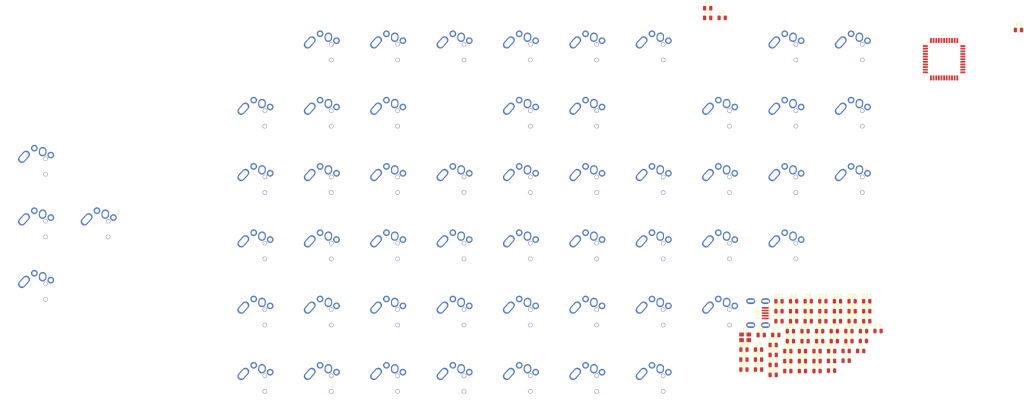
<source format=kicad_pcb>
(kicad_pcb (version 20171130) (host pcbnew "(5.1.2)-2")
  (layers (0 F.Cu signal) (31 B.Cu signal) (34 B.Paste user) (35 F.Paste user) (36 B.SilkS user) (37 F.SilkS user) (38 B.Mask user) (39 F.Mask user) (44 Edge.Cuts user))
  (net 0 "")
  (net 1 "Net-(C1-Pad1)")
  (net 2 GND)
  (net 3 "Net-(C2-Pad1)")
  (net 4 "Net-(C3-Pad1)")
  (net 5 +5V)
  (net 6 ROW0)
  (net 7 "Net-(D1-Pad2)")
  (net 8 "Net-(D2-Pad2)")
  (net 9 ROW1)
  (net 10 "Net-(D3-Pad2)")
  (net 11 "Net-(D4-Pad2)")
  (net 12 COL0)
  (net 13 COL1)
  (net 14 "Net-(R1-Pad2)")
  (net 15 "Net-(R2-Pad1)")
  (net 16 "Net-(R3-Pad1)")
  (net 17 "Net-(R4-Pad2)")
  (net 18 "Net-(U1-Pad42)")
  (net 19 "Net-(U1-Pad41)")
  (net 20 "Net-(U1-Pad40)")
  (net 21 "Net-(U1-Pad39)")
  (net 22 "Net-(U1-Pad38)")
  (net 23 "Net-(U1-Pad37)")
  (net 24 "Net-(U1-Pad36)")
  (net 25 "Net-(U1-Pad32)")
  (net 26 "Net-(U1-Pad31)")
  (net 27 "Net-(U1-Pad12)")
  (net 28 "Net-(U1-Pad1)")
  (net 29 "Net-(D5-Pad2)")
  (net 30 "Net-(MX23-Pad1)")
  (net 31 "Net-(D6-Pad2)")
  (net 32 "Net-(D7-Pad2)")
  (net 33 COL3)
  (net 34 "Net-(D8-Pad2)")
  (net 35 "Net-(D9-Pad2)")
  (net 36 COL4)
  (net 37 "Net-(D10-Pad2)")
  (net 38 "Net-(D11-Pad2)")
  (net 39 COL5)
  (net 40 "Net-(D12-Pad2)")
  (net 41 "Net-(D13-Pad2)")
  (net 42 COL6)
  (net 43 "Net-(D14-Pad2)")
  (net 44 "Net-(D15-Pad2)")
  (net 45 COL7)
  (net 46 "Net-(D16-Pad2)")
  (net 47 "Net-(D17-Pad2)")
  (net 48 COL8)
  (net 49 "Net-(D18-Pad2)")
  (net 50 "Net-(D19-Pad2)")
  (net 51 "Net-(D20-Pad2)")
  (net 52 "Net-(D21-Pad2)")
  (net 53 "Net-(D22-Pad2)")
  (net 54 "Net-(D23-Pad2)")
  (net 55 "Net-(D24-Pad2)")
  (net 56 "Net-(D25-Pad2)")
  (net 57 "Net-(D26-Pad2)")
  (net 58 "Net-(D27-Pad2)")
  (net 59 "Net-(D28-Pad2)")
  (net 60 "Net-(D29-Pad2)")
  (net 61 "Net-(D30-Pad2)")
  (net 62 "Net-(D31-Pad2)")
  (net 63 "Net-(D32-Pad2)")
  (net 64 "Net-(D33-Pad2)")
  (net 65 "Net-(D34-Pad2)")
  (net 66 "Net-(D35-Pad2)")
  (net 67 "Net-(D36-Pad2)")
  (net 68 "Net-(D37-Pad2)")
  (net 69 "Net-(D38-Pad2)")
  (net 70 "Net-(D39-Pad2)")
  (net 71 "Net-(D40-Pad2)")
  (net 72 "Net-(D41-Pad2)")
  (net 73 "Net-(D42-Pad2)")
  (net 74 "Net-(D43-Pad2)")
  (net 75 "Net-(D44-Pad2)")
  (net 76 "Net-(D45-Pad2)")
  (net 77 "Net-(D46-Pad2)")
  (net 78 "Net-(D47-Pad2)")
  (net 79 "Net-(D48-Pad2)")
  (net 80 "Net-(D49-Pad2)")
  (net 81 "Net-(D50-Pad2)")
  (net 82 "Net-(D51-Pad2)")
  (net 83 "Net-(D52-Pad2)")
  (net 84 "Net-(D53-Pad2)")
  (net 85 "Net-(D54-Pad2)")
  (net 86 ROW8)
  (net 87 ROW7)
  (net 88 ROW5)
  (net 89 ROW6)
  (net 90 ROW4)
  (net 91 ROW3)
  (net 92 ROW2)
  (net 93 COL2)
  (net 94 "Net-(USB1-Pad6)")
  (net 95 VCC)
  (net 96 D-)
  (net 97 D+)
  (net 98 "Net-(USB1-Pad2)")
  (net 99 "Net-(R1-Pad1)")
  (module Resistor_SMD:R_0805_2012Metric (layer F.Cu) (at 49.295001 -71.004999)
    (fp_text reference R4 (at 0 -1.65) (layer F.SilkS))
    (fp_text value 10k)
    (pad 2 smd roundrect (at 0.9375 0) (size 0.975 1.4) (layers F.Cu F.Paste F.Mask) (net 17 "Net-(R4-Pad2)"))
    (pad 1 smd roundrect (at -0.9375 0) (size 0.975 1.4) (layers F.Cu F.Paste F.Mask) (net 2 GND))
  )
  (module Resistor_SMD:R_0805_2012Metric (layer F.Cu) (at 139.465001 -67.31)
    (fp_text reference R3 (at 0 -1.65) (layer F.SilkS))
    (fp_text value 22)
    (pad 2 smd roundrect (at 0.9375 0) (size 0.975 1.4) (layers F.Cu F.Paste F.Mask) (net 96 D-))
    (pad 1 smd roundrect (at -0.9375 0) (size 0.975 1.4) (layers F.Cu F.Paste F.Mask) (net 16 "Net-(R3-Pad1)"))
  )
  (module Resistor_SMD:R_0805_2012Metric (layer F.Cu) (at 44.885001 -71.004999)
    (fp_text reference R2 (at 0 -1.65) (layer F.SilkS))
    (fp_text value 22)
    (pad 2 smd roundrect (at 0.9375 0) (size 0.975 1.4) (layers F.Cu F.Paste F.Mask) (net 97 D+))
    (pad 1 smd roundrect (at -0.9375 0) (size 0.975 1.4) (layers F.Cu F.Paste F.Mask) (net 15 "Net-(R2-Pad1)"))
  )
  (module Resistor_SMD:R_0805_2012Metric (layer F.Cu) (at 44.885001 -73.954999)
    (fp_text reference R1 (at 0 -1.65) (layer F.SilkS))
    (fp_text value 10k)
    (pad 2 smd roundrect (at 0.9375 0) (size 0.975 1.4) (layers F.Cu F.Paste F.Mask) (net 14 "Net-(R1-Pad2)"))
    (pad 1 smd roundrect (at -0.9375 0) (size 0.975 1.4) (layers F.Cu F.Paste F.Mask) (net 99 "Net-(R1-Pad1)"))
  )
  (module Crystal:Crystal_SMD_3225-4Pin_3.2x2.5mm (layer F.Cu) (at 56.3 26.32)
    (fp_text reference Y1 (at 0 -2.45) (layer F.SilkS))
    (fp_text value Crystal_GND24_Small)
    (pad 4 smd rect (at -1.1 -0.85) (size 1.4 1.2) (layers F.Cu F.Paste F.Mask) (net 2 GND))
    (pad 3 smd rect (at 1.1 -0.85) (size 1.4 1.2) (layers F.Cu F.Paste F.Mask) (net 3 "Net-(C2-Pad1)"))
    (pad 2 smd rect (at 1.1 0.85) (size 1.4 1.2) (layers F.Cu F.Paste F.Mask) (net 2 GND))
    (pad 1 smd rect (at -1.1 0.85) (size 1.4 1.2) (layers F.Cu F.Paste F.Mask) (net 1 "Net-(C1-Pad1)"))
  )
  (module random-keyboard-parts:Molex-0548190589 (layer F.Cu) (at 58 18.952)
    (fp_text reference USB1 (at 2.032 0 90) (layer F.SilkS))
    (fp_text value Molex-0548190589)
    (pad 6 thru_hole oval (at 0 -3.65) (size 2.7 1.7) (drill oval 1.9 0.7) (layers *.Cu *.Mask) (net 94 "Net-(USB1-Pad6)"))
    (pad 6 thru_hole oval (at 0 3.65) (size 2.7 1.7) (drill oval 1.9 0.7) (layers *.Cu *.Mask) (net 94 "Net-(USB1-Pad6)"))
    (pad 6 thru_hole oval (at 4.5 3.65) (size 2.7 1.7) (drill oval 1.9 0.7) (layers *.Cu *.Mask) (net 94 "Net-(USB1-Pad6)"))
    (pad 6 thru_hole oval (at 4.5 -3.65) (size 2.7 1.7) (drill oval 1.9 0.7) (layers *.Cu *.Mask) (net 94 "Net-(USB1-Pad6)"))
    (pad 5 smd rect (at 4.5 -1.6) (size 2.25 0.5) (layers F.Cu F.Paste F.Mask) (net 95 VCC))
    (pad 4 smd rect (at 4.5 -0.8) (size 2.25 0.5) (layers F.Cu F.Paste F.Mask) (net 96 D-))
    (pad 3 smd rect (at 4.5 0) (size 2.25 0.5) (layers F.Cu F.Paste F.Mask) (net 97 D+))
    (pad 2 smd rect (at 4.5 0.8) (size 2.25 0.5) (layers F.Cu F.Paste F.Mask) (net 98 "Net-(USB1-Pad2)"))
    (pad 1 smd rect (at 4.5 1.6) (size 2.25 0.5) (layers F.Cu F.Paste F.Mask) (net 2 GND))
  )
  (module Diode_SMD:D_0805_2012Metric (layer F.Cu) (at 55.92 30.065)
    (fp_text reference D54 (at 0 -1.65) (layer F.SilkS))
    (fp_text value SOD-123)
    (pad 2 smd roundrect (at 0.9375 0) (size 0.975 1.4) (layers F.Cu F.Paste F.Mask) (net 85 "Net-(D54-Pad2)"))
    (pad 1 smd roundrect (at -0.9375 0) (size 0.975 1.4) (layers F.Cu F.Paste F.Mask) (net 88 ROW5))
  )
  (module Diode_SMD:D_0805_2012Metric (layer F.Cu) (at 92.32 24.445)
    (fp_text reference D53 (at 0 -1.65) (layer F.SilkS))
    (fp_text value SOD-123)
    (pad 2 smd roundrect (at 0.9375 0) (size 0.975 1.4) (layers F.Cu F.Paste F.Mask) (net 84 "Net-(D53-Pad2)"))
    (pad 1 smd roundrect (at -0.9375 0) (size 0.975 1.4) (layers F.Cu F.Paste F.Mask) (net 90 ROW4))
  )
  (module Diode_SMD:D_0805_2012Metric (layer F.Cu) (at 73.72 36.605)
    (fp_text reference D52 (at 0 -1.65) (layer F.SilkS))
    (fp_text value SOD-123)
    (pad 2 smd roundrect (at 0.9375 0) (size 0.975 1.4) (layers F.Cu F.Paste F.Mask) (net 83 "Net-(D52-Pad2)"))
    (pad 1 smd roundrect (at -0.9375 0) (size 0.975 1.4) (layers F.Cu F.Paste F.Mask) (net 88 ROW5))
  )
  (module Diode_SMD:D_0805_2012Metric (layer F.Cu) (at 88.84 21.405)
    (fp_text reference D51 (at 0 -1.65) (layer F.SilkS))
    (fp_text value SOD-123)
    (pad 2 smd roundrect (at 0.9375 0) (size 0.975 1.4) (layers F.Cu F.Paste F.Mask) (net 82 "Net-(D51-Pad2)"))
    (pad 1 smd roundrect (at -0.9375 0) (size 0.975 1.4) (layers F.Cu F.Paste F.Mask) (net 90 ROW4))
  )
  (module Diode_SMD:D_0805_2012Metric (layer F.Cu) (at 93.29 18.365)
    (fp_text reference D50 (at 0 -1.65) (layer F.SilkS))
    (fp_text value SOD-123)
    (pad 2 smd roundrect (at 0.9375 0) (size 0.975 1.4) (layers F.Cu F.Paste F.Mask) (net 81 "Net-(D50-Pad2)"))
    (pad 1 smd roundrect (at -0.9375 0) (size 0.975 1.4) (layers F.Cu F.Paste F.Mask) (net 88 ROW5))
  )
  (module Diode_SMD:D_0805_2012Metric (layer F.Cu) (at 87.87 24.445)
    (fp_text reference D49 (at 0 -1.65) (layer F.SilkS))
    (fp_text value SOD-123)
    (pad 2 smd roundrect (at 0.9375 0) (size 0.975 1.4) (layers F.Cu F.Paste F.Mask) (net 80 "Net-(D49-Pad2)"))
    (pad 1 smd roundrect (at -0.9375 0) (size 0.975 1.4) (layers F.Cu F.Paste F.Mask) (net 90 ROW4))
  )
  (module Diode_SMD:D_0805_2012Metric (layer F.Cu) (at 78.17 33.565)
    (fp_text reference D48 (at 0 -1.65) (layer F.SilkS))
    (fp_text value SOD-123)
    (pad 2 smd roundrect (at 0.9375 0) (size 0.975 1.4) (layers F.Cu F.Paste F.Mask) (net 79 "Net-(D48-Pad2)"))
    (pad 1 smd roundrect (at -0.9375 0) (size 0.975 1.4) (layers F.Cu F.Paste F.Mask) (net 88 ROW5))
  )
  (module Diode_SMD:D_0805_2012Metric (layer F.Cu) (at 82.62 30.525)
    (fp_text reference D47 (at 0 -1.65) (layer F.SilkS))
    (fp_text value SOD-123)
    (pad 2 smd roundrect (at 0.9375 0) (size 0.975 1.4) (layers F.Cu F.Paste F.Mask) (net 78 "Net-(D47-Pad2)"))
    (pad 1 smd roundrect (at -0.9375 0) (size 0.975 1.4) (layers F.Cu F.Paste F.Mask) (net 90 ROW4))
  )
  (module Diode_SMD:D_0805_2012Metric (layer F.Cu) (at 87.87 27.485)
    (fp_text reference D46 (at 0 -1.65) (layer F.SilkS))
    (fp_text value SOD-123)
    (pad 2 smd roundrect (at 0.9375 0) (size 0.975 1.4) (layers F.Cu F.Paste F.Mask) (net 77 "Net-(D46-Pad2)"))
    (pad 1 smd roundrect (at -0.9375 0) (size 0.975 1.4) (layers F.Cu F.Paste F.Mask) (net 88 ROW5))
  )
  (module Diode_SMD:D_0805_2012Metric (layer F.Cu) (at 78.17 36.605)
    (fp_text reference D45 (at 0 -1.65) (layer F.SilkS))
    (fp_text value SOD-123)
    (pad 2 smd roundrect (at 0.9375 0) (size 0.975 1.4) (layers F.Cu F.Paste F.Mask) (net 76 "Net-(D45-Pad2)"))
    (pad 1 smd roundrect (at -0.9375 0) (size 0.975 1.4) (layers F.Cu F.Paste F.Mask) (net 90 ROW4))
  )
  (module Diode_SMD:D_0805_2012Metric (layer F.Cu) (at 93.29 21.405)
    (fp_text reference D44 (at 0 -1.65) (layer F.SilkS))
    (fp_text value SOD-123)
    (pad 2 smd roundrect (at 0.9375 0) (size 0.975 1.4) (layers F.Cu F.Paste F.Mask) (net 75 "Net-(D44-Pad2)"))
    (pad 1 smd roundrect (at -0.9375 0) (size 0.975 1.4) (layers F.Cu F.Paste F.Mask) (net 88 ROW5))
  )
  (module Diode_SMD:D_0805_2012Metric (layer F.Cu) (at 83.42 27.485)
    (fp_text reference D43 (at 0 -1.65) (layer F.SilkS))
    (fp_text value SOD-123)
    (pad 2 smd roundrect (at 0.9375 0) (size 0.975 1.4) (layers F.Cu F.Paste F.Mask) (net 74 "Net-(D43-Pad2)"))
    (pad 1 smd roundrect (at -0.9375 0) (size 0.975 1.4) (layers F.Cu F.Paste F.Mask) (net 90 ROW4))
  )
  (module Diode_SMD:D_0805_2012Metric (layer F.Cu) (at 78.97 27.485)
    (fp_text reference D42 (at 0 -1.65) (layer F.SilkS))
    (fp_text value SOD-123)
    (pad 2 smd roundrect (at 0.9375 0) (size 0.975 1.4) (layers F.Cu F.Paste F.Mask) (net 73 "Net-(D42-Pad2)"))
    (pad 1 smd roundrect (at -0.9375 0) (size 0.975 1.4) (layers F.Cu F.Paste F.Mask) (net 88 ROW5))
  )
  (module Diode_SMD:D_0805_2012Metric (layer F.Cu) (at 64.82 34.735)
    (fp_text reference D41 (at 0 -1.65) (layer F.SilkS))
    (fp_text value SOD-123)
    (pad 2 smd roundrect (at 0.9375 0) (size 0.975 1.4) (layers F.Cu F.Paste F.Mask) (net 72 "Net-(D41-Pad2)"))
    (pad 1 smd roundrect (at -0.9375 0) (size 0.975 1.4) (layers F.Cu F.Paste F.Mask) (net 90 ROW4))
  )
  (module Diode_SMD:D_0805_2012Metric (layer F.Cu) (at 79.94 21.405)
    (fp_text reference D40 (at 0 -1.65) (layer F.SilkS))
    (fp_text value SOD-123)
    (pad 2 smd roundrect (at 0.9375 0) (size 0.975 1.4) (layers F.Cu F.Paste F.Mask) (net 71 "Net-(D40-Pad2)"))
    (pad 1 smd roundrect (at -0.9375 0) (size 0.975 1.4) (layers F.Cu F.Paste F.Mask) (net 88 ROW5))
  )
  (module Diode_SMD:D_0805_2012Metric (layer F.Cu) (at 84.39 18.365)
    (fp_text reference D39 (at 0 -1.65) (layer F.SilkS))
    (fp_text value SOD-123)
    (pad 2 smd roundrect (at 0.9375 0) (size 0.975 1.4) (layers F.Cu F.Paste F.Mask) (net 70 "Net-(D39-Pad2)"))
    (pad 1 smd roundrect (at -0.9375 0) (size 0.975 1.4) (layers F.Cu F.Paste F.Mask) (net 90 ROW4))
  )
  (module Diode_SMD:D_0805_2012Metric (layer F.Cu) (at 64.82 37.775)
    (fp_text reference D38 (at 0 -1.65) (layer F.SilkS))
    (fp_text value SOD-123)
    (pad 2 smd roundrect (at 0.9375 0) (size 0.975 1.4) (layers F.Cu F.Paste F.Mask) (net 69 "Net-(D38-Pad2)"))
    (pad 1 smd roundrect (at -0.9375 0) (size 0.975 1.4) (layers F.Cu F.Paste F.Mask) (net 88 ROW5))
  )
  (module Diode_SMD:D_0805_2012Metric (layer F.Cu) (at 78.97 24.445)
    (fp_text reference D37 (at 0 -1.65) (layer F.SilkS))
    (fp_text value SOD-123)
    (pad 2 smd roundrect (at 0.9375 0) (size 0.975 1.4) (layers F.Cu F.Paste F.Mask) (net 68 "Net-(D37-Pad2)"))
    (pad 1 smd roundrect (at -0.9375 0) (size 0.975 1.4) (layers F.Cu F.Paste F.Mask) (net 90 ROW4))
  )
  (module Diode_SMD:D_0805_2012Metric (layer F.Cu) (at 69.27 33.565)
    (fp_text reference D36 (at 0 -1.65) (layer F.SilkS))
    (fp_text value SOD-123)
    (pad 2 smd roundrect (at 0.9375 0) (size 0.975 1.4) (layers F.Cu F.Paste F.Mask) (net 67 "Net-(D36-Pad2)"))
    (pad 1 smd roundrect (at -0.9375 0) (size 0.975 1.4) (layers F.Cu F.Paste F.Mask) (net 91 ROW3))
  )
  (module Diode_SMD:D_0805_2012Metric (layer F.Cu) (at 88.84 15.325)
    (fp_text reference D35 (at 0 -1.65) (layer F.SilkS))
    (fp_text value SOD-123)
    (pad 2 smd roundrect (at 0.9375 0) (size 0.975 1.4) (layers F.Cu F.Paste F.Mask) (net 66 "Net-(D35-Pad2)"))
    (pad 1 smd roundrect (at -0.9375 0) (size 0.975 1.4) (layers F.Cu F.Paste F.Mask) (net 92 ROW2))
  )
  (module Diode_SMD:D_0805_2012Metric (layer F.Cu) (at 73.72 30.525)
    (fp_text reference D34 (at 0 -1.65) (layer F.SilkS))
    (fp_text value SOD-123)
    (pad 2 smd roundrect (at 0.9375 0) (size 0.975 1.4) (layers F.Cu F.Paste F.Mask) (net 65 "Net-(D34-Pad2)"))
    (pad 1 smd roundrect (at -0.9375 0) (size 0.975 1.4) (layers F.Cu F.Paste F.Mask) (net 91 ROW3))
  )
  (module Diode_SMD:D_0805_2012Metric (layer F.Cu) (at 69.27 30.525)
    (fp_text reference D33 (at 0 -1.65) (layer F.SilkS))
    (fp_text value SOD-123)
    (pad 2 smd roundrect (at 0.9375 0) (size 0.975 1.4) (layers F.Cu F.Paste F.Mask) (net 64 "Net-(D33-Pad2)"))
    (pad 1 smd roundrect (at -0.9375 0) (size 0.975 1.4) (layers F.Cu F.Paste F.Mask) (net 92 ROW2))
  )
  (module Diode_SMD:D_0805_2012Metric (layer F.Cu) (at 69.27 36.605)
    (fp_text reference D32 (at 0 -1.65) (layer F.SilkS))
    (fp_text value SOD-123)
    (pad 2 smd roundrect (at 0.9375 0) (size 0.975 1.4) (layers F.Cu F.Paste F.Mask) (net 63 "Net-(D32-Pad2)"))
    (pad 1 smd roundrect (at -0.9375 0) (size 0.975 1.4) (layers F.Cu F.Paste F.Mask) (net 91 ROW3))
  )
  (module Diode_SMD:D_0805_2012Metric (layer F.Cu) (at 84.39 21.405)
    (fp_text reference D31 (at 0 -1.65) (layer F.SilkS))
    (fp_text value SOD-123)
    (pad 2 smd roundrect (at 0.9375 0) (size 0.975 1.4) (layers F.Cu F.Paste F.Mask) (net 62 "Net-(D31-Pad2)"))
    (pad 1 smd roundrect (at -0.9375 0) (size 0.975 1.4) (layers F.Cu F.Paste F.Mask) (net 92 ROW2))
  )
  (module Diode_SMD:D_0805_2012Metric (layer F.Cu) (at 88.84 18.365)
    (fp_text reference D30 (at 0 -1.65) (layer F.SilkS))
    (fp_text value SOD-123)
    (pad 2 smd roundrect (at 0.9375 0) (size 0.975 1.4) (layers F.Cu F.Paste F.Mask) (net 61 "Net-(D30-Pad2)"))
    (pad 1 smd roundrect (at -0.9375 0) (size 0.975 1.4) (layers F.Cu F.Paste F.Mask) (net 91 ROW3))
  )
  (module Diode_SMD:D_0805_2012Metric (layer F.Cu) (at 83.42 24.445)
    (fp_text reference D29 (at 0 -1.65) (layer F.SilkS))
    (fp_text value SOD-123)
    (pad 2 smd roundrect (at 0.9375 0) (size 0.975 1.4) (layers F.Cu F.Paste F.Mask) (net 60 "Net-(D29-Pad2)"))
    (pad 1 smd roundrect (at -0.9375 0) (size 0.975 1.4) (layers F.Cu F.Paste F.Mask) (net 92 ROW2))
  )
  (module Diode_SMD:D_0805_2012Metric (layer F.Cu) (at 73.72 33.565)
    (fp_text reference D28 (at 0 -1.65) (layer F.SilkS))
    (fp_text value SOD-123)
    (pad 2 smd roundrect (at 0.9375 0) (size 0.975 1.4) (layers F.Cu F.Paste F.Mask) (net 59 "Net-(D28-Pad2)"))
    (pad 1 smd roundrect (at -0.9375 0) (size 0.975 1.4) (layers F.Cu F.Paste F.Mask) (net 91 ROW3))
  )
  (module Diode_SMD:D_0805_2012Metric (layer F.Cu) (at 93.29 15.325)
    (fp_text reference D27 (at 0 -1.65) (layer F.SilkS))
    (fp_text value SOD-123)
    (pad 2 smd roundrect (at 0.9375 0) (size 0.975 1.4) (layers F.Cu F.Paste F.Mask) (net 58 "Net-(D27-Pad2)"))
    (pad 1 smd roundrect (at -0.9375 0) (size 0.975 1.4) (layers F.Cu F.Paste F.Mask) (net 92 ROW2))
  )
  (module Diode_SMD:D_0805_2012Metric (layer F.Cu) (at 78.17 30.525)
    (fp_text reference D26 (at 0 -1.65) (layer F.SilkS))
    (fp_text value SOD-123)
    (pad 2 smd roundrect (at 0.9375 0) (size 0.975 1.4) (layers F.Cu F.Paste F.Mask) (net 57 "Net-(D26-Pad2)"))
    (pad 1 smd roundrect (at -0.9375 0) (size 0.975 1.4) (layers F.Cu F.Paste F.Mask) (net 91 ROW3))
  )
  (module Diode_SMD:D_0805_2012Metric (layer F.Cu) (at 74.52 27.485)
    (fp_text reference D25 (at 0 -1.65) (layer F.SilkS))
    (fp_text value SOD-123)
    (pad 2 smd roundrect (at 0.9375 0) (size 0.975 1.4) (layers F.Cu F.Paste F.Mask) (net 56 "Net-(D25-Pad2)"))
    (pad 1 smd roundrect (at -0.9375 0) (size 0.975 1.4) (layers F.Cu F.Paste F.Mask) (net 92 ROW2))
  )
  (module Diode_SMD:D_0805_2012Metric (layer F.Cu) (at 60.37 33.105)
    (fp_text reference D24 (at 0 -1.65) (layer F.SilkS))
    (fp_text value SOD-123)
    (pad 2 smd roundrect (at 0.9375 0) (size 0.975 1.4) (layers F.Cu F.Paste F.Mask) (net 55 "Net-(D24-Pad2)"))
    (pad 1 smd roundrect (at -0.9375 0) (size 0.975 1.4) (layers F.Cu F.Paste F.Mask) (net 91 ROW3))
  )
  (module Diode_SMD:D_0805_2012Metric (layer F.Cu) (at 84.39 15.325)
    (fp_text reference D23 (at 0 -1.65) (layer F.SilkS))
    (fp_text value SOD-123)
    (pad 2 smd roundrect (at 0.9375 0) (size 0.975 1.4) (layers F.Cu F.Paste F.Mask) (net 54 "Net-(D23-Pad2)"))
    (pad 1 smd roundrect (at -0.9375 0) (size 0.975 1.4) (layers F.Cu F.Paste F.Mask) (net 92 ROW2))
  )
  (module Diode_SMD:D_0805_2012Metric (layer F.Cu) (at 74.52 24.445)
    (fp_text reference D22 (at 0 -1.65) (layer F.SilkS))
    (fp_text value SOD-123)
    (pad 2 smd roundrect (at 0.9375 0) (size 0.975 1.4) (layers F.Cu F.Paste F.Mask) (net 53 "Net-(D22-Pad2)"))
    (pad 1 smd roundrect (at -0.9375 0) (size 0.975 1.4) (layers F.Cu F.Paste F.Mask) (net 91 ROW3))
  )
  (module Diode_SMD:D_0805_2012Metric (layer F.Cu) (at 79.94 18.365)
    (fp_text reference D21 (at 0 -1.65) (layer F.SilkS))
    (fp_text value SOD-123)
    (pad 2 smd roundrect (at 0.9375 0) (size 0.975 1.4) (layers F.Cu F.Paste F.Mask) (net 52 "Net-(D21-Pad2)"))
    (pad 1 smd roundrect (at -0.9375 0) (size 0.975 1.4) (layers F.Cu F.Paste F.Mask) (net 92 ROW2))
  )
  (module Diode_SMD:D_0805_2012Metric (layer F.Cu) (at 75.49 21.405)
    (fp_text reference D20 (at 0 -1.65) (layer F.SilkS))
    (fp_text value SOD-123)
    (pad 2 smd roundrect (at 0.9375 0) (size 0.975 1.4) (layers F.Cu F.Paste F.Mask) (net 51 "Net-(D20-Pad2)"))
    (pad 1 smd roundrect (at -0.9375 0) (size 0.975 1.4) (layers F.Cu F.Paste F.Mask) (net 91 ROW3))
  )
  (module Diode_SMD:D_0805_2012Metric (layer F.Cu) (at 70.07 27.485)
    (fp_text reference D19 (at 0 -1.65) (layer F.SilkS))
    (fp_text value SOD-123)
    (pad 2 smd roundrect (at 0.9375 0) (size 0.975 1.4) (layers F.Cu F.Paste F.Mask) (net 50 "Net-(D19-Pad2)"))
    (pad 1 smd roundrect (at -0.9375 0) (size 0.975 1.4) (layers F.Cu F.Paste F.Mask) (net 92 ROW2))
  )
  (module Diode_SMD:D_0805_2012Metric (layer F.Cu) (at 64.82 31.695)
    (fp_text reference D18 (at 0 -1.65) (layer F.SilkS))
    (fp_text value SOD-123)
    (pad 2 smd roundrect (at 0.9375 0) (size 0.975 1.4) (layers F.Cu F.Paste F.Mask) (net 49 "Net-(D18-Pad2)"))
    (pad 1 smd roundrect (at -0.9375 0) (size 0.975 1.4) (layers F.Cu F.Paste F.Mask) (net 9 ROW1))
  )
  (module Diode_SMD:D_0805_2012Metric (layer F.Cu) (at 60.37 36.145)
    (fp_text reference D17 (at 0 -1.65) (layer F.SilkS))
    (fp_text value SOD-123)
    (pad 2 smd roundrect (at 0.9375 0) (size 0.975 1.4) (layers F.Cu F.Paste F.Mask) (net 47 "Net-(D17-Pad2)"))
    (pad 1 smd roundrect (at -0.9375 0) (size 0.975 1.4) (layers F.Cu F.Paste F.Mask) (net 6 ROW0))
  )
  (module Diode_SMD:D_0805_2012Metric (layer F.Cu) (at 79.94 15.325)
    (fp_text reference D16 (at 0 -1.65) (layer F.SilkS))
    (fp_text value SOD-123)
    (pad 2 smd roundrect (at 0.9375 0) (size 0.975 1.4) (layers F.Cu F.Paste F.Mask) (net 46 "Net-(D16-Pad2)"))
    (pad 1 smd roundrect (at -0.9375 0) (size 0.975 1.4) (layers F.Cu F.Paste F.Mask) (net 9 ROW1))
  )
  (module Diode_SMD:D_0805_2012Metric (layer F.Cu) (at 70.07 24.445)
    (fp_text reference D15 (at 0 -1.65) (layer F.SilkS))
    (fp_text value SOD-123)
    (pad 2 smd roundrect (at 0.9375 0) (size 0.975 1.4) (layers F.Cu F.Paste F.Mask) (net 44 "Net-(D15-Pad2)"))
    (pad 1 smd roundrect (at -0.9375 0) (size 0.975 1.4) (layers F.Cu F.Paste F.Mask) (net 6 ROW0))
  )
  (module Diode_SMD:D_0805_2012Metric (layer F.Cu) (at 75.49 18.365)
    (fp_text reference D14 (at 0 -1.65) (layer F.SilkS))
    (fp_text value SOD-123)
    (pad 2 smd roundrect (at 0.9375 0) (size 0.975 1.4) (layers F.Cu F.Paste F.Mask) (net 43 "Net-(D14-Pad2)"))
    (pad 1 smd roundrect (at -0.9375 0) (size 0.975 1.4) (layers F.Cu F.Paste F.Mask) (net 9 ROW1))
  )
  (module Diode_SMD:D_0805_2012Metric (layer F.Cu) (at 64.82 28.655)
    (fp_text reference D13 (at 0 -1.65) (layer F.SilkS))
    (fp_text value SOD-123)
    (pad 2 smd roundrect (at 0.9375 0) (size 0.975 1.4) (layers F.Cu F.Paste F.Mask) (net 41 "Net-(D13-Pad2)"))
    (pad 1 smd roundrect (at -0.9375 0) (size 0.975 1.4) (layers F.Cu F.Paste F.Mask) (net 6 ROW0))
  )
  (module Diode_SMD:D_0805_2012Metric (layer F.Cu) (at 71.04 21.405)
    (fp_text reference D12 (at 0 -1.65) (layer F.SilkS))
    (fp_text value SOD-123)
    (pad 2 smd roundrect (at 0.9375 0) (size 0.975 1.4) (layers F.Cu F.Paste F.Mask) (net 40 "Net-(D12-Pad2)"))
    (pad 1 smd roundrect (at -0.9375 0) (size 0.975 1.4) (layers F.Cu F.Paste F.Mask) (net 9 ROW1))
  )
  (module Diode_SMD:D_0805_2012Metric (layer F.Cu) (at 66.59 15.325)
    (fp_text reference D11 (at 0 -1.65) (layer F.SilkS))
    (fp_text value SOD-123)
    (pad 2 smd roundrect (at 0.9375 0) (size 0.975 1.4) (layers F.Cu F.Paste F.Mask) (net 38 "Net-(D11-Pad2)"))
    (pad 1 smd roundrect (at -0.9375 0) (size 0.975 1.4) (layers F.Cu F.Paste F.Mask) (net 6 ROW0))
  )
  (module Diode_SMD:D_0805_2012Metric (layer F.Cu) (at 66.59 18.365)
    (fp_text reference D10 (at 0 -1.65) (layer F.SilkS))
    (fp_text value SOD-123)
    (pad 2 smd roundrect (at 0.9375 0) (size 0.975 1.4) (layers F.Cu F.Paste F.Mask) (net 37 "Net-(D10-Pad2)"))
    (pad 1 smd roundrect (at -0.9375 0) (size 0.975 1.4) (layers F.Cu F.Paste F.Mask) (net 9 ROW1))
  )
  (module Diode_SMD:D_0805_2012Metric (layer F.Cu) (at 55.92 36.145)
    (fp_text reference D9 (at 0 -1.65) (layer F.SilkS))
    (fp_text value SOD-123)
    (pad 2 smd roundrect (at 0.9375 0) (size 0.975 1.4) (layers F.Cu F.Paste F.Mask) (net 35 "Net-(D9-Pad2)"))
    (pad 1 smd roundrect (at -0.9375 0) (size 0.975 1.4) (layers F.Cu F.Paste F.Mask) (net 6 ROW0))
  )
  (module Diode_SMD:D_0805_2012Metric (layer F.Cu) (at 75.49 15.325)
    (fp_text reference D8 (at 0 -1.65) (layer F.SilkS))
    (fp_text value SOD-123)
    (pad 2 smd roundrect (at 0.9375 0) (size 0.975 1.4) (layers F.Cu F.Paste F.Mask) (net 34 "Net-(D8-Pad2)"))
    (pad 1 smd roundrect (at -0.9375 0) (size 0.975 1.4) (layers F.Cu F.Paste F.Mask) (net 9 ROW1))
  )
  (module Diode_SMD:D_0805_2012Metric (layer F.Cu) (at 65.62 25.615)
    (fp_text reference D7 (at 0 -1.65) (layer F.SilkS))
    (fp_text value SOD-123)
    (pad 2 smd roundrect (at 0.9375 0) (size 0.975 1.4) (layers F.Cu F.Paste F.Mask) (net 32 "Net-(D7-Pad2)"))
    (pad 1 smd roundrect (at -0.9375 0) (size 0.975 1.4) (layers F.Cu F.Paste F.Mask) (net 6 ROW0))
  )
  (module Diode_SMD:D_0805_2012Metric (layer F.Cu) (at 71.04 18.365)
    (fp_text reference D6 (at 0 -1.65) (layer F.SilkS))
    (fp_text value SOD-123)
    (pad 2 smd roundrect (at 0.9375 0) (size 0.975 1.4) (layers F.Cu F.Paste F.Mask) (net 31 "Net-(D6-Pad2)"))
    (pad 1 smd roundrect (at -0.9375 0) (size 0.975 1.4) (layers F.Cu F.Paste F.Mask) (net 9 ROW1))
  )
  (module Diode_SMD:D_0805_2012Metric (layer F.Cu) (at 60.37 30.065)
    (fp_text reference D5 (at 0 -1.65) (layer F.SilkS))
    (fp_text value SOD-123)
    (pad 2 smd roundrect (at 0.9375 0) (size 0.975 1.4) (layers F.Cu F.Paste F.Mask) (net 29 "Net-(D5-Pad2)"))
    (pad 1 smd roundrect (at -0.9375 0) (size 0.975 1.4) (layers F.Cu F.Paste F.Mask) (net 6 ROW0))
  )
  (module Diode_SMD:D_0805_2012Metric (layer F.Cu) (at 66.59 21.405)
    (fp_text reference D4 (at 0 -1.65) (layer F.SilkS))
    (fp_text value SOD-123)
    (pad 2 smd roundrect (at 0.9375 0) (size 0.975 1.4) (layers F.Cu F.Paste F.Mask) (net 11 "Net-(D4-Pad2)"))
    (pad 1 smd roundrect (at -0.9375 0) (size 0.975 1.4) (layers F.Cu F.Paste F.Mask) (net 9 ROW1))
  )
  (module Diode_SMD:D_0805_2012Metric (layer F.Cu) (at 55.92 33.105)
    (fp_text reference D3 (at 0 -1.65) (layer F.SilkS))
    (fp_text value SOD-123)
    (pad 2 smd roundrect (at 0.9375 0) (size 0.975 1.4) (layers F.Cu F.Paste F.Mask) (net 10 "Net-(D3-Pad2)"))
    (pad 1 smd roundrect (at -0.9375 0) (size 0.975 1.4) (layers F.Cu F.Paste F.Mask) (net 6 ROW0))
  )
  (module Diode_SMD:D_0805_2012Metric (layer F.Cu) (at 71.04 15.325)
    (fp_text reference D2 (at 0 -1.65) (layer F.SilkS))
    (fp_text value SOD-123)
    (pad 2 smd roundrect (at 0.9375 0) (size 0.975 1.4) (layers F.Cu F.Paste F.Mask) (net 8 "Net-(D2-Pad2)"))
    (pad 1 smd roundrect (at -0.9375 0) (size 0.975 1.4) (layers F.Cu F.Paste F.Mask) (net 9 ROW1))
  )
  (module Diode_SMD:D_0805_2012Metric (layer F.Cu) (at 61.17 25.615)
    (fp_text reference D1 (at 0 -1.65) (layer F.SilkS))
    (fp_text value SOD-123)
    (pad 2 smd roundrect (at 0.9375 0) (size 0.975 1.4) (layers F.Cu F.Paste F.Mask) (net 7 "Net-(D1-Pad2)"))
    (pad 1 smd roundrect (at -0.9375 0) (size 0.975 1.4) (layers F.Cu F.Paste F.Mask) (net 6 ROW0))
  )
  (module Capacitor_SMD:C_0805_2012Metric (layer F.Cu) (at 82.58 33.52)
    (fp_text reference C7 (at 0 -1.65) (layer F.SilkS))
    (fp_text value 0.1uF)
    (pad 2 smd roundrect (at 0.9375 0) (size 0.975 1.4) (layers F.Cu F.Paste F.Mask) (net 2 GND))
    (pad 1 smd roundrect (at -0.9375 0) (size 0.975 1.4) (layers F.Cu F.Paste F.Mask) (net 5 +5V))
  )
  (module Capacitor_SMD:C_0805_2012Metric (layer F.Cu) (at 87.03 30.48)
    (fp_text reference C6 (at 0 -1.65) (layer F.SilkS))
    (fp_text value 0.1uF)
    (pad 2 smd roundrect (at 0.9375 0) (size 0.975 1.4) (layers F.Cu F.Paste F.Mask) (net 2 GND))
    (pad 1 smd roundrect (at -0.9375 0) (size 0.975 1.4) (layers F.Cu F.Paste F.Mask) (net 5 +5V))
  )
  (module Capacitor_SMD:C_0805_2012Metric (layer F.Cu) (at 92.28 27.44)
    (fp_text reference C5 (at 0 -1.65) (layer F.SilkS))
    (fp_text value 0.1uF)
    (pad 2 smd roundrect (at 0.9375 0) (size 0.975 1.4) (layers F.Cu F.Paste F.Mask) (net 2 GND))
    (pad 1 smd roundrect (at -0.9375 0) (size 0.975 1.4) (layers F.Cu F.Paste F.Mask) (net 5 +5V))
  )
  (module Capacitor_SMD:C_0805_2012Metric (layer F.Cu) (at 82.58 36.47)
    (fp_text reference C4 (at 0 -1.65) (layer F.SilkS))
    (fp_text value 0.1uF)
    (pad 2 smd roundrect (at 0.9375 0) (size 0.975 1.4) (layers F.Cu F.Paste F.Mask) (net 2 GND))
    (pad 1 smd roundrect (at -0.9375 0) (size 0.975 1.4) (layers F.Cu F.Paste F.Mask) (net 5 +5V))
  )
  (module Capacitor_SMD:C_0805_2012Metric (layer F.Cu) (at 96.73 24.4)
    (fp_text reference C3 (at 0 -1.65) (layer F.SilkS))
    (fp_text value 1uF)
    (pad 2 smd roundrect (at 0.9375 0) (size 0.975 1.4) (layers F.Cu F.Paste F.Mask) (net 2 GND))
    (pad 1 smd roundrect (at -0.9375 0) (size 0.975 1.4) (layers F.Cu F.Paste F.Mask) (net 4 "Net-(C3-Pad1)"))
  )
  (module Capacitor_SMD:C_0805_2012Metric (layer F.Cu) (at 87.03 33.43)
    (fp_text reference C2 (at 0 -1.65) (layer F.SilkS))
    (fp_text value 22pF)
    (pad 2 smd roundrect (at 0.9375 0) (size 0.975 1.4) (layers F.Cu F.Paste F.Mask) (net 2 GND))
    (pad 1 smd roundrect (at -0.9375 0) (size 0.975 1.4) (layers F.Cu F.Paste F.Mask) (net 3 "Net-(C2-Pad1)"))
  )
  (module Capacitor_SMD:C_0805_2012Metric (layer F.Cu) (at 91.44 30.48)
    (fp_text reference C1 (at 0 -1.65) (layer F.SilkS))
    (fp_text value 22pF)
    (pad 2 smd roundrect (at 0.9375 0) (size 0.975 1.4) (layers F.Cu F.Paste F.Mask) (net 2 GND))
    (pad 1 smd roundrect (at -0.9375 0) (size 0.975 1.4) (layers F.Cu F.Paste F.Mask) (net 1 "Net-(C1-Pad1)"))
  )
  (module Package_QFP:TQFP-44_10x10mm_P0.8mm (layer F.Cu) (at 116.84 -58.42)
    (fp_text reference U1 (at 0 -7.45) (layer F.SilkS))
    (fp_text value ATmega32U4-AU)
    (pad 44 smd rect (at -4 -5.7 90) (size 1.5 0.55) (layers F.Cu F.Paste F.Mask) (net 5 +5V))
    (pad 43 smd rect (at -3.2 -5.7 90) (size 1.5 0.55) (layers F.Cu F.Paste F.Mask) (net 2 GND))
    (pad 42 smd rect (at -2.4 -5.7 90) (size 1.5 0.55) (layers F.Cu F.Paste F.Mask) (net 18 "Net-(U1-Pad42)"))
    (pad 41 smd rect (at -1.6 -5.7 90) (size 1.5 0.55) (layers F.Cu F.Paste F.Mask) (net 19 "Net-(U1-Pad41)"))
    (pad 40 smd rect (at -0.8 -5.7 90) (size 1.5 0.55) (layers F.Cu F.Paste F.Mask) (net 20 "Net-(U1-Pad40)"))
    (pad 39 smd rect (at 0 -5.7 90) (size 1.5 0.55) (layers F.Cu F.Paste F.Mask) (net 21 "Net-(U1-Pad39)"))
    (pad 38 smd rect (at 0.8 -5.7 90) (size 1.5 0.55) (layers F.Cu F.Paste F.Mask) (net 22 "Net-(U1-Pad38)"))
    (pad 37 smd rect (at 1.6 -5.7 90) (size 1.5 0.55) (layers F.Cu F.Paste F.Mask) (net 23 "Net-(U1-Pad37)"))
    (pad 36 smd rect (at 2.4 -5.7 90) (size 1.5 0.55) (layers F.Cu F.Paste F.Mask) (net 24 "Net-(U1-Pad36)"))
    (pad 35 smd rect (at 3.2 -5.7 90) (size 1.5 0.55) (layers F.Cu F.Paste F.Mask) (net 2 GND))
    (pad 34 smd rect (at 4 -5.7 90) (size 1.5 0.55) (layers F.Cu F.Paste F.Mask) (net 5 +5V))
    (pad 33 smd rect (at 5.7 -4) (size 1.5 0.55) (layers F.Cu F.Paste F.Mask) (net 17 "Net-(R4-Pad2)"))
    (pad 32 smd rect (at 5.7 -3.2) (size 1.5 0.55) (layers F.Cu F.Paste F.Mask) (net 25 "Net-(U1-Pad32)"))
    (pad 31 smd rect (at 5.7 -2.4) (size 1.5 0.55) (layers F.Cu F.Paste F.Mask) (net 26 "Net-(U1-Pad31)"))
    (pad 30 smd rect (at 5.7 -1.6) (size 1.5 0.55) (layers F.Cu F.Paste F.Mask) (net 6 ROW0))
    (pad 29 smd rect (at 5.7 -0.8) (size 1.5 0.55) (layers F.Cu F.Paste F.Mask) (net 12 COL0))
    (pad 28 smd rect (at 5.7 0) (size 1.5 0.55) (layers F.Cu F.Paste F.Mask) (net 13 COL1))
    (pad 27 smd rect (at 5.7 0.8) (size 1.5 0.55) (layers F.Cu F.Paste F.Mask) (net 86 ROW8))
    (pad 26 smd rect (at 5.7 1.6) (size 1.5 0.55) (layers F.Cu F.Paste F.Mask) (net 87 ROW7))
    (pad 25 smd rect (at 5.7 2.4) (size 1.5 0.55) (layers F.Cu F.Paste F.Mask) (net 88 ROW5))
    (pad 24 smd rect (at 5.7 3.2) (size 1.5 0.55) (layers F.Cu F.Paste F.Mask) (net 5 +5V))
    (pad 23 smd rect (at 5.7 4) (size 1.5 0.55) (layers F.Cu F.Paste F.Mask) (net 2 GND))
    (pad 22 smd rect (at 4 5.7 90) (size 1.5 0.55) (layers F.Cu F.Paste F.Mask) (net 89 ROW6))
    (pad 21 smd rect (at 3.2 5.7 90) (size 1.5 0.55) (layers F.Cu F.Paste F.Mask) (net 90 ROW4))
    (pad 20 smd rect (at 2.4 5.7 90) (size 1.5 0.55) (layers F.Cu F.Paste F.Mask) (net 91 ROW3))
    (pad 19 smd rect (at 1.6 5.7 90) (size 1.5 0.55) (layers F.Cu F.Paste F.Mask) (net 92 ROW2))
    (pad 18 smd rect (at 0.8 5.7 90) (size 1.5 0.55) (layers F.Cu F.Paste F.Mask) (net 9 ROW1))
    (pad 17 smd rect (at 0 5.7 90) (size 1.5 0.55) (layers F.Cu F.Paste F.Mask) (net 1 "Net-(C1-Pad1)"))
    (pad 16 smd rect (at -0.8 5.7 90) (size 1.5 0.55) (layers F.Cu F.Paste F.Mask) (net 3 "Net-(C2-Pad1)"))
    (pad 15 smd rect (at -1.6 5.7 90) (size 1.5 0.55) (layers F.Cu F.Paste F.Mask) (net 2 GND))
    (pad 14 smd rect (at -2.4 5.7 90) (size 1.5 0.55) (layers F.Cu F.Paste F.Mask) (net 5 +5V))
    (pad 13 smd rect (at -3.2 5.7 90) (size 1.5 0.55) (layers F.Cu F.Paste F.Mask) (net 14 "Net-(R1-Pad2)"))
    (pad 12 smd rect (at -4 5.7 90) (size 1.5 0.55) (layers F.Cu F.Paste F.Mask) (net 27 "Net-(U1-Pad12)"))
    (pad 11 smd rect (at -5.7 4) (size 1.5 0.55) (layers F.Cu F.Paste F.Mask) (net 93 COL2))
    (pad 10 smd rect (at -5.7 3.2) (size 1.5 0.55) (layers F.Cu F.Paste F.Mask) (net 33 COL3))
    (pad 9 smd rect (at -5.7 2.4) (size 1.5 0.55) (layers F.Cu F.Paste F.Mask) (net 36 COL4))
    (pad 8 smd rect (at -5.7 1.6) (size 1.5 0.55) (layers F.Cu F.Paste F.Mask) (net 39 COL5))
    (pad 7 smd rect (at -5.7 0.8) (size 1.5 0.55) (layers F.Cu F.Paste F.Mask) (net 5 +5V))
    (pad 6 smd rect (at -5.7 0) (size 1.5 0.55) (layers F.Cu F.Paste F.Mask) (net 4 "Net-(C3-Pad1)"))
    (pad 5 smd rect (at -5.7 -0.8) (size 1.5 0.55) (layers F.Cu F.Paste F.Mask) (net 2 GND))
    (pad 4 smd rect (at -5.7 -1.6) (size 1.5 0.55) (layers F.Cu F.Paste F.Mask) (net 15 "Net-(R2-Pad1)"))
    (pad 3 smd rect (at -5.7 -2.4) (size 1.5 0.55) (layers F.Cu F.Paste F.Mask) (net 16 "Net-(R3-Pad1)"))
    (pad 2 smd rect (at -5.7 -3.2) (size 1.5 0.55) (layers F.Cu F.Paste F.Mask) (net 5 +5V))
    (pad 1 smd rect (at -5.7 -4) (size 1.5 0.55) (layers F.Cu F.Paste F.Mask) (net 28 "Net-(U1-Pad1)"))
  )
  (module gHeavyIndustries:MX-Alps-Choc-X-1U-NoLED (layer F.Cu) (at 88.530001 -19.849999)
    (fp_text reference MX54)
    (fp_text value MX-NoLED-MX_Alps_Hybrid)
    (pad 2 thru_hole circle (at 3.4 2.05) (size 1.3 1.3) (drill 1.1) (layers *.Cu *.Mask) (net 85 "Net-(D54-Pad2)"))
    (pad "" np_thru_hole oval (at -2.315 0.905) (size 0.5 4.1) (drill oval 0.5 4.1) (layers *.Cu *.Mask))
    (pad "" np_thru_hole oval (at 1.89 0.90416) (size 0.5 4.1) (drill oval 0.5 4.1) (layers *.Cu *.Mask))
    (pad "" np_thru_hole oval (at 2.285 0.905) (size 0.5 4.1) (drill oval 0.5 4.1) (layers *.Cu *.Mask))
    (pad "" np_thru_hole oval (at -0.015 2.705) (size 5.1 0.5) (drill oval 5.1 0.5) (layers *.Cu *.Mask))
    (pad "" np_thru_hole oval (at -0.015 -0.895) (size 5.1 0.5) (drill oval 5.1 0.5) (layers *.Cu *.Mask))
    (pad "" np_thru_hole oval (at -1.915 0.905) (size 0.5 4.1) (drill oval 0.5 4.1) (layers *.Cu *.Mask))
    (pad "" np_thru_hole oval (at -0.015 1.805) (size 5.1 1.5) (drill oval 5.1 1.5) (layers *.Cu *.Mask))
    (pad 1 thru_hole circle (at 3.4 -2.7) (size 1.3 1.3) (drill 1.1) (layers *.Cu *.Mask) (net 48 COL8))
    (pad 2 thru_hole oval (at -3.15 -3.275 48.1) (size 4.211556 2.25) (drill oval 3.3 1.6) (layers *.Cu *.Mask) (net 85 "Net-(D54-Pad2)"))
    (pad 1 thru_hole oval (at 2.525 -4.85 86.1) (size 2.831378 2.25) (drill oval 2 1.6) (layers *.Cu *.Mask) (net 48 COL8))
    (pad "" np_thru_hole oval (at 5.275 0 90) (size 1.75 2.175) (drill oval 1.75 2.175) (layers *.Cu *.Mask))
    (pad "" np_thru_hole oval (at -5.275 0 90) (size 1.75 2.175) (drill oval 1.75 2.175) (layers *.Cu *.Mask))
    (pad "" np_thru_hole circle (at 0 0) (size 3.9878 3.9878) (drill 3.9878) (layers *.Cu *.Mask))
    (pad 1 thru_hole circle (at 5 -3.799999) (size 2 2) (drill 1.2) (layers *.Cu *.Mask) (net 48 COL8))
    (pad 2 thru_hole circle (at 0 -5.9) (size 2 2) (drill 1.2) (layers *.Cu *.Mask) (net 85 "Net-(D54-Pad2)"))
  )
  (module gHeavyIndustries:MX-Alps-Choc-X-1U-NoLED (layer F.Cu) (at 68.330001 0.350001)
    (fp_text reference MX53)
    (fp_text value MX-NoLED-MX_Alps_Hybrid)
    (pad 2 thru_hole circle (at 3.4 2.05) (size 1.3 1.3) (drill 1.1) (layers *.Cu *.Mask) (net 84 "Net-(D53-Pad2)"))
    (pad "" np_thru_hole oval (at -2.315 0.905) (size 0.5 4.1) (drill oval 0.5 4.1) (layers *.Cu *.Mask))
    (pad "" np_thru_hole oval (at 1.89 0.90416) (size 0.5 4.1) (drill oval 0.5 4.1) (layers *.Cu *.Mask))
    (pad "" np_thru_hole oval (at 2.285 0.905) (size 0.5 4.1) (drill oval 0.5 4.1) (layers *.Cu *.Mask))
    (pad "" np_thru_hole oval (at -0.015 2.705) (size 5.1 0.5) (drill oval 5.1 0.5) (layers *.Cu *.Mask))
    (pad "" np_thru_hole oval (at -0.015 -0.895) (size 5.1 0.5) (drill oval 5.1 0.5) (layers *.Cu *.Mask))
    (pad "" np_thru_hole oval (at -1.915 0.905) (size 0.5 4.1) (drill oval 0.5 4.1) (layers *.Cu *.Mask))
    (pad "" np_thru_hole oval (at -0.015 1.805) (size 5.1 1.5) (drill oval 5.1 1.5) (layers *.Cu *.Mask))
    (pad 1 thru_hole circle (at 3.4 -2.7) (size 1.3 1.3) (drill 1.1) (layers *.Cu *.Mask) (net 48 COL8))
    (pad 2 thru_hole oval (at -3.15 -3.275 48.1) (size 4.211556 2.25) (drill oval 3.3 1.6) (layers *.Cu *.Mask) (net 84 "Net-(D53-Pad2)"))
    (pad 1 thru_hole oval (at 2.525 -4.85 86.1) (size 2.831378 2.25) (drill oval 2 1.6) (layers *.Cu *.Mask) (net 48 COL8))
    (pad "" np_thru_hole oval (at 5.275 0 90) (size 1.75 2.175) (drill oval 1.75 2.175) (layers *.Cu *.Mask))
    (pad "" np_thru_hole oval (at -5.275 0 90) (size 1.75 2.175) (drill oval 1.75 2.175) (layers *.Cu *.Mask))
    (pad "" np_thru_hole circle (at 0 0) (size 3.9878 3.9878) (drill 3.9878) (layers *.Cu *.Mask))
    (pad 1 thru_hole circle (at 5 -3.799999) (size 2 2) (drill 1.2) (layers *.Cu *.Mask) (net 48 COL8))
    (pad 2 thru_hole circle (at 0 -5.9) (size 2 2) (drill 1.2) (layers *.Cu *.Mask) (net 84 "Net-(D53-Pad2)"))
  )
  (module gHeavyIndustries:MX-Alps-Choc-X-1U-NoLED (layer F.Cu) (at 48.130001 20.550001)
    (fp_text reference MX52)
    (fp_text value MX-NoLED-MX_Alps_Hybrid)
    (pad 2 thru_hole circle (at 3.4 2.05) (size 1.3 1.3) (drill 1.1) (layers *.Cu *.Mask) (net 83 "Net-(D52-Pad2)"))
    (pad "" np_thru_hole oval (at -2.315 0.905) (size 0.5 4.1) (drill oval 0.5 4.1) (layers *.Cu *.Mask))
    (pad "" np_thru_hole oval (at 1.89 0.90416) (size 0.5 4.1) (drill oval 0.5 4.1) (layers *.Cu *.Mask))
    (pad "" np_thru_hole oval (at 2.285 0.905) (size 0.5 4.1) (drill oval 0.5 4.1) (layers *.Cu *.Mask))
    (pad "" np_thru_hole oval (at -0.015 2.705) (size 5.1 0.5) (drill oval 5.1 0.5) (layers *.Cu *.Mask))
    (pad "" np_thru_hole oval (at -0.015 -0.895) (size 5.1 0.5) (drill oval 5.1 0.5) (layers *.Cu *.Mask))
    (pad "" np_thru_hole oval (at -1.915 0.905) (size 0.5 4.1) (drill oval 0.5 4.1) (layers *.Cu *.Mask))
    (pad "" np_thru_hole oval (at -0.015 1.805) (size 5.1 1.5) (drill oval 5.1 1.5) (layers *.Cu *.Mask))
    (pad 1 thru_hole circle (at 3.4 -2.7) (size 1.3 1.3) (drill 1.1) (layers *.Cu *.Mask) (net 45 COL7))
    (pad 2 thru_hole oval (at -3.15 -3.275 48.1) (size 4.211556 2.25) (drill oval 3.3 1.6) (layers *.Cu *.Mask) (net 83 "Net-(D52-Pad2)"))
    (pad 1 thru_hole oval (at 2.525 -4.85 86.1) (size 2.831378 2.25) (drill oval 2 1.6) (layers *.Cu *.Mask) (net 45 COL7))
    (pad "" np_thru_hole oval (at 5.275 0 90) (size 1.75 2.175) (drill oval 1.75 2.175) (layers *.Cu *.Mask))
    (pad "" np_thru_hole oval (at -5.275 0 90) (size 1.75 2.175) (drill oval 1.75 2.175) (layers *.Cu *.Mask))
    (pad "" np_thru_hole circle (at 0 0) (size 3.9878 3.9878) (drill 3.9878) (layers *.Cu *.Mask))
    (pad 1 thru_hole circle (at 5 -3.799999) (size 2 2) (drill 1.2) (layers *.Cu *.Mask) (net 45 COL7))
    (pad 2 thru_hole circle (at 0 -5.9) (size 2 2) (drill 1.2) (layers *.Cu *.Mask) (net 83 "Net-(D52-Pad2)"))
  )
  (module gHeavyIndustries:MX-Alps-Choc-X-1U-NoLED (layer F.Cu) (at 27.930001 40.750001)
    (fp_text reference MX51)
    (fp_text value MX-NoLED-MX_Alps_Hybrid)
    (pad 2 thru_hole circle (at 3.4 2.05) (size 1.3 1.3) (drill 1.1) (layers *.Cu *.Mask) (net 82 "Net-(D51-Pad2)"))
    (pad "" np_thru_hole oval (at -2.315 0.905) (size 0.5 4.1) (drill oval 0.5 4.1) (layers *.Cu *.Mask))
    (pad "" np_thru_hole oval (at 1.89 0.90416) (size 0.5 4.1) (drill oval 0.5 4.1) (layers *.Cu *.Mask))
    (pad "" np_thru_hole oval (at 2.285 0.905) (size 0.5 4.1) (drill oval 0.5 4.1) (layers *.Cu *.Mask))
    (pad "" np_thru_hole oval (at -0.015 2.705) (size 5.1 0.5) (drill oval 5.1 0.5) (layers *.Cu *.Mask))
    (pad "" np_thru_hole oval (at -0.015 -0.895) (size 5.1 0.5) (drill oval 5.1 0.5) (layers *.Cu *.Mask))
    (pad "" np_thru_hole oval (at -1.915 0.905) (size 0.5 4.1) (drill oval 0.5 4.1) (layers *.Cu *.Mask))
    (pad "" np_thru_hole oval (at -0.015 1.805) (size 5.1 1.5) (drill oval 5.1 1.5) (layers *.Cu *.Mask))
    (pad 1 thru_hole circle (at 3.4 -2.7) (size 1.3 1.3) (drill 1.1) (layers *.Cu *.Mask) (net 45 COL7))
    (pad 2 thru_hole oval (at -3.15 -3.275 48.1) (size 4.211556 2.25) (drill oval 3.3 1.6) (layers *.Cu *.Mask) (net 82 "Net-(D51-Pad2)"))
    (pad 1 thru_hole oval (at 2.525 -4.85 86.1) (size 2.831378 2.25) (drill oval 2 1.6) (layers *.Cu *.Mask) (net 45 COL7))
    (pad "" np_thru_hole oval (at 5.275 0 90) (size 1.75 2.175) (drill oval 1.75 2.175) (layers *.Cu *.Mask))
    (pad "" np_thru_hole oval (at -5.275 0 90) (size 1.75 2.175) (drill oval 1.75 2.175) (layers *.Cu *.Mask))
    (pad "" np_thru_hole circle (at 0 0) (size 3.9878 3.9878) (drill 3.9878) (layers *.Cu *.Mask))
    (pad 1 thru_hole circle (at 5 -3.799999) (size 2 2) (drill 1.2) (layers *.Cu *.Mask) (net 45 COL7))
    (pad 2 thru_hole circle (at 0 -5.9) (size 2 2) (drill 1.2) (layers *.Cu *.Mask) (net 82 "Net-(D51-Pad2)"))
  )
  (module gHeavyIndustries:MX-Alps-Choc-X-1U-NoLED (layer F.Cu) (at 88.530001 -40.049999)
    (fp_text reference MX50)
    (fp_text value MX-NoLED-MX_Alps_Hybrid)
    (pad 2 thru_hole circle (at 3.4 2.05) (size 1.3 1.3) (drill 1.1) (layers *.Cu *.Mask) (net 81 "Net-(D50-Pad2)"))
    (pad "" np_thru_hole oval (at -2.315 0.905) (size 0.5 4.1) (drill oval 0.5 4.1) (layers *.Cu *.Mask))
    (pad "" np_thru_hole oval (at 1.89 0.90416) (size 0.5 4.1) (drill oval 0.5 4.1) (layers *.Cu *.Mask))
    (pad "" np_thru_hole oval (at 2.285 0.905) (size 0.5 4.1) (drill oval 0.5 4.1) (layers *.Cu *.Mask))
    (pad "" np_thru_hole oval (at -0.015 2.705) (size 5.1 0.5) (drill oval 5.1 0.5) (layers *.Cu *.Mask))
    (pad "" np_thru_hole oval (at -0.015 -0.895) (size 5.1 0.5) (drill oval 5.1 0.5) (layers *.Cu *.Mask))
    (pad "" np_thru_hole oval (at -1.915 0.905) (size 0.5 4.1) (drill oval 0.5 4.1) (layers *.Cu *.Mask))
    (pad "" np_thru_hole oval (at -0.015 1.805) (size 5.1 1.5) (drill oval 5.1 1.5) (layers *.Cu *.Mask))
    (pad 1 thru_hole circle (at 3.4 -2.7) (size 1.3 1.3) (drill 1.1) (layers *.Cu *.Mask) (net 42 COL6))
    (pad 2 thru_hole oval (at -3.15 -3.275 48.1) (size 4.211556 2.25) (drill oval 3.3 1.6) (layers *.Cu *.Mask) (net 81 "Net-(D50-Pad2)"))
    (pad 1 thru_hole oval (at 2.525 -4.85 86.1) (size 2.831378 2.25) (drill oval 2 1.6) (layers *.Cu *.Mask) (net 42 COL6))
    (pad "" np_thru_hole oval (at 5.275 0 90) (size 1.75 2.175) (drill oval 1.75 2.175) (layers *.Cu *.Mask))
    (pad "" np_thru_hole oval (at -5.275 0 90) (size 1.75 2.175) (drill oval 1.75 2.175) (layers *.Cu *.Mask))
    (pad "" np_thru_hole circle (at 0 0) (size 3.9878 3.9878) (drill 3.9878) (layers *.Cu *.Mask))
    (pad 1 thru_hole circle (at 5 -3.799999) (size 2 2) (drill 1.2) (layers *.Cu *.Mask) (net 42 COL6))
    (pad 2 thru_hole circle (at 0 -5.9) (size 2 2) (drill 1.2) (layers *.Cu *.Mask) (net 81 "Net-(D50-Pad2)"))
  )
  (module gHeavyIndustries:MX-Alps-Choc-X-1U-NoLED (layer F.Cu) (at 68.330001 -19.849999)
    (fp_text reference MX49)
    (fp_text value MX-NoLED-MX_Alps_Hybrid)
    (pad 2 thru_hole circle (at 3.4 2.05) (size 1.3 1.3) (drill 1.1) (layers *.Cu *.Mask) (net 80 "Net-(D49-Pad2)"))
    (pad "" np_thru_hole oval (at -2.315 0.905) (size 0.5 4.1) (drill oval 0.5 4.1) (layers *.Cu *.Mask))
    (pad "" np_thru_hole oval (at 1.89 0.90416) (size 0.5 4.1) (drill oval 0.5 4.1) (layers *.Cu *.Mask))
    (pad "" np_thru_hole oval (at 2.285 0.905) (size 0.5 4.1) (drill oval 0.5 4.1) (layers *.Cu *.Mask))
    (pad "" np_thru_hole oval (at -0.015 2.705) (size 5.1 0.5) (drill oval 5.1 0.5) (layers *.Cu *.Mask))
    (pad "" np_thru_hole oval (at -0.015 -0.895) (size 5.1 0.5) (drill oval 5.1 0.5) (layers *.Cu *.Mask))
    (pad "" np_thru_hole oval (at -1.915 0.905) (size 0.5 4.1) (drill oval 0.5 4.1) (layers *.Cu *.Mask))
    (pad "" np_thru_hole oval (at -0.015 1.805) (size 5.1 1.5) (drill oval 5.1 1.5) (layers *.Cu *.Mask))
    (pad 1 thru_hole circle (at 3.4 -2.7) (size 1.3 1.3) (drill 1.1) (layers *.Cu *.Mask) (net 42 COL6))
    (pad 2 thru_hole oval (at -3.15 -3.275 48.1) (size 4.211556 2.25) (drill oval 3.3 1.6) (layers *.Cu *.Mask) (net 80 "Net-(D49-Pad2)"))
    (pad 1 thru_hole oval (at 2.525 -4.85 86.1) (size 2.831378 2.25) (drill oval 2 1.6) (layers *.Cu *.Mask) (net 42 COL6))
    (pad "" np_thru_hole oval (at 5.275 0 90) (size 1.75 2.175) (drill oval 1.75 2.175) (layers *.Cu *.Mask))
    (pad "" np_thru_hole oval (at -5.275 0 90) (size 1.75 2.175) (drill oval 1.75 2.175) (layers *.Cu *.Mask))
    (pad "" np_thru_hole circle (at 0 0) (size 3.9878 3.9878) (drill 3.9878) (layers *.Cu *.Mask))
    (pad 1 thru_hole circle (at 5 -3.799999) (size 2 2) (drill 1.2) (layers *.Cu *.Mask) (net 42 COL6))
    (pad 2 thru_hole circle (at 0 -5.9) (size 2 2) (drill 1.2) (layers *.Cu *.Mask) (net 80 "Net-(D49-Pad2)"))
  )
  (module gHeavyIndustries:MX-Alps-Choc-X-1U-NoLED (layer F.Cu) (at 48.130001 0.350001)
    (fp_text reference MX48)
    (fp_text value MX-NoLED-MX_Alps_Hybrid)
    (pad 2 thru_hole circle (at 3.4 2.05) (size 1.3 1.3) (drill 1.1) (layers *.Cu *.Mask) (net 79 "Net-(D48-Pad2)"))
    (pad "" np_thru_hole oval (at -2.315 0.905) (size 0.5 4.1) (drill oval 0.5 4.1) (layers *.Cu *.Mask))
    (pad "" np_thru_hole oval (at 1.89 0.90416) (size 0.5 4.1) (drill oval 0.5 4.1) (layers *.Cu *.Mask))
    (pad "" np_thru_hole oval (at 2.285 0.905) (size 0.5 4.1) (drill oval 0.5 4.1) (layers *.Cu *.Mask))
    (pad "" np_thru_hole oval (at -0.015 2.705) (size 5.1 0.5) (drill oval 5.1 0.5) (layers *.Cu *.Mask))
    (pad "" np_thru_hole oval (at -0.015 -0.895) (size 5.1 0.5) (drill oval 5.1 0.5) (layers *.Cu *.Mask))
    (pad "" np_thru_hole oval (at -1.915 0.905) (size 0.5 4.1) (drill oval 0.5 4.1) (layers *.Cu *.Mask))
    (pad "" np_thru_hole oval (at -0.015 1.805) (size 5.1 1.5) (drill oval 5.1 1.5) (layers *.Cu *.Mask))
    (pad 1 thru_hole circle (at 3.4 -2.7) (size 1.3 1.3) (drill 1.1) (layers *.Cu *.Mask) (net 39 COL5))
    (pad 2 thru_hole oval (at -3.15 -3.275 48.1) (size 4.211556 2.25) (drill oval 3.3 1.6) (layers *.Cu *.Mask) (net 79 "Net-(D48-Pad2)"))
    (pad 1 thru_hole oval (at 2.525 -4.85 86.1) (size 2.831378 2.25) (drill oval 2 1.6) (layers *.Cu *.Mask) (net 39 COL5))
    (pad "" np_thru_hole oval (at 5.275 0 90) (size 1.75 2.175) (drill oval 1.75 2.175) (layers *.Cu *.Mask))
    (pad "" np_thru_hole oval (at -5.275 0 90) (size 1.75 2.175) (drill oval 1.75 2.175) (layers *.Cu *.Mask))
    (pad "" np_thru_hole circle (at 0 0) (size 3.9878 3.9878) (drill 3.9878) (layers *.Cu *.Mask))
    (pad 1 thru_hole circle (at 5 -3.799999) (size 2 2) (drill 1.2) (layers *.Cu *.Mask) (net 39 COL5))
    (pad 2 thru_hole circle (at 0 -5.9) (size 2 2) (drill 1.2) (layers *.Cu *.Mask) (net 79 "Net-(D48-Pad2)"))
  )
  (module gHeavyIndustries:MX-Alps-Choc-X-1U-NoLED (layer F.Cu) (at 27.930001 20.550001)
    (fp_text reference MX47)
    (fp_text value MX-NoLED-MX_Alps_Hybrid)
    (pad 2 thru_hole circle (at 3.4 2.05) (size 1.3 1.3) (drill 1.1) (layers *.Cu *.Mask) (net 78 "Net-(D47-Pad2)"))
    (pad "" np_thru_hole oval (at -2.315 0.905) (size 0.5 4.1) (drill oval 0.5 4.1) (layers *.Cu *.Mask))
    (pad "" np_thru_hole oval (at 1.89 0.90416) (size 0.5 4.1) (drill oval 0.5 4.1) (layers *.Cu *.Mask))
    (pad "" np_thru_hole oval (at 2.285 0.905) (size 0.5 4.1) (drill oval 0.5 4.1) (layers *.Cu *.Mask))
    (pad "" np_thru_hole oval (at -0.015 2.705) (size 5.1 0.5) (drill oval 5.1 0.5) (layers *.Cu *.Mask))
    (pad "" np_thru_hole oval (at -0.015 -0.895) (size 5.1 0.5) (drill oval 5.1 0.5) (layers *.Cu *.Mask))
    (pad "" np_thru_hole oval (at -1.915 0.905) (size 0.5 4.1) (drill oval 0.5 4.1) (layers *.Cu *.Mask))
    (pad "" np_thru_hole oval (at -0.015 1.805) (size 5.1 1.5) (drill oval 5.1 1.5) (layers *.Cu *.Mask))
    (pad 1 thru_hole circle (at 3.4 -2.7) (size 1.3 1.3) (drill 1.1) (layers *.Cu *.Mask) (net 39 COL5))
    (pad 2 thru_hole oval (at -3.15 -3.275 48.1) (size 4.211556 2.25) (drill oval 3.3 1.6) (layers *.Cu *.Mask) (net 78 "Net-(D47-Pad2)"))
    (pad 1 thru_hole oval (at 2.525 -4.85 86.1) (size 2.831378 2.25) (drill oval 2 1.6) (layers *.Cu *.Mask) (net 39 COL5))
    (pad "" np_thru_hole oval (at 5.275 0 90) (size 1.75 2.175) (drill oval 1.75 2.175) (layers *.Cu *.Mask))
    (pad "" np_thru_hole oval (at -5.275 0 90) (size 1.75 2.175) (drill oval 1.75 2.175) (layers *.Cu *.Mask))
    (pad "" np_thru_hole circle (at 0 0) (size 3.9878 3.9878) (drill 3.9878) (layers *.Cu *.Mask))
    (pad 1 thru_hole circle (at 5 -3.799999) (size 2 2) (drill 1.2) (layers *.Cu *.Mask) (net 39 COL5))
    (pad 2 thru_hole circle (at 0 -5.9) (size 2 2) (drill 1.2) (layers *.Cu *.Mask) (net 78 "Net-(D47-Pad2)"))
  )
  (module gHeavyIndustries:MX-Alps-Choc-X-1U-NoLED (layer F.Cu) (at 7.730001 40.750001)
    (fp_text reference MX46)
    (fp_text value MX-NoLED-MX_Alps_Hybrid)
    (pad 2 thru_hole circle (at 3.4 2.05) (size 1.3 1.3) (drill 1.1) (layers *.Cu *.Mask) (net 77 "Net-(D46-Pad2)"))
    (pad "" np_thru_hole oval (at -2.315 0.905) (size 0.5 4.1) (drill oval 0.5 4.1) (layers *.Cu *.Mask))
    (pad "" np_thru_hole oval (at 1.89 0.90416) (size 0.5 4.1) (drill oval 0.5 4.1) (layers *.Cu *.Mask))
    (pad "" np_thru_hole oval (at 2.285 0.905) (size 0.5 4.1) (drill oval 0.5 4.1) (layers *.Cu *.Mask))
    (pad "" np_thru_hole oval (at -0.015 2.705) (size 5.1 0.5) (drill oval 5.1 0.5) (layers *.Cu *.Mask))
    (pad "" np_thru_hole oval (at -0.015 -0.895) (size 5.1 0.5) (drill oval 5.1 0.5) (layers *.Cu *.Mask))
    (pad "" np_thru_hole oval (at -1.915 0.905) (size 0.5 4.1) (drill oval 0.5 4.1) (layers *.Cu *.Mask))
    (pad "" np_thru_hole oval (at -0.015 1.805) (size 5.1 1.5) (drill oval 5.1 1.5) (layers *.Cu *.Mask))
    (pad 1 thru_hole circle (at 3.4 -2.7) (size 1.3 1.3) (drill 1.1) (layers *.Cu *.Mask) (net 36 COL4))
    (pad 2 thru_hole oval (at -3.15 -3.275 48.1) (size 4.211556 2.25) (drill oval 3.3 1.6) (layers *.Cu *.Mask) (net 77 "Net-(D46-Pad2)"))
    (pad 1 thru_hole oval (at 2.525 -4.85 86.1) (size 2.831378 2.25) (drill oval 2 1.6) (layers *.Cu *.Mask) (net 36 COL4))
    (pad "" np_thru_hole oval (at 5.275 0 90) (size 1.75 2.175) (drill oval 1.75 2.175) (layers *.Cu *.Mask))
    (pad "" np_thru_hole oval (at -5.275 0 90) (size 1.75 2.175) (drill oval 1.75 2.175) (layers *.Cu *.Mask))
    (pad "" np_thru_hole circle (at 0 0) (size 3.9878 3.9878) (drill 3.9878) (layers *.Cu *.Mask))
    (pad 1 thru_hole circle (at 5 -3.799999) (size 2 2) (drill 1.2) (layers *.Cu *.Mask) (net 36 COL4))
    (pad 2 thru_hole circle (at 0 -5.9) (size 2 2) (drill 1.2) (layers *.Cu *.Mask) (net 77 "Net-(D46-Pad2)"))
  )
  (module gHeavyIndustries:MX-Alps-Choc-X-1U-NoLED (layer F.Cu) (at 88.530001 -60.249999)
    (fp_text reference MX45)
    (fp_text value MX-NoLED-MX_Alps_Hybrid)
    (pad 2 thru_hole circle (at 3.4 2.05) (size 1.3 1.3) (drill 1.1) (layers *.Cu *.Mask) (net 76 "Net-(D45-Pad2)"))
    (pad "" np_thru_hole oval (at -2.315 0.905) (size 0.5 4.1) (drill oval 0.5 4.1) (layers *.Cu *.Mask))
    (pad "" np_thru_hole oval (at 1.89 0.90416) (size 0.5 4.1) (drill oval 0.5 4.1) (layers *.Cu *.Mask))
    (pad "" np_thru_hole oval (at 2.285 0.905) (size 0.5 4.1) (drill oval 0.5 4.1) (layers *.Cu *.Mask))
    (pad "" np_thru_hole oval (at -0.015 2.705) (size 5.1 0.5) (drill oval 5.1 0.5) (layers *.Cu *.Mask))
    (pad "" np_thru_hole oval (at -0.015 -0.895) (size 5.1 0.5) (drill oval 5.1 0.5) (layers *.Cu *.Mask))
    (pad "" np_thru_hole oval (at -1.915 0.905) (size 0.5 4.1) (drill oval 0.5 4.1) (layers *.Cu *.Mask))
    (pad "" np_thru_hole oval (at -0.015 1.805) (size 5.1 1.5) (drill oval 5.1 1.5) (layers *.Cu *.Mask))
    (pad 1 thru_hole circle (at 3.4 -2.7) (size 1.3 1.3) (drill 1.1) (layers *.Cu *.Mask) (net 36 COL4))
    (pad 2 thru_hole oval (at -3.15 -3.275 48.1) (size 4.211556 2.25) (drill oval 3.3 1.6) (layers *.Cu *.Mask) (net 76 "Net-(D45-Pad2)"))
    (pad 1 thru_hole oval (at 2.525 -4.85 86.1) (size 2.831378 2.25) (drill oval 2 1.6) (layers *.Cu *.Mask) (net 36 COL4))
    (pad "" np_thru_hole oval (at 5.275 0 90) (size 1.75 2.175) (drill oval 1.75 2.175) (layers *.Cu *.Mask))
    (pad "" np_thru_hole oval (at -5.275 0 90) (size 1.75 2.175) (drill oval 1.75 2.175) (layers *.Cu *.Mask))
    (pad "" np_thru_hole circle (at 0 0) (size 3.9878 3.9878) (drill 3.9878) (layers *.Cu *.Mask))
    (pad 1 thru_hole circle (at 5 -3.799999) (size 2 2) (drill 1.2) (layers *.Cu *.Mask) (net 36 COL4))
    (pad 2 thru_hole circle (at 0 -5.9) (size 2 2) (drill 1.2) (layers *.Cu *.Mask) (net 76 "Net-(D45-Pad2)"))
  )
  (module gHeavyIndustries:MX-Alps-Choc-X-1U-NoLED (layer F.Cu) (at 68.330001 -40.049999)
    (fp_text reference MX44)
    (fp_text value MX-NoLED-MX_Alps_Hybrid)
    (pad 2 thru_hole circle (at 3.4 2.05) (size 1.3 1.3) (drill 1.1) (layers *.Cu *.Mask) (net 75 "Net-(D44-Pad2)"))
    (pad "" np_thru_hole oval (at -2.315 0.905) (size 0.5 4.1) (drill oval 0.5 4.1) (layers *.Cu *.Mask))
    (pad "" np_thru_hole oval (at 1.89 0.90416) (size 0.5 4.1) (drill oval 0.5 4.1) (layers *.Cu *.Mask))
    (pad "" np_thru_hole oval (at 2.285 0.905) (size 0.5 4.1) (drill oval 0.5 4.1) (layers *.Cu *.Mask))
    (pad "" np_thru_hole oval (at -0.015 2.705) (size 5.1 0.5) (drill oval 5.1 0.5) (layers *.Cu *.Mask))
    (pad "" np_thru_hole oval (at -0.015 -0.895) (size 5.1 0.5) (drill oval 5.1 0.5) (layers *.Cu *.Mask))
    (pad "" np_thru_hole oval (at -1.915 0.905) (size 0.5 4.1) (drill oval 0.5 4.1) (layers *.Cu *.Mask))
    (pad "" np_thru_hole oval (at -0.015 1.805) (size 5.1 1.5) (drill oval 5.1 1.5) (layers *.Cu *.Mask))
    (pad 1 thru_hole circle (at 3.4 -2.7) (size 1.3 1.3) (drill 1.1) (layers *.Cu *.Mask) (net 33 COL3))
    (pad 2 thru_hole oval (at -3.15 -3.275 48.1) (size 4.211556 2.25) (drill oval 3.3 1.6) (layers *.Cu *.Mask) (net 75 "Net-(D44-Pad2)"))
    (pad 1 thru_hole oval (at 2.525 -4.85 86.1) (size 2.831378 2.25) (drill oval 2 1.6) (layers *.Cu *.Mask) (net 33 COL3))
    (pad "" np_thru_hole oval (at 5.275 0 90) (size 1.75 2.175) (drill oval 1.75 2.175) (layers *.Cu *.Mask))
    (pad "" np_thru_hole oval (at -5.275 0 90) (size 1.75 2.175) (drill oval 1.75 2.175) (layers *.Cu *.Mask))
    (pad "" np_thru_hole circle (at 0 0) (size 3.9878 3.9878) (drill 3.9878) (layers *.Cu *.Mask))
    (pad 1 thru_hole circle (at 5 -3.799999) (size 2 2) (drill 1.2) (layers *.Cu *.Mask) (net 33 COL3))
    (pad 2 thru_hole circle (at 0 -5.9) (size 2 2) (drill 1.2) (layers *.Cu *.Mask) (net 75 "Net-(D44-Pad2)"))
  )
  (module gHeavyIndustries:MX-Alps-Choc-X-1U-NoLED (layer F.Cu) (at 48.130001 -19.849999)
    (fp_text reference MX43)
    (fp_text value MX-NoLED-MX_Alps_Hybrid)
    (pad 2 thru_hole circle (at 3.4 2.05) (size 1.3 1.3) (drill 1.1) (layers *.Cu *.Mask) (net 74 "Net-(D43-Pad2)"))
    (pad "" np_thru_hole oval (at -2.315 0.905) (size 0.5 4.1) (drill oval 0.5 4.1) (layers *.Cu *.Mask))
    (pad "" np_thru_hole oval (at 1.89 0.90416) (size 0.5 4.1) (drill oval 0.5 4.1) (layers *.Cu *.Mask))
    (pad "" np_thru_hole oval (at 2.285 0.905) (size 0.5 4.1) (drill oval 0.5 4.1) (layers *.Cu *.Mask))
    (pad "" np_thru_hole oval (at -0.015 2.705) (size 5.1 0.5) (drill oval 5.1 0.5) (layers *.Cu *.Mask))
    (pad "" np_thru_hole oval (at -0.015 -0.895) (size 5.1 0.5) (drill oval 5.1 0.5) (layers *.Cu *.Mask))
    (pad "" np_thru_hole oval (at -1.915 0.905) (size 0.5 4.1) (drill oval 0.5 4.1) (layers *.Cu *.Mask))
    (pad "" np_thru_hole oval (at -0.015 1.805) (size 5.1 1.5) (drill oval 5.1 1.5) (layers *.Cu *.Mask))
    (pad 1 thru_hole circle (at 3.4 -2.7) (size 1.3 1.3) (drill 1.1) (layers *.Cu *.Mask) (net 33 COL3))
    (pad 2 thru_hole oval (at -3.15 -3.275 48.1) (size 4.211556 2.25) (drill oval 3.3 1.6) (layers *.Cu *.Mask) (net 74 "Net-(D43-Pad2)"))
    (pad 1 thru_hole oval (at 2.525 -4.85 86.1) (size 2.831378 2.25) (drill oval 2 1.6) (layers *.Cu *.Mask) (net 33 COL3))
    (pad "" np_thru_hole oval (at 5.275 0 90) (size 1.75 2.175) (drill oval 1.75 2.175) (layers *.Cu *.Mask))
    (pad "" np_thru_hole oval (at -5.275 0 90) (size 1.75 2.175) (drill oval 1.75 2.175) (layers *.Cu *.Mask))
    (pad "" np_thru_hole circle (at 0 0) (size 3.9878 3.9878) (drill 3.9878) (layers *.Cu *.Mask))
    (pad 1 thru_hole circle (at 5 -3.799999) (size 2 2) (drill 1.2) (layers *.Cu *.Mask) (net 33 COL3))
    (pad 2 thru_hole circle (at 0 -5.9) (size 2 2) (drill 1.2) (layers *.Cu *.Mask) (net 74 "Net-(D43-Pad2)"))
  )
  (module gHeavyIndustries:MX-Alps-Choc-X-1U-NoLED (layer F.Cu) (at -12.469999 0.350001)
    (fp_text reference MX42)
    (fp_text value MX-NoLED-MX_Alps_Hybrid)
    (pad 2 thru_hole circle (at 3.4 2.05) (size 1.3 1.3) (drill 1.1) (layers *.Cu *.Mask) (net 73 "Net-(D42-Pad2)"))
    (pad "" np_thru_hole oval (at -2.315 0.905) (size 0.5 4.1) (drill oval 0.5 4.1) (layers *.Cu *.Mask))
    (pad "" np_thru_hole oval (at 1.89 0.90416) (size 0.5 4.1) (drill oval 0.5 4.1) (layers *.Cu *.Mask))
    (pad "" np_thru_hole oval (at 2.285 0.905) (size 0.5 4.1) (drill oval 0.5 4.1) (layers *.Cu *.Mask))
    (pad "" np_thru_hole oval (at -0.015 2.705) (size 5.1 0.5) (drill oval 5.1 0.5) (layers *.Cu *.Mask))
    (pad "" np_thru_hole oval (at -0.015 -0.895) (size 5.1 0.5) (drill oval 5.1 0.5) (layers *.Cu *.Mask))
    (pad "" np_thru_hole oval (at -1.915 0.905) (size 0.5 4.1) (drill oval 0.5 4.1) (layers *.Cu *.Mask))
    (pad "" np_thru_hole oval (at -0.015 1.805) (size 5.1 1.5) (drill oval 5.1 1.5) (layers *.Cu *.Mask))
    (pad 1 thru_hole circle (at 3.4 -2.7) (size 1.3 1.3) (drill 1.1) (layers *.Cu *.Mask) (net 30 "Net-(MX23-Pad1)"))
    (pad 2 thru_hole oval (at -3.15 -3.275 48.1) (size 4.211556 2.25) (drill oval 3.3 1.6) (layers *.Cu *.Mask) (net 73 "Net-(D42-Pad2)"))
    (pad 1 thru_hole oval (at 2.525 -4.85 86.1) (size 2.831378 2.25) (drill oval 2 1.6) (layers *.Cu *.Mask) (net 30 "Net-(MX23-Pad1)"))
    (pad "" np_thru_hole oval (at 5.275 0 90) (size 1.75 2.175) (drill oval 1.75 2.175) (layers *.Cu *.Mask))
    (pad "" np_thru_hole oval (at -5.275 0 90) (size 1.75 2.175) (drill oval 1.75 2.175) (layers *.Cu *.Mask))
    (pad "" np_thru_hole circle (at 0 0) (size 3.9878 3.9878) (drill 3.9878) (layers *.Cu *.Mask))
    (pad 1 thru_hole circle (at 5 -3.799999) (size 2 2) (drill 1.2) (layers *.Cu *.Mask) (net 30 "Net-(MX23-Pad1)"))
    (pad 2 thru_hole circle (at 0 -5.9) (size 2 2) (drill 1.2) (layers *.Cu *.Mask) (net 73 "Net-(D42-Pad2)"))
  )
  (module gHeavyIndustries:MX-Alps-Choc-X-1U-NoLED (layer F.Cu) (at 27.930001 0.350001)
    (fp_text reference MX41)
    (fp_text value MX-NoLED-MX_Alps_Hybrid)
    (pad 2 thru_hole circle (at 3.4 2.05) (size 1.3 1.3) (drill 1.1) (layers *.Cu *.Mask) (net 72 "Net-(D41-Pad2)"))
    (pad "" np_thru_hole oval (at -2.315 0.905) (size 0.5 4.1) (drill oval 0.5 4.1) (layers *.Cu *.Mask))
    (pad "" np_thru_hole oval (at 1.89 0.90416) (size 0.5 4.1) (drill oval 0.5 4.1) (layers *.Cu *.Mask))
    (pad "" np_thru_hole oval (at 2.285 0.905) (size 0.5 4.1) (drill oval 0.5 4.1) (layers *.Cu *.Mask))
    (pad "" np_thru_hole oval (at -0.015 2.705) (size 5.1 0.5) (drill oval 5.1 0.5) (layers *.Cu *.Mask))
    (pad "" np_thru_hole oval (at -0.015 -0.895) (size 5.1 0.5) (drill oval 5.1 0.5) (layers *.Cu *.Mask))
    (pad "" np_thru_hole oval (at -1.915 0.905) (size 0.5 4.1) (drill oval 0.5 4.1) (layers *.Cu *.Mask))
    (pad "" np_thru_hole oval (at -0.015 1.805) (size 5.1 1.5) (drill oval 5.1 1.5) (layers *.Cu *.Mask))
    (pad 1 thru_hole circle (at 3.4 -2.7) (size 1.3 1.3) (drill 1.1) (layers *.Cu *.Mask) (net 30 "Net-(MX23-Pad1)"))
    (pad 2 thru_hole oval (at -3.15 -3.275 48.1) (size 4.211556 2.25) (drill oval 3.3 1.6) (layers *.Cu *.Mask) (net 72 "Net-(D41-Pad2)"))
    (pad 1 thru_hole oval (at 2.525 -4.85 86.1) (size 2.831378 2.25) (drill oval 2 1.6) (layers *.Cu *.Mask) (net 30 "Net-(MX23-Pad1)"))
    (pad "" np_thru_hole oval (at 5.275 0 90) (size 1.75 2.175) (drill oval 1.75 2.175) (layers *.Cu *.Mask))
    (pad "" np_thru_hole oval (at -5.275 0 90) (size 1.75 2.175) (drill oval 1.75 2.175) (layers *.Cu *.Mask))
    (pad "" np_thru_hole circle (at 0 0) (size 3.9878 3.9878) (drill 3.9878) (layers *.Cu *.Mask))
    (pad 1 thru_hole circle (at 5 -3.799999) (size 2 2) (drill 1.2) (layers *.Cu *.Mask) (net 30 "Net-(MX23-Pad1)"))
    (pad 2 thru_hole circle (at 0 -5.9) (size 2 2) (drill 1.2) (layers *.Cu *.Mask) (net 72 "Net-(D41-Pad2)"))
  )
  (module gHeavyIndustries:MX-Alps-Choc-X-1U-NoLED (layer F.Cu) (at 7.730001 20.550001)
    (fp_text reference MX40)
    (fp_text value MX-NoLED-MX_Alps_Hybrid)
    (pad 2 thru_hole circle (at 3.4 2.05) (size 1.3 1.3) (drill 1.1) (layers *.Cu *.Mask) (net 71 "Net-(D40-Pad2)"))
    (pad "" np_thru_hole oval (at -2.315 0.905) (size 0.5 4.1) (drill oval 0.5 4.1) (layers *.Cu *.Mask))
    (pad "" np_thru_hole oval (at 1.89 0.90416) (size 0.5 4.1) (drill oval 0.5 4.1) (layers *.Cu *.Mask))
    (pad "" np_thru_hole oval (at 2.285 0.905) (size 0.5 4.1) (drill oval 0.5 4.1) (layers *.Cu *.Mask))
    (pad "" np_thru_hole oval (at -0.015 2.705) (size 5.1 0.5) (drill oval 5.1 0.5) (layers *.Cu *.Mask))
    (pad "" np_thru_hole oval (at -0.015 -0.895) (size 5.1 0.5) (drill oval 5.1 0.5) (layers *.Cu *.Mask))
    (pad "" np_thru_hole oval (at -1.915 0.905) (size 0.5 4.1) (drill oval 0.5 4.1) (layers *.Cu *.Mask))
    (pad "" np_thru_hole oval (at -0.015 1.805) (size 5.1 1.5) (drill oval 5.1 1.5) (layers *.Cu *.Mask))
    (pad 1 thru_hole circle (at 3.4 -2.7) (size 1.3 1.3) (drill 1.1) (layers *.Cu *.Mask) (net 13 COL1))
    (pad 2 thru_hole oval (at -3.15 -3.275 48.1) (size 4.211556 2.25) (drill oval 3.3 1.6) (layers *.Cu *.Mask) (net 71 "Net-(D40-Pad2)"))
    (pad 1 thru_hole oval (at 2.525 -4.85 86.1) (size 2.831378 2.25) (drill oval 2 1.6) (layers *.Cu *.Mask) (net 13 COL1))
    (pad "" np_thru_hole oval (at 5.275 0 90) (size 1.75 2.175) (drill oval 1.75 2.175) (layers *.Cu *.Mask))
    (pad "" np_thru_hole oval (at -5.275 0 90) (size 1.75 2.175) (drill oval 1.75 2.175) (layers *.Cu *.Mask))
    (pad "" np_thru_hole circle (at 0 0) (size 3.9878 3.9878) (drill 3.9878) (layers *.Cu *.Mask))
    (pad 1 thru_hole circle (at 5 -3.799999) (size 2 2) (drill 1.2) (layers *.Cu *.Mask) (net 13 COL1))
    (pad 2 thru_hole circle (at 0 -5.9) (size 2 2) (drill 1.2) (layers *.Cu *.Mask) (net 71 "Net-(D40-Pad2)"))
  )
  (module gHeavyIndustries:MX-Alps-Choc-X-1U-NoLED (layer F.Cu) (at -12.469999 40.750001)
    (fp_text reference MX39)
    (fp_text value MX-NoLED-MX_Alps_Hybrid)
    (pad 2 thru_hole circle (at 3.4 2.05) (size 1.3 1.3) (drill 1.1) (layers *.Cu *.Mask) (net 70 "Net-(D39-Pad2)"))
    (pad "" np_thru_hole oval (at -2.315 0.905) (size 0.5 4.1) (drill oval 0.5 4.1) (layers *.Cu *.Mask))
    (pad "" np_thru_hole oval (at 1.89 0.90416) (size 0.5 4.1) (drill oval 0.5 4.1) (layers *.Cu *.Mask))
    (pad "" np_thru_hole oval (at 2.285 0.905) (size 0.5 4.1) (drill oval 0.5 4.1) (layers *.Cu *.Mask))
    (pad "" np_thru_hole oval (at -0.015 2.705) (size 5.1 0.5) (drill oval 5.1 0.5) (layers *.Cu *.Mask))
    (pad "" np_thru_hole oval (at -0.015 -0.895) (size 5.1 0.5) (drill oval 5.1 0.5) (layers *.Cu *.Mask))
    (pad "" np_thru_hole oval (at -1.915 0.905) (size 0.5 4.1) (drill oval 0.5 4.1) (layers *.Cu *.Mask))
    (pad "" np_thru_hole oval (at -0.015 1.805) (size 5.1 1.5) (drill oval 5.1 1.5) (layers *.Cu *.Mask))
    (pad 1 thru_hole circle (at 3.4 -2.7) (size 1.3 1.3) (drill 1.1) (layers *.Cu *.Mask) (net 13 COL1))
    (pad 2 thru_hole oval (at -3.15 -3.275 48.1) (size 4.211556 2.25) (drill oval 3.3 1.6) (layers *.Cu *.Mask) (net 70 "Net-(D39-Pad2)"))
    (pad 1 thru_hole oval (at 2.525 -4.85 86.1) (size 2.831378 2.25) (drill oval 2 1.6) (layers *.Cu *.Mask) (net 13 COL1))
    (pad "" np_thru_hole oval (at 5.275 0 90) (size 1.75 2.175) (drill oval 1.75 2.175) (layers *.Cu *.Mask))
    (pad "" np_thru_hole oval (at -5.275 0 90) (size 1.75 2.175) (drill oval 1.75 2.175) (layers *.Cu *.Mask))
    (pad "" np_thru_hole circle (at 0 0) (size 3.9878 3.9878) (drill 3.9878) (layers *.Cu *.Mask))
    (pad 1 thru_hole circle (at 5 -3.799999) (size 2 2) (drill 1.2) (layers *.Cu *.Mask) (net 13 COL1))
    (pad 2 thru_hole circle (at 0 -5.9) (size 2 2) (drill 1.2) (layers *.Cu *.Mask) (net 70 "Net-(D39-Pad2)"))
  )
  (module gHeavyIndustries:MX-Alps-Choc-X-1U-NoLED (layer F.Cu) (at 68.330001 -60.249999)
    (fp_text reference MX38)
    (fp_text value MX-NoLED-MX_Alps_Hybrid)
    (pad 2 thru_hole circle (at 3.4 2.05) (size 1.3 1.3) (drill 1.1) (layers *.Cu *.Mask) (net 69 "Net-(D38-Pad2)"))
    (pad "" np_thru_hole oval (at -2.315 0.905) (size 0.5 4.1) (drill oval 0.5 4.1) (layers *.Cu *.Mask))
    (pad "" np_thru_hole oval (at 1.89 0.90416) (size 0.5 4.1) (drill oval 0.5 4.1) (layers *.Cu *.Mask))
    (pad "" np_thru_hole oval (at 2.285 0.905) (size 0.5 4.1) (drill oval 0.5 4.1) (layers *.Cu *.Mask))
    (pad "" np_thru_hole oval (at -0.015 2.705) (size 5.1 0.5) (drill oval 5.1 0.5) (layers *.Cu *.Mask))
    (pad "" np_thru_hole oval (at -0.015 -0.895) (size 5.1 0.5) (drill oval 5.1 0.5) (layers *.Cu *.Mask))
    (pad "" np_thru_hole oval (at -1.915 0.905) (size 0.5 4.1) (drill oval 0.5 4.1) (layers *.Cu *.Mask))
    (pad "" np_thru_hole oval (at -0.015 1.805) (size 5.1 1.5) (drill oval 5.1 1.5) (layers *.Cu *.Mask))
    (pad 1 thru_hole circle (at 3.4 -2.7) (size 1.3 1.3) (drill 1.1) (layers *.Cu *.Mask) (net 12 COL0))
    (pad 2 thru_hole oval (at -3.15 -3.275 48.1) (size 4.211556 2.25) (drill oval 3.3 1.6) (layers *.Cu *.Mask) (net 69 "Net-(D38-Pad2)"))
    (pad 1 thru_hole oval (at 2.525 -4.85 86.1) (size 2.831378 2.25) (drill oval 2 1.6) (layers *.Cu *.Mask) (net 12 COL0))
    (pad "" np_thru_hole oval (at 5.275 0 90) (size 1.75 2.175) (drill oval 1.75 2.175) (layers *.Cu *.Mask))
    (pad "" np_thru_hole oval (at -5.275 0 90) (size 1.75 2.175) (drill oval 1.75 2.175) (layers *.Cu *.Mask))
    (pad "" np_thru_hole circle (at 0 0) (size 3.9878 3.9878) (drill 3.9878) (layers *.Cu *.Mask))
    (pad 1 thru_hole circle (at 5 -3.799999) (size 2 2) (drill 1.2) (layers *.Cu *.Mask) (net 12 COL0))
    (pad 2 thru_hole circle (at 0 -5.9) (size 2 2) (drill 1.2) (layers *.Cu *.Mask) (net 69 "Net-(D38-Pad2)"))
  )
  (module gHeavyIndustries:MX-Alps-Choc-X-1U-NoLED (layer F.Cu) (at 48.130001 -40.049999)
    (fp_text reference MX37)
    (fp_text value MX-NoLED-MX_Alps_Hybrid)
    (pad 2 thru_hole circle (at 3.4 2.05) (size 1.3 1.3) (drill 1.1) (layers *.Cu *.Mask) (net 68 "Net-(D37-Pad2)"))
    (pad "" np_thru_hole oval (at -2.315 0.905) (size 0.5 4.1) (drill oval 0.5 4.1) (layers *.Cu *.Mask))
    (pad "" np_thru_hole oval (at 1.89 0.90416) (size 0.5 4.1) (drill oval 0.5 4.1) (layers *.Cu *.Mask))
    (pad "" np_thru_hole oval (at 2.285 0.905) (size 0.5 4.1) (drill oval 0.5 4.1) (layers *.Cu *.Mask))
    (pad "" np_thru_hole oval (at -0.015 2.705) (size 5.1 0.5) (drill oval 5.1 0.5) (layers *.Cu *.Mask))
    (pad "" np_thru_hole oval (at -0.015 -0.895) (size 5.1 0.5) (drill oval 5.1 0.5) (layers *.Cu *.Mask))
    (pad "" np_thru_hole oval (at -1.915 0.905) (size 0.5 4.1) (drill oval 0.5 4.1) (layers *.Cu *.Mask))
    (pad "" np_thru_hole oval (at -0.015 1.805) (size 5.1 1.5) (drill oval 5.1 1.5) (layers *.Cu *.Mask))
    (pad 1 thru_hole circle (at 3.4 -2.7) (size 1.3 1.3) (drill 1.1) (layers *.Cu *.Mask) (net 12 COL0))
    (pad 2 thru_hole oval (at -3.15 -3.275 48.1) (size 4.211556 2.25) (drill oval 3.3 1.6) (layers *.Cu *.Mask) (net 68 "Net-(D37-Pad2)"))
    (pad 1 thru_hole oval (at 2.525 -4.85 86.1) (size 2.831378 2.25) (drill oval 2 1.6) (layers *.Cu *.Mask) (net 12 COL0))
    (pad "" np_thru_hole oval (at 5.275 0 90) (size 1.75 2.175) (drill oval 1.75 2.175) (layers *.Cu *.Mask))
    (pad "" np_thru_hole oval (at -5.275 0 90) (size 1.75 2.175) (drill oval 1.75 2.175) (layers *.Cu *.Mask))
    (pad "" np_thru_hole circle (at 0 0) (size 3.9878 3.9878) (drill 3.9878) (layers *.Cu *.Mask))
    (pad 1 thru_hole circle (at 5 -3.799999) (size 2 2) (drill 1.2) (layers *.Cu *.Mask) (net 12 COL0))
    (pad 2 thru_hole circle (at 0 -5.9) (size 2 2) (drill 1.2) (layers *.Cu *.Mask) (net 68 "Net-(D37-Pad2)"))
  )
  (module gHeavyIndustries:MX-Alps-Choc-X-1U-NoLED (layer F.Cu) (at 27.930001 -19.849999)
    (fp_text reference MX36)
    (fp_text value MX-NoLED-MX_Alps_Hybrid)
    (pad 2 thru_hole circle (at 3.4 2.05) (size 1.3 1.3) (drill 1.1) (layers *.Cu *.Mask) (net 67 "Net-(D36-Pad2)"))
    (pad "" np_thru_hole oval (at -2.315 0.905) (size 0.5 4.1) (drill oval 0.5 4.1) (layers *.Cu *.Mask))
    (pad "" np_thru_hole oval (at 1.89 0.90416) (size 0.5 4.1) (drill oval 0.5 4.1) (layers *.Cu *.Mask))
    (pad "" np_thru_hole oval (at 2.285 0.905) (size 0.5 4.1) (drill oval 0.5 4.1) (layers *.Cu *.Mask))
    (pad "" np_thru_hole oval (at -0.015 2.705) (size 5.1 0.5) (drill oval 5.1 0.5) (layers *.Cu *.Mask))
    (pad "" np_thru_hole oval (at -0.015 -0.895) (size 5.1 0.5) (drill oval 5.1 0.5) (layers *.Cu *.Mask))
    (pad "" np_thru_hole oval (at -1.915 0.905) (size 0.5 4.1) (drill oval 0.5 4.1) (layers *.Cu *.Mask))
    (pad "" np_thru_hole oval (at -0.015 1.805) (size 5.1 1.5) (drill oval 5.1 1.5) (layers *.Cu *.Mask))
    (pad 1 thru_hole circle (at 3.4 -2.7) (size 1.3 1.3) (drill 1.1) (layers *.Cu *.Mask) (net 48 COL8))
    (pad 2 thru_hole oval (at -3.15 -3.275 48.1) (size 4.211556 2.25) (drill oval 3.3 1.6) (layers *.Cu *.Mask) (net 67 "Net-(D36-Pad2)"))
    (pad 1 thru_hole oval (at 2.525 -4.85 86.1) (size 2.831378 2.25) (drill oval 2 1.6) (layers *.Cu *.Mask) (net 48 COL8))
    (pad "" np_thru_hole oval (at 5.275 0 90) (size 1.75 2.175) (drill oval 1.75 2.175) (layers *.Cu *.Mask))
    (pad "" np_thru_hole oval (at -5.275 0 90) (size 1.75 2.175) (drill oval 1.75 2.175) (layers *.Cu *.Mask))
    (pad "" np_thru_hole circle (at 0 0) (size 3.9878 3.9878) (drill 3.9878) (layers *.Cu *.Mask))
    (pad 1 thru_hole circle (at 5 -3.799999) (size 2 2) (drill 1.2) (layers *.Cu *.Mask) (net 48 COL8))
    (pad 2 thru_hole circle (at 0 -5.9) (size 2 2) (drill 1.2) (layers *.Cu *.Mask) (net 67 "Net-(D36-Pad2)"))
  )
  (module gHeavyIndustries:MX-Alps-Choc-X-1U-NoLED (layer F.Cu) (at 7.730001 0.350001)
    (fp_text reference MX35)
    (fp_text value MX-NoLED-MX_Alps_Hybrid)
    (pad 2 thru_hole circle (at 3.4 2.05) (size 1.3 1.3) (drill 1.1) (layers *.Cu *.Mask) (net 66 "Net-(D35-Pad2)"))
    (pad "" np_thru_hole oval (at -2.315 0.905) (size 0.5 4.1) (drill oval 0.5 4.1) (layers *.Cu *.Mask))
    (pad "" np_thru_hole oval (at 1.89 0.90416) (size 0.5 4.1) (drill oval 0.5 4.1) (layers *.Cu *.Mask))
    (pad "" np_thru_hole oval (at 2.285 0.905) (size 0.5 4.1) (drill oval 0.5 4.1) (layers *.Cu *.Mask))
    (pad "" np_thru_hole oval (at -0.015 2.705) (size 5.1 0.5) (drill oval 5.1 0.5) (layers *.Cu *.Mask))
    (pad "" np_thru_hole oval (at -0.015 -0.895) (size 5.1 0.5) (drill oval 5.1 0.5) (layers *.Cu *.Mask))
    (pad "" np_thru_hole oval (at -1.915 0.905) (size 0.5 4.1) (drill oval 0.5 4.1) (layers *.Cu *.Mask))
    (pad "" np_thru_hole oval (at -0.015 1.805) (size 5.1 1.5) (drill oval 5.1 1.5) (layers *.Cu *.Mask))
    (pad 1 thru_hole circle (at 3.4 -2.7) (size 1.3 1.3) (drill 1.1) (layers *.Cu *.Mask) (net 48 COL8))
    (pad 2 thru_hole oval (at -3.15 -3.275 48.1) (size 4.211556 2.25) (drill oval 3.3 1.6) (layers *.Cu *.Mask) (net 66 "Net-(D35-Pad2)"))
    (pad 1 thru_hole oval (at 2.525 -4.85 86.1) (size 2.831378 2.25) (drill oval 2 1.6) (layers *.Cu *.Mask) (net 48 COL8))
    (pad "" np_thru_hole oval (at 5.275 0 90) (size 1.75 2.175) (drill oval 1.75 2.175) (layers *.Cu *.Mask))
    (pad "" np_thru_hole oval (at -5.275 0 90) (size 1.75 2.175) (drill oval 1.75 2.175) (layers *.Cu *.Mask))
    (pad "" np_thru_hole circle (at 0 0) (size 3.9878 3.9878) (drill 3.9878) (layers *.Cu *.Mask))
    (pad 1 thru_hole circle (at 5 -3.799999) (size 2 2) (drill 1.2) (layers *.Cu *.Mask) (net 48 COL8))
    (pad 2 thru_hole circle (at 0 -5.9) (size 2 2) (drill 1.2) (layers *.Cu *.Mask) (net 66 "Net-(D35-Pad2)"))
  )
  (module gHeavyIndustries:MX-Alps-Choc-X-1U-NoLED (layer F.Cu) (at -12.469999 20.550001)
    (fp_text reference MX34)
    (fp_text value MX-NoLED-MX_Alps_Hybrid)
    (pad 2 thru_hole circle (at 3.4 2.05) (size 1.3 1.3) (drill 1.1) (layers *.Cu *.Mask) (net 65 "Net-(D34-Pad2)"))
    (pad "" np_thru_hole oval (at -2.315 0.905) (size 0.5 4.1) (drill oval 0.5 4.1) (layers *.Cu *.Mask))
    (pad "" np_thru_hole oval (at 1.89 0.90416) (size 0.5 4.1) (drill oval 0.5 4.1) (layers *.Cu *.Mask))
    (pad "" np_thru_hole oval (at 2.285 0.905) (size 0.5 4.1) (drill oval 0.5 4.1) (layers *.Cu *.Mask))
    (pad "" np_thru_hole oval (at -0.015 2.705) (size 5.1 0.5) (drill oval 5.1 0.5) (layers *.Cu *.Mask))
    (pad "" np_thru_hole oval (at -0.015 -0.895) (size 5.1 0.5) (drill oval 5.1 0.5) (layers *.Cu *.Mask))
    (pad "" np_thru_hole oval (at -1.915 0.905) (size 0.5 4.1) (drill oval 0.5 4.1) (layers *.Cu *.Mask))
    (pad "" np_thru_hole oval (at -0.015 1.805) (size 5.1 1.5) (drill oval 5.1 1.5) (layers *.Cu *.Mask))
    (pad 1 thru_hole circle (at 3.4 -2.7) (size 1.3 1.3) (drill 1.1) (layers *.Cu *.Mask) (net 45 COL7))
    (pad 2 thru_hole oval (at -3.15 -3.275 48.1) (size 4.211556 2.25) (drill oval 3.3 1.6) (layers *.Cu *.Mask) (net 65 "Net-(D34-Pad2)"))
    (pad 1 thru_hole oval (at 2.525 -4.85 86.1) (size 2.831378 2.25) (drill oval 2 1.6) (layers *.Cu *.Mask) (net 45 COL7))
    (pad "" np_thru_hole oval (at 5.275 0 90) (size 1.75 2.175) (drill oval 1.75 2.175) (layers *.Cu *.Mask))
    (pad "" np_thru_hole oval (at -5.275 0 90) (size 1.75 2.175) (drill oval 1.75 2.175) (layers *.Cu *.Mask))
    (pad "" np_thru_hole circle (at 0 0) (size 3.9878 3.9878) (drill 3.9878) (layers *.Cu *.Mask))
    (pad 1 thru_hole circle (at 5 -3.799999) (size 2 2) (drill 1.2) (layers *.Cu *.Mask) (net 45 COL7))
    (pad 2 thru_hole circle (at 0 -5.9) (size 2 2) (drill 1.2) (layers *.Cu *.Mask) (net 65 "Net-(D34-Pad2)"))
  )
  (module gHeavyIndustries:MX-Alps-Choc-X-1U-NoLED (layer F.Cu) (at -32.669999 40.750001)
    (fp_text reference MX33)
    (fp_text value MX-NoLED-MX_Alps_Hybrid)
    (pad 2 thru_hole circle (at 3.4 2.05) (size 1.3 1.3) (drill 1.1) (layers *.Cu *.Mask) (net 64 "Net-(D33-Pad2)"))
    (pad "" np_thru_hole oval (at -2.315 0.905) (size 0.5 4.1) (drill oval 0.5 4.1) (layers *.Cu *.Mask))
    (pad "" np_thru_hole oval (at 1.89 0.90416) (size 0.5 4.1) (drill oval 0.5 4.1) (layers *.Cu *.Mask))
    (pad "" np_thru_hole oval (at 2.285 0.905) (size 0.5 4.1) (drill oval 0.5 4.1) (layers *.Cu *.Mask))
    (pad "" np_thru_hole oval (at -0.015 2.705) (size 5.1 0.5) (drill oval 5.1 0.5) (layers *.Cu *.Mask))
    (pad "" np_thru_hole oval (at -0.015 -0.895) (size 5.1 0.5) (drill oval 5.1 0.5) (layers *.Cu *.Mask))
    (pad "" np_thru_hole oval (at -1.915 0.905) (size 0.5 4.1) (drill oval 0.5 4.1) (layers *.Cu *.Mask))
    (pad "" np_thru_hole oval (at -0.015 1.805) (size 5.1 1.5) (drill oval 5.1 1.5) (layers *.Cu *.Mask))
    (pad 1 thru_hole circle (at 3.4 -2.7) (size 1.3 1.3) (drill 1.1) (layers *.Cu *.Mask) (net 45 COL7))
    (pad 2 thru_hole oval (at -3.15 -3.275 48.1) (size 4.211556 2.25) (drill oval 3.3 1.6) (layers *.Cu *.Mask) (net 64 "Net-(D33-Pad2)"))
    (pad 1 thru_hole oval (at 2.525 -4.85 86.1) (size 2.831378 2.25) (drill oval 2 1.6) (layers *.Cu *.Mask) (net 45 COL7))
    (pad "" np_thru_hole oval (at 5.275 0 90) (size 1.75 2.175) (drill oval 1.75 2.175) (layers *.Cu *.Mask))
    (pad "" np_thru_hole oval (at -5.275 0 90) (size 1.75 2.175) (drill oval 1.75 2.175) (layers *.Cu *.Mask))
    (pad "" np_thru_hole circle (at 0 0) (size 3.9878 3.9878) (drill 3.9878) (layers *.Cu *.Mask))
    (pad 1 thru_hole circle (at 5 -3.799999) (size 2 2) (drill 1.2) (layers *.Cu *.Mask) (net 45 COL7))
    (pad 2 thru_hole circle (at 0 -5.9) (size 2 2) (drill 1.2) (layers *.Cu *.Mask) (net 64 "Net-(D33-Pad2)"))
  )
  (module gHeavyIndustries:MX-Alps-Choc-X-1U-NoLED (layer F.Cu) (at -140.97 -6.35)
    (fp_text reference MX32)
    (fp_text value MX-NoLED-MX_Alps_Hybrid)
    (pad 2 thru_hole circle (at 3.4 2.05) (size 1.3 1.3) (drill 1.1) (layers *.Cu *.Mask) (net 63 "Net-(D32-Pad2)"))
    (pad "" np_thru_hole oval (at -2.315 0.905) (size 0.5 4.1) (drill oval 0.5 4.1) (layers *.Cu *.Mask))
    (pad "" np_thru_hole oval (at 1.89 0.90416) (size 0.5 4.1) (drill oval 0.5 4.1) (layers *.Cu *.Mask))
    (pad "" np_thru_hole oval (at 2.285 0.905) (size 0.5 4.1) (drill oval 0.5 4.1) (layers *.Cu *.Mask))
    (pad "" np_thru_hole oval (at -0.015 2.705) (size 5.1 0.5) (drill oval 5.1 0.5) (layers *.Cu *.Mask))
    (pad "" np_thru_hole oval (at -0.015 -0.895) (size 5.1 0.5) (drill oval 5.1 0.5) (layers *.Cu *.Mask))
    (pad "" np_thru_hole oval (at -1.915 0.905) (size 0.5 4.1) (drill oval 0.5 4.1) (layers *.Cu *.Mask))
    (pad "" np_thru_hole oval (at -0.015 1.805) (size 5.1 1.5) (drill oval 5.1 1.5) (layers *.Cu *.Mask))
    (pad 1 thru_hole circle (at 3.4 -2.7) (size 1.3 1.3) (drill 1.1) (layers *.Cu *.Mask) (net 42 COL6))
    (pad 2 thru_hole oval (at -3.15 -3.275 48.1) (size 4.211556 2.25) (drill oval 3.3 1.6) (layers *.Cu *.Mask) (net 63 "Net-(D32-Pad2)"))
    (pad 1 thru_hole oval (at 2.525 -4.85 86.1) (size 2.831378 2.25) (drill oval 2 1.6) (layers *.Cu *.Mask) (net 42 COL6))
    (pad "" np_thru_hole oval (at 5.275 0 90) (size 1.75 2.175) (drill oval 1.75 2.175) (layers *.Cu *.Mask))
    (pad "" np_thru_hole oval (at -5.275 0 90) (size 1.75 2.175) (drill oval 1.75 2.175) (layers *.Cu *.Mask))
    (pad "" np_thru_hole circle (at 0 0) (size 3.9878 3.9878) (drill 3.9878) (layers *.Cu *.Mask))
    (pad 1 thru_hole circle (at 5 -3.799999) (size 2 2) (drill 1.2) (layers *.Cu *.Mask) (net 42 COL6))
    (pad 2 thru_hole circle (at 0 -5.9) (size 2 2) (drill 1.2) (layers *.Cu *.Mask) (net 63 "Net-(D32-Pad2)"))
  )
  (module gHeavyIndustries:MX-Alps-Choc-X-1U-NoLED (layer F.Cu) (at -160.02 -25.4)
    (fp_text reference MX31)
    (fp_text value MX-NoLED-MX_Alps_Hybrid)
    (pad 2 thru_hole circle (at 3.4 2.05) (size 1.3 1.3) (drill 1.1) (layers *.Cu *.Mask) (net 62 "Net-(D31-Pad2)"))
    (pad "" np_thru_hole oval (at -2.315 0.905) (size 0.5 4.1) (drill oval 0.5 4.1) (layers *.Cu *.Mask))
    (pad "" np_thru_hole oval (at 1.89 0.90416) (size 0.5 4.1) (drill oval 0.5 4.1) (layers *.Cu *.Mask))
    (pad "" np_thru_hole oval (at 2.285 0.905) (size 0.5 4.1) (drill oval 0.5 4.1) (layers *.Cu *.Mask))
    (pad "" np_thru_hole oval (at -0.015 2.705) (size 5.1 0.5) (drill oval 5.1 0.5) (layers *.Cu *.Mask))
    (pad "" np_thru_hole oval (at -0.015 -0.895) (size 5.1 0.5) (drill oval 5.1 0.5) (layers *.Cu *.Mask))
    (pad "" np_thru_hole oval (at -1.915 0.905) (size 0.5 4.1) (drill oval 0.5 4.1) (layers *.Cu *.Mask))
    (pad "" np_thru_hole oval (at -0.015 1.805) (size 5.1 1.5) (drill oval 5.1 1.5) (layers *.Cu *.Mask))
    (pad 1 thru_hole circle (at 3.4 -2.7) (size 1.3 1.3) (drill 1.1) (layers *.Cu *.Mask) (net 42 COL6))
    (pad 2 thru_hole oval (at -3.15 -3.275 48.1) (size 4.211556 2.25) (drill oval 3.3 1.6) (layers *.Cu *.Mask) (net 62 "Net-(D31-Pad2)"))
    (pad 1 thru_hole oval (at 2.525 -4.85 86.1) (size 2.831378 2.25) (drill oval 2 1.6) (layers *.Cu *.Mask) (net 42 COL6))
    (pad "" np_thru_hole oval (at 5.275 0 90) (size 1.75 2.175) (drill oval 1.75 2.175) (layers *.Cu *.Mask))
    (pad "" np_thru_hole oval (at -5.275 0 90) (size 1.75 2.175) (drill oval 1.75 2.175) (layers *.Cu *.Mask))
    (pad "" np_thru_hole circle (at 0 0) (size 3.9878 3.9878) (drill 3.9878) (layers *.Cu *.Mask))
    (pad 1 thru_hole circle (at 5 -3.799999) (size 2 2) (drill 1.2) (layers *.Cu *.Mask) (net 42 COL6))
    (pad 2 thru_hole circle (at 0 -5.9) (size 2 2) (drill 1.2) (layers *.Cu *.Mask) (net 62 "Net-(D31-Pad2)"))
  )
  (module gHeavyIndustries:MX-Alps-Choc-X-1U-NoLED (layer F.Cu) (at 7.730001 -19.849999)
    (fp_text reference MX30)
    (fp_text value MX-NoLED-MX_Alps_Hybrid)
    (pad 2 thru_hole circle (at 3.4 2.05) (size 1.3 1.3) (drill 1.1) (layers *.Cu *.Mask) (net 61 "Net-(D30-Pad2)"))
    (pad "" np_thru_hole oval (at -2.315 0.905) (size 0.5 4.1) (drill oval 0.5 4.1) (layers *.Cu *.Mask))
    (pad "" np_thru_hole oval (at 1.89 0.90416) (size 0.5 4.1) (drill oval 0.5 4.1) (layers *.Cu *.Mask))
    (pad "" np_thru_hole oval (at 2.285 0.905) (size 0.5 4.1) (drill oval 0.5 4.1) (layers *.Cu *.Mask))
    (pad "" np_thru_hole oval (at -0.015 2.705) (size 5.1 0.5) (drill oval 5.1 0.5) (layers *.Cu *.Mask))
    (pad "" np_thru_hole oval (at -0.015 -0.895) (size 5.1 0.5) (drill oval 5.1 0.5) (layers *.Cu *.Mask))
    (pad "" np_thru_hole oval (at -1.915 0.905) (size 0.5 4.1) (drill oval 0.5 4.1) (layers *.Cu *.Mask))
    (pad "" np_thru_hole oval (at -0.015 1.805) (size 5.1 1.5) (drill oval 5.1 1.5) (layers *.Cu *.Mask))
    (pad 1 thru_hole circle (at 3.4 -2.7) (size 1.3 1.3) (drill 1.1) (layers *.Cu *.Mask) (net 39 COL5))
    (pad 2 thru_hole oval (at -3.15 -3.275 48.1) (size 4.211556 2.25) (drill oval 3.3 1.6) (layers *.Cu *.Mask) (net 61 "Net-(D30-Pad2)"))
    (pad 1 thru_hole oval (at 2.525 -4.85 86.1) (size 2.831378 2.25) (drill oval 2 1.6) (layers *.Cu *.Mask) (net 39 COL5))
    (pad "" np_thru_hole oval (at 5.275 0 90) (size 1.75 2.175) (drill oval 1.75 2.175) (layers *.Cu *.Mask))
    (pad "" np_thru_hole oval (at -5.275 0 90) (size 1.75 2.175) (drill oval 1.75 2.175) (layers *.Cu *.Mask))
    (pad "" np_thru_hole circle (at 0 0) (size 3.9878 3.9878) (drill 3.9878) (layers *.Cu *.Mask))
    (pad 1 thru_hole circle (at 5 -3.799999) (size 2 2) (drill 1.2) (layers *.Cu *.Mask) (net 39 COL5))
    (pad 2 thru_hole circle (at 0 -5.9) (size 2 2) (drill 1.2) (layers *.Cu *.Mask) (net 61 "Net-(D30-Pad2)"))
  )
  (module gHeavyIndustries:MX-Alps-Choc-X-1U-NoLED (layer F.Cu) (at -12.469999 -60.249999)
    (fp_text reference MX29)
    (fp_text value MX-NoLED-MX_Alps_Hybrid)
    (pad 2 thru_hole circle (at 3.4 2.05) (size 1.3 1.3) (drill 1.1) (layers *.Cu *.Mask) (net 60 "Net-(D29-Pad2)"))
    (pad "" np_thru_hole oval (at -2.315 0.905) (size 0.5 4.1) (drill oval 0.5 4.1) (layers *.Cu *.Mask))
    (pad "" np_thru_hole oval (at 1.89 0.90416) (size 0.5 4.1) (drill oval 0.5 4.1) (layers *.Cu *.Mask))
    (pad "" np_thru_hole oval (at 2.285 0.905) (size 0.5 4.1) (drill oval 0.5 4.1) (layers *.Cu *.Mask))
    (pad "" np_thru_hole oval (at -0.015 2.705) (size 5.1 0.5) (drill oval 5.1 0.5) (layers *.Cu *.Mask))
    (pad "" np_thru_hole oval (at -0.015 -0.895) (size 5.1 0.5) (drill oval 5.1 0.5) (layers *.Cu *.Mask))
    (pad "" np_thru_hole oval (at -1.915 0.905) (size 0.5 4.1) (drill oval 0.5 4.1) (layers *.Cu *.Mask))
    (pad "" np_thru_hole oval (at -0.015 1.805) (size 5.1 1.5) (drill oval 5.1 1.5) (layers *.Cu *.Mask))
    (pad 1 thru_hole circle (at 3.4 -2.7) (size 1.3 1.3) (drill 1.1) (layers *.Cu *.Mask) (net 39 COL5))
    (pad 2 thru_hole oval (at -3.15 -3.275 48.1) (size 4.211556 2.25) (drill oval 3.3 1.6) (layers *.Cu *.Mask) (net 60 "Net-(D29-Pad2)"))
    (pad 1 thru_hole oval (at 2.525 -4.85 86.1) (size 2.831378 2.25) (drill oval 2 1.6) (layers *.Cu *.Mask) (net 39 COL5))
    (pad "" np_thru_hole oval (at 5.275 0 90) (size 1.75 2.175) (drill oval 1.75 2.175) (layers *.Cu *.Mask))
    (pad "" np_thru_hole oval (at -5.275 0 90) (size 1.75 2.175) (drill oval 1.75 2.175) (layers *.Cu *.Mask))
    (pad "" np_thru_hole circle (at 0 0) (size 3.9878 3.9878) (drill 3.9878) (layers *.Cu *.Mask))
    (pad 1 thru_hole circle (at 5 -3.799999) (size 2 2) (drill 1.2) (layers *.Cu *.Mask) (net 39 COL5))
    (pad 2 thru_hole circle (at 0 -5.9) (size 2 2) (drill 1.2) (layers *.Cu *.Mask) (net 60 "Net-(D29-Pad2)"))
  )
  (module gHeavyIndustries:MX-Alps-Choc-X-1U-NoLED (layer F.Cu) (at -32.669999 20.550001)
    (fp_text reference MX28)
    (fp_text value MX-NoLED-MX_Alps_Hybrid)
    (pad 2 thru_hole circle (at 3.4 2.05) (size 1.3 1.3) (drill 1.1) (layers *.Cu *.Mask) (net 59 "Net-(D28-Pad2)"))
    (pad "" np_thru_hole oval (at -2.315 0.905) (size 0.5 4.1) (drill oval 0.5 4.1) (layers *.Cu *.Mask))
    (pad "" np_thru_hole oval (at 1.89 0.90416) (size 0.5 4.1) (drill oval 0.5 4.1) (layers *.Cu *.Mask))
    (pad "" np_thru_hole oval (at 2.285 0.905) (size 0.5 4.1) (drill oval 0.5 4.1) (layers *.Cu *.Mask))
    (pad "" np_thru_hole oval (at -0.015 2.705) (size 5.1 0.5) (drill oval 5.1 0.5) (layers *.Cu *.Mask))
    (pad "" np_thru_hole oval (at -0.015 -0.895) (size 5.1 0.5) (drill oval 5.1 0.5) (layers *.Cu *.Mask))
    (pad "" np_thru_hole oval (at -1.915 0.905) (size 0.5 4.1) (drill oval 0.5 4.1) (layers *.Cu *.Mask))
    (pad "" np_thru_hole oval (at -0.015 1.805) (size 5.1 1.5) (drill oval 5.1 1.5) (layers *.Cu *.Mask))
    (pad 1 thru_hole circle (at 3.4 -2.7) (size 1.3 1.3) (drill 1.1) (layers *.Cu *.Mask) (net 36 COL4))
    (pad 2 thru_hole oval (at -3.15 -3.275 48.1) (size 4.211556 2.25) (drill oval 3.3 1.6) (layers *.Cu *.Mask) (net 59 "Net-(D28-Pad2)"))
    (pad 1 thru_hole oval (at 2.525 -4.85 86.1) (size 2.831378 2.25) (drill oval 2 1.6) (layers *.Cu *.Mask) (net 36 COL4))
    (pad "" np_thru_hole oval (at 5.275 0 90) (size 1.75 2.175) (drill oval 1.75 2.175) (layers *.Cu *.Mask))
    (pad "" np_thru_hole oval (at -5.275 0 90) (size 1.75 2.175) (drill oval 1.75 2.175) (layers *.Cu *.Mask))
    (pad "" np_thru_hole circle (at 0 0) (size 3.9878 3.9878) (drill 3.9878) (layers *.Cu *.Mask))
    (pad 1 thru_hole circle (at 5 -3.799999) (size 2 2) (drill 1.2) (layers *.Cu *.Mask) (net 36 COL4))
    (pad 2 thru_hole circle (at 0 -5.9) (size 2 2) (drill 1.2) (layers *.Cu *.Mask) (net 59 "Net-(D28-Pad2)"))
  )
  (module gHeavyIndustries:MX-Alps-Choc-X-1U-NoLED (layer F.Cu) (at -52.869999 40.750001)
    (fp_text reference MX27)
    (fp_text value MX-NoLED-MX_Alps_Hybrid)
    (pad 2 thru_hole circle (at 3.4 2.05) (size 1.3 1.3) (drill 1.1) (layers *.Cu *.Mask) (net 58 "Net-(D27-Pad2)"))
    (pad "" np_thru_hole oval (at -2.315 0.905) (size 0.5 4.1) (drill oval 0.5 4.1) (layers *.Cu *.Mask))
    (pad "" np_thru_hole oval (at 1.89 0.90416) (size 0.5 4.1) (drill oval 0.5 4.1) (layers *.Cu *.Mask))
    (pad "" np_thru_hole oval (at 2.285 0.905) (size 0.5 4.1) (drill oval 0.5 4.1) (layers *.Cu *.Mask))
    (pad "" np_thru_hole oval (at -0.015 2.705) (size 5.1 0.5) (drill oval 5.1 0.5) (layers *.Cu *.Mask))
    (pad "" np_thru_hole oval (at -0.015 -0.895) (size 5.1 0.5) (drill oval 5.1 0.5) (layers *.Cu *.Mask))
    (pad "" np_thru_hole oval (at -1.915 0.905) (size 0.5 4.1) (drill oval 0.5 4.1) (layers *.Cu *.Mask))
    (pad "" np_thru_hole oval (at -0.015 1.805) (size 5.1 1.5) (drill oval 5.1 1.5) (layers *.Cu *.Mask))
    (pad 1 thru_hole circle (at 3.4 -2.7) (size 1.3 1.3) (drill 1.1) (layers *.Cu *.Mask) (net 36 COL4))
    (pad 2 thru_hole oval (at -3.15 -3.275 48.1) (size 4.211556 2.25) (drill oval 3.3 1.6) (layers *.Cu *.Mask) (net 58 "Net-(D27-Pad2)"))
    (pad 1 thru_hole oval (at 2.525 -4.85 86.1) (size 2.831378 2.25) (drill oval 2 1.6) (layers *.Cu *.Mask) (net 36 COL4))
    (pad "" np_thru_hole oval (at 5.275 0 90) (size 1.75 2.175) (drill oval 1.75 2.175) (layers *.Cu *.Mask))
    (pad "" np_thru_hole oval (at -5.275 0 90) (size 1.75 2.175) (drill oval 1.75 2.175) (layers *.Cu *.Mask))
    (pad "" np_thru_hole circle (at 0 0) (size 3.9878 3.9878) (drill 3.9878) (layers *.Cu *.Mask))
    (pad 1 thru_hole circle (at 5 -3.799999) (size 2 2) (drill 1.2) (layers *.Cu *.Mask) (net 36 COL4))
    (pad 2 thru_hole circle (at 0 -5.9) (size 2 2) (drill 1.2) (layers *.Cu *.Mask) (net 58 "Net-(D27-Pad2)"))
  )
  (module gHeavyIndustries:MX-Alps-Choc-X-1U-NoLED (layer F.Cu) (at 27.930001 -60.249999)
    (fp_text reference MX26)
    (fp_text value MX-NoLED-MX_Alps_Hybrid)
    (pad 2 thru_hole circle (at 3.4 2.05) (size 1.3 1.3) (drill 1.1) (layers *.Cu *.Mask) (net 57 "Net-(D26-Pad2)"))
    (pad "" np_thru_hole oval (at -2.315 0.905) (size 0.5 4.1) (drill oval 0.5 4.1) (layers *.Cu *.Mask))
    (pad "" np_thru_hole oval (at 1.89 0.90416) (size 0.5 4.1) (drill oval 0.5 4.1) (layers *.Cu *.Mask))
    (pad "" np_thru_hole oval (at 2.285 0.905) (size 0.5 4.1) (drill oval 0.5 4.1) (layers *.Cu *.Mask))
    (pad "" np_thru_hole oval (at -0.015 2.705) (size 5.1 0.5) (drill oval 5.1 0.5) (layers *.Cu *.Mask))
    (pad "" np_thru_hole oval (at -0.015 -0.895) (size 5.1 0.5) (drill oval 5.1 0.5) (layers *.Cu *.Mask))
    (pad "" np_thru_hole oval (at -1.915 0.905) (size 0.5 4.1) (drill oval 0.5 4.1) (layers *.Cu *.Mask))
    (pad "" np_thru_hole oval (at -0.015 1.805) (size 5.1 1.5) (drill oval 5.1 1.5) (layers *.Cu *.Mask))
    (pad 1 thru_hole circle (at 3.4 -2.7) (size 1.3 1.3) (drill 1.1) (layers *.Cu *.Mask) (net 33 COL3))
    (pad 2 thru_hole oval (at -3.15 -3.275 48.1) (size 4.211556 2.25) (drill oval 3.3 1.6) (layers *.Cu *.Mask) (net 57 "Net-(D26-Pad2)"))
    (pad 1 thru_hole oval (at 2.525 -4.85 86.1) (size 2.831378 2.25) (drill oval 2 1.6) (layers *.Cu *.Mask) (net 33 COL3))
    (pad "" np_thru_hole oval (at 5.275 0 90) (size 1.75 2.175) (drill oval 1.75 2.175) (layers *.Cu *.Mask))
    (pad "" np_thru_hole oval (at -5.275 0 90) (size 1.75 2.175) (drill oval 1.75 2.175) (layers *.Cu *.Mask))
    (pad "" np_thru_hole circle (at 0 0) (size 3.9878 3.9878) (drill 3.9878) (layers *.Cu *.Mask))
    (pad 1 thru_hole circle (at 5 -3.799999) (size 2 2) (drill 1.2) (layers *.Cu *.Mask) (net 33 COL3))
    (pad 2 thru_hole circle (at 0 -5.9) (size 2 2) (drill 1.2) (layers *.Cu *.Mask) (net 57 "Net-(D26-Pad2)"))
  )
  (module gHeavyIndustries:MX-Alps-Choc-X-1U-NoLED (layer F.Cu) (at 7.730001 -40.049999)
    (fp_text reference MX25)
    (fp_text value MX-NoLED-MX_Alps_Hybrid)
    (pad 2 thru_hole circle (at 3.4 2.05) (size 1.3 1.3) (drill 1.1) (layers *.Cu *.Mask) (net 56 "Net-(D25-Pad2)"))
    (pad "" np_thru_hole oval (at -2.315 0.905) (size 0.5 4.1) (drill oval 0.5 4.1) (layers *.Cu *.Mask))
    (pad "" np_thru_hole oval (at 1.89 0.90416) (size 0.5 4.1) (drill oval 0.5 4.1) (layers *.Cu *.Mask))
    (pad "" np_thru_hole oval (at 2.285 0.905) (size 0.5 4.1) (drill oval 0.5 4.1) (layers *.Cu *.Mask))
    (pad "" np_thru_hole oval (at -0.015 2.705) (size 5.1 0.5) (drill oval 5.1 0.5) (layers *.Cu *.Mask))
    (pad "" np_thru_hole oval (at -0.015 -0.895) (size 5.1 0.5) (drill oval 5.1 0.5) (layers *.Cu *.Mask))
    (pad "" np_thru_hole oval (at -1.915 0.905) (size 0.5 4.1) (drill oval 0.5 4.1) (layers *.Cu *.Mask))
    (pad "" np_thru_hole oval (at -0.015 1.805) (size 5.1 1.5) (drill oval 5.1 1.5) (layers *.Cu *.Mask))
    (pad 1 thru_hole circle (at 3.4 -2.7) (size 1.3 1.3) (drill 1.1) (layers *.Cu *.Mask) (net 33 COL3))
    (pad 2 thru_hole oval (at -3.15 -3.275 48.1) (size 4.211556 2.25) (drill oval 3.3 1.6) (layers *.Cu *.Mask) (net 56 "Net-(D25-Pad2)"))
    (pad 1 thru_hole oval (at 2.525 -4.85 86.1) (size 2.831378 2.25) (drill oval 2 1.6) (layers *.Cu *.Mask) (net 33 COL3))
    (pad "" np_thru_hole oval (at 5.275 0 90) (size 1.75 2.175) (drill oval 1.75 2.175) (layers *.Cu *.Mask))
    (pad "" np_thru_hole oval (at -5.275 0 90) (size 1.75 2.175) (drill oval 1.75 2.175) (layers *.Cu *.Mask))
    (pad "" np_thru_hole circle (at 0 0) (size 3.9878 3.9878) (drill 3.9878) (layers *.Cu *.Mask))
    (pad 1 thru_hole circle (at 5 -3.799999) (size 2 2) (drill 1.2) (layers *.Cu *.Mask) (net 33 COL3))
    (pad 2 thru_hole circle (at 0 -5.9) (size 2 2) (drill 1.2) (layers *.Cu *.Mask) (net 56 "Net-(D25-Pad2)"))
  )
  (module gHeavyIndustries:MX-Alps-Choc-X-1U-NoLED (layer F.Cu) (at -12.469999 -19.849999)
    (fp_text reference MX24)
    (fp_text value MX-NoLED-MX_Alps_Hybrid)
    (pad 2 thru_hole circle (at 3.4 2.05) (size 1.3 1.3) (drill 1.1) (layers *.Cu *.Mask) (net 55 "Net-(D24-Pad2)"))
    (pad "" np_thru_hole oval (at -2.315 0.905) (size 0.5 4.1) (drill oval 0.5 4.1) (layers *.Cu *.Mask))
    (pad "" np_thru_hole oval (at 1.89 0.90416) (size 0.5 4.1) (drill oval 0.5 4.1) (layers *.Cu *.Mask))
    (pad "" np_thru_hole oval (at 2.285 0.905) (size 0.5 4.1) (drill oval 0.5 4.1) (layers *.Cu *.Mask))
    (pad "" np_thru_hole oval (at -0.015 2.705) (size 5.1 0.5) (drill oval 5.1 0.5) (layers *.Cu *.Mask))
    (pad "" np_thru_hole oval (at -0.015 -0.895) (size 5.1 0.5) (drill oval 5.1 0.5) (layers *.Cu *.Mask))
    (pad "" np_thru_hole oval (at -1.915 0.905) (size 0.5 4.1) (drill oval 0.5 4.1) (layers *.Cu *.Mask))
    (pad "" np_thru_hole oval (at -0.015 1.805) (size 5.1 1.5) (drill oval 5.1 1.5) (layers *.Cu *.Mask))
    (pad 1 thru_hole circle (at 3.4 -2.7) (size 1.3 1.3) (drill 1.1) (layers *.Cu *.Mask) (net 30 "Net-(MX23-Pad1)"))
    (pad 2 thru_hole oval (at -3.15 -3.275 48.1) (size 4.211556 2.25) (drill oval 3.3 1.6) (layers *.Cu *.Mask) (net 55 "Net-(D24-Pad2)"))
    (pad 1 thru_hole oval (at 2.525 -4.85 86.1) (size 2.831378 2.25) (drill oval 2 1.6) (layers *.Cu *.Mask) (net 30 "Net-(MX23-Pad1)"))
    (pad "" np_thru_hole oval (at 5.275 0 90) (size 1.75 2.175) (drill oval 1.75 2.175) (layers *.Cu *.Mask))
    (pad "" np_thru_hole oval (at -5.275 0 90) (size 1.75 2.175) (drill oval 1.75 2.175) (layers *.Cu *.Mask))
    (pad "" np_thru_hole circle (at 0 0) (size 3.9878 3.9878) (drill 3.9878) (layers *.Cu *.Mask))
    (pad 1 thru_hole circle (at 5 -3.799999) (size 2 2) (drill 1.2) (layers *.Cu *.Mask) (net 30 "Net-(MX23-Pad1)"))
    (pad 2 thru_hole circle (at 0 -5.9) (size 2 2) (drill 1.2) (layers *.Cu *.Mask) (net 55 "Net-(D24-Pad2)"))
  )
  (module gHeavyIndustries:MX-Alps-Choc-X-1U-NoLED (layer F.Cu) (at -32.669999 0.350001)
    (fp_text reference MX23)
    (fp_text value MX-NoLED-MX_Alps_Hybrid)
    (pad 2 thru_hole circle (at 3.4 2.05) (size 1.3 1.3) (drill 1.1) (layers *.Cu *.Mask) (net 54 "Net-(D23-Pad2)"))
    (pad "" np_thru_hole oval (at -2.315 0.905) (size 0.5 4.1) (drill oval 0.5 4.1) (layers *.Cu *.Mask))
    (pad "" np_thru_hole oval (at 1.89 0.90416) (size 0.5 4.1) (drill oval 0.5 4.1) (layers *.Cu *.Mask))
    (pad "" np_thru_hole oval (at 2.285 0.905) (size 0.5 4.1) (drill oval 0.5 4.1) (layers *.Cu *.Mask))
    (pad "" np_thru_hole oval (at -0.015 2.705) (size 5.1 0.5) (drill oval 5.1 0.5) (layers *.Cu *.Mask))
    (pad "" np_thru_hole oval (at -0.015 -0.895) (size 5.1 0.5) (drill oval 5.1 0.5) (layers *.Cu *.Mask))
    (pad "" np_thru_hole oval (at -1.915 0.905) (size 0.5 4.1) (drill oval 0.5 4.1) (layers *.Cu *.Mask))
    (pad "" np_thru_hole oval (at -0.015 1.805) (size 5.1 1.5) (drill oval 5.1 1.5) (layers *.Cu *.Mask))
    (pad 1 thru_hole circle (at 3.4 -2.7) (size 1.3 1.3) (drill 1.1) (layers *.Cu *.Mask) (net 30 "Net-(MX23-Pad1)"))
    (pad 2 thru_hole oval (at -3.15 -3.275 48.1) (size 4.211556 2.25) (drill oval 3.3 1.6) (layers *.Cu *.Mask) (net 54 "Net-(D23-Pad2)"))
    (pad 1 thru_hole oval (at 2.525 -4.85 86.1) (size 2.831378 2.25) (drill oval 2 1.6) (layers *.Cu *.Mask) (net 30 "Net-(MX23-Pad1)"))
    (pad "" np_thru_hole oval (at 5.275 0 90) (size 1.75 2.175) (drill oval 1.75 2.175) (layers *.Cu *.Mask))
    (pad "" np_thru_hole oval (at -5.275 0 90) (size 1.75 2.175) (drill oval 1.75 2.175) (layers *.Cu *.Mask))
    (pad "" np_thru_hole circle (at 0 0) (size 3.9878 3.9878) (drill 3.9878) (layers *.Cu *.Mask))
    (pad 1 thru_hole circle (at 5 -3.799999) (size 2 2) (drill 1.2) (layers *.Cu *.Mask) (net 30 "Net-(MX23-Pad1)"))
    (pad 2 thru_hole circle (at 0 -5.9) (size 2 2) (drill 1.2) (layers *.Cu *.Mask) (net 54 "Net-(D23-Pad2)"))
  )
  (module gHeavyIndustries:MX-Alps-Choc-X-1U-NoLED (layer F.Cu) (at -52.869999 20.550001)
    (fp_text reference MX22)
    (fp_text value MX-NoLED-MX_Alps_Hybrid)
    (pad 2 thru_hole circle (at 3.4 2.05) (size 1.3 1.3) (drill 1.1) (layers *.Cu *.Mask) (net 53 "Net-(D22-Pad2)"))
    (pad "" np_thru_hole oval (at -2.315 0.905) (size 0.5 4.1) (drill oval 0.5 4.1) (layers *.Cu *.Mask))
    (pad "" np_thru_hole oval (at 1.89 0.90416) (size 0.5 4.1) (drill oval 0.5 4.1) (layers *.Cu *.Mask))
    (pad "" np_thru_hole oval (at 2.285 0.905) (size 0.5 4.1) (drill oval 0.5 4.1) (layers *.Cu *.Mask))
    (pad "" np_thru_hole oval (at -0.015 2.705) (size 5.1 0.5) (drill oval 5.1 0.5) (layers *.Cu *.Mask))
    (pad "" np_thru_hole oval (at -0.015 -0.895) (size 5.1 0.5) (drill oval 5.1 0.5) (layers *.Cu *.Mask))
    (pad "" np_thru_hole oval (at -1.915 0.905) (size 0.5 4.1) (drill oval 0.5 4.1) (layers *.Cu *.Mask))
    (pad "" np_thru_hole oval (at -0.015 1.805) (size 5.1 1.5) (drill oval 5.1 1.5) (layers *.Cu *.Mask))
    (pad 1 thru_hole circle (at 3.4 -2.7) (size 1.3 1.3) (drill 1.1) (layers *.Cu *.Mask) (net 13 COL1))
    (pad 2 thru_hole oval (at -3.15 -3.275 48.1) (size 4.211556 2.25) (drill oval 3.3 1.6) (layers *.Cu *.Mask) (net 53 "Net-(D22-Pad2)"))
    (pad 1 thru_hole oval (at 2.525 -4.85 86.1) (size 2.831378 2.25) (drill oval 2 1.6) (layers *.Cu *.Mask) (net 13 COL1))
    (pad "" np_thru_hole oval (at 5.275 0 90) (size 1.75 2.175) (drill oval 1.75 2.175) (layers *.Cu *.Mask))
    (pad "" np_thru_hole oval (at -5.275 0 90) (size 1.75 2.175) (drill oval 1.75 2.175) (layers *.Cu *.Mask))
    (pad "" np_thru_hole circle (at 0 0) (size 3.9878 3.9878) (drill 3.9878) (layers *.Cu *.Mask))
    (pad 1 thru_hole circle (at 5 -3.799999) (size 2 2) (drill 1.2) (layers *.Cu *.Mask) (net 13 COL1))
    (pad 2 thru_hole circle (at 0 -5.9) (size 2 2) (drill 1.2) (layers *.Cu *.Mask) (net 53 "Net-(D22-Pad2)"))
  )
  (module gHeavyIndustries:MX-Alps-Choc-X-1U-NoLED (layer F.Cu) (at -73.069999 40.750001)
    (fp_text reference MX21)
    (fp_text value MX-NoLED-MX_Alps_Hybrid)
    (pad 2 thru_hole circle (at 3.4 2.05) (size 1.3 1.3) (drill 1.1) (layers *.Cu *.Mask) (net 52 "Net-(D21-Pad2)"))
    (pad "" np_thru_hole oval (at -2.315 0.905) (size 0.5 4.1) (drill oval 0.5 4.1) (layers *.Cu *.Mask))
    (pad "" np_thru_hole oval (at 1.89 0.90416) (size 0.5 4.1) (drill oval 0.5 4.1) (layers *.Cu *.Mask))
    (pad "" np_thru_hole oval (at 2.285 0.905) (size 0.5 4.1) (drill oval 0.5 4.1) (layers *.Cu *.Mask))
    (pad "" np_thru_hole oval (at -0.015 2.705) (size 5.1 0.5) (drill oval 5.1 0.5) (layers *.Cu *.Mask))
    (pad "" np_thru_hole oval (at -0.015 -0.895) (size 5.1 0.5) (drill oval 5.1 0.5) (layers *.Cu *.Mask))
    (pad "" np_thru_hole oval (at -1.915 0.905) (size 0.5 4.1) (drill oval 0.5 4.1) (layers *.Cu *.Mask))
    (pad "" np_thru_hole oval (at -0.015 1.805) (size 5.1 1.5) (drill oval 5.1 1.5) (layers *.Cu *.Mask))
    (pad 1 thru_hole circle (at 3.4 -2.7) (size 1.3 1.3) (drill 1.1) (layers *.Cu *.Mask) (net 13 COL1))
    (pad 2 thru_hole oval (at -3.15 -3.275 48.1) (size 4.211556 2.25) (drill oval 3.3 1.6) (layers *.Cu *.Mask) (net 52 "Net-(D21-Pad2)"))
    (pad 1 thru_hole oval (at 2.525 -4.85 86.1) (size 2.831378 2.25) (drill oval 2 1.6) (layers *.Cu *.Mask) (net 13 COL1))
    (pad "" np_thru_hole oval (at 5.275 0 90) (size 1.75 2.175) (drill oval 1.75 2.175) (layers *.Cu *.Mask))
    (pad "" np_thru_hole oval (at -5.275 0 90) (size 1.75 2.175) (drill oval 1.75 2.175) (layers *.Cu *.Mask))
    (pad "" np_thru_hole circle (at 0 0) (size 3.9878 3.9878) (drill 3.9878) (layers *.Cu *.Mask))
    (pad 1 thru_hole circle (at 5 -3.799999) (size 2 2) (drill 1.2) (layers *.Cu *.Mask) (net 13 COL1))
    (pad 2 thru_hole circle (at 0 -5.9) (size 2 2) (drill 1.2) (layers *.Cu *.Mask) (net 52 "Net-(D21-Pad2)"))
  )
  (module gHeavyIndustries:MX-Alps-Choc-X-1U-NoLED (layer F.Cu) (at 7.730001 -60.249999)
    (fp_text reference MX20)
    (fp_text value MX-NoLED-MX_Alps_Hybrid)
    (pad 2 thru_hole circle (at 3.4 2.05) (size 1.3 1.3) (drill 1.1) (layers *.Cu *.Mask) (net 51 "Net-(D20-Pad2)"))
    (pad "" np_thru_hole oval (at -2.315 0.905) (size 0.5 4.1) (drill oval 0.5 4.1) (layers *.Cu *.Mask))
    (pad "" np_thru_hole oval (at 1.89 0.90416) (size 0.5 4.1) (drill oval 0.5 4.1) (layers *.Cu *.Mask))
    (pad "" np_thru_hole oval (at 2.285 0.905) (size 0.5 4.1) (drill oval 0.5 4.1) (layers *.Cu *.Mask))
    (pad "" np_thru_hole oval (at -0.015 2.705) (size 5.1 0.5) (drill oval 5.1 0.5) (layers *.Cu *.Mask))
    (pad "" np_thru_hole oval (at -0.015 -0.895) (size 5.1 0.5) (drill oval 5.1 0.5) (layers *.Cu *.Mask))
    (pad "" np_thru_hole oval (at -1.915 0.905) (size 0.5 4.1) (drill oval 0.5 4.1) (layers *.Cu *.Mask))
    (pad "" np_thru_hole oval (at -0.015 1.805) (size 5.1 1.5) (drill oval 5.1 1.5) (layers *.Cu *.Mask))
    (pad 1 thru_hole circle (at 3.4 -2.7) (size 1.3 1.3) (drill 1.1) (layers *.Cu *.Mask) (net 12 COL0))
    (pad 2 thru_hole oval (at -3.15 -3.275 48.1) (size 4.211556 2.25) (drill oval 3.3 1.6) (layers *.Cu *.Mask) (net 51 "Net-(D20-Pad2)"))
    (pad 1 thru_hole oval (at 2.525 -4.85 86.1) (size 2.831378 2.25) (drill oval 2 1.6) (layers *.Cu *.Mask) (net 12 COL0))
    (pad "" np_thru_hole oval (at 5.275 0 90) (size 1.75 2.175) (drill oval 1.75 2.175) (layers *.Cu *.Mask))
    (pad "" np_thru_hole oval (at -5.275 0 90) (size 1.75 2.175) (drill oval 1.75 2.175) (layers *.Cu *.Mask))
    (pad "" np_thru_hole circle (at 0 0) (size 3.9878 3.9878) (drill 3.9878) (layers *.Cu *.Mask))
    (pad 1 thru_hole circle (at 5 -3.799999) (size 2 2) (drill 1.2) (layers *.Cu *.Mask) (net 12 COL0))
    (pad 2 thru_hole circle (at 0 -5.9) (size 2 2) (drill 1.2) (layers *.Cu *.Mask) (net 51 "Net-(D20-Pad2)"))
  )
  (module gHeavyIndustries:MX-Alps-Choc-X-1U-NoLED (layer F.Cu) (at -12.469999 -40.049999)
    (fp_text reference MX19)
    (fp_text value MX-NoLED-MX_Alps_Hybrid)
    (pad 2 thru_hole circle (at 3.4 2.05) (size 1.3 1.3) (drill 1.1) (layers *.Cu *.Mask) (net 50 "Net-(D19-Pad2)"))
    (pad "" np_thru_hole oval (at -2.315 0.905) (size 0.5 4.1) (drill oval 0.5 4.1) (layers *.Cu *.Mask))
    (pad "" np_thru_hole oval (at 1.89 0.90416) (size 0.5 4.1) (drill oval 0.5 4.1) (layers *.Cu *.Mask))
    (pad "" np_thru_hole oval (at 2.285 0.905) (size 0.5 4.1) (drill oval 0.5 4.1) (layers *.Cu *.Mask))
    (pad "" np_thru_hole oval (at -0.015 2.705) (size 5.1 0.5) (drill oval 5.1 0.5) (layers *.Cu *.Mask))
    (pad "" np_thru_hole oval (at -0.015 -0.895) (size 5.1 0.5) (drill oval 5.1 0.5) (layers *.Cu *.Mask))
    (pad "" np_thru_hole oval (at -1.915 0.905) (size 0.5 4.1) (drill oval 0.5 4.1) (layers *.Cu *.Mask))
    (pad "" np_thru_hole oval (at -0.015 1.805) (size 5.1 1.5) (drill oval 5.1 1.5) (layers *.Cu *.Mask))
    (pad 1 thru_hole circle (at 3.4 -2.7) (size 1.3 1.3) (drill 1.1) (layers *.Cu *.Mask) (net 12 COL0))
    (pad 2 thru_hole oval (at -3.15 -3.275 48.1) (size 4.211556 2.25) (drill oval 3.3 1.6) (layers *.Cu *.Mask) (net 50 "Net-(D19-Pad2)"))
    (pad 1 thru_hole oval (at 2.525 -4.85 86.1) (size 2.831378 2.25) (drill oval 2 1.6) (layers *.Cu *.Mask) (net 12 COL0))
    (pad "" np_thru_hole oval (at 5.275 0 90) (size 1.75 2.175) (drill oval 1.75 2.175) (layers *.Cu *.Mask))
    (pad "" np_thru_hole oval (at -5.275 0 90) (size 1.75 2.175) (drill oval 1.75 2.175) (layers *.Cu *.Mask))
    (pad "" np_thru_hole circle (at 0 0) (size 3.9878 3.9878) (drill 3.9878) (layers *.Cu *.Mask))
    (pad 1 thru_hole circle (at 5 -3.799999) (size 2 2) (drill 1.2) (layers *.Cu *.Mask) (net 12 COL0))
    (pad 2 thru_hole circle (at 0 -5.9) (size 2 2) (drill 1.2) (layers *.Cu *.Mask) (net 50 "Net-(D19-Pad2)"))
  )
  (module gHeavyIndustries:MX-Alps-Choc-X-1U-NoLED (layer F.Cu) (at -32.669999 -19.849999)
    (fp_text reference MX18)
    (fp_text value MX-NoLED-MX_Alps_Hybrid)
    (pad 2 thru_hole circle (at 3.4 2.05) (size 1.3 1.3) (drill 1.1) (layers *.Cu *.Mask) (net 49 "Net-(D18-Pad2)"))
    (pad "" np_thru_hole oval (at -2.315 0.905) (size 0.5 4.1) (drill oval 0.5 4.1) (layers *.Cu *.Mask))
    (pad "" np_thru_hole oval (at 1.89 0.90416) (size 0.5 4.1) (drill oval 0.5 4.1) (layers *.Cu *.Mask))
    (pad "" np_thru_hole oval (at 2.285 0.905) (size 0.5 4.1) (drill oval 0.5 4.1) (layers *.Cu *.Mask))
    (pad "" np_thru_hole oval (at -0.015 2.705) (size 5.1 0.5) (drill oval 5.1 0.5) (layers *.Cu *.Mask))
    (pad "" np_thru_hole oval (at -0.015 -0.895) (size 5.1 0.5) (drill oval 5.1 0.5) (layers *.Cu *.Mask))
    (pad "" np_thru_hole oval (at -1.915 0.905) (size 0.5 4.1) (drill oval 0.5 4.1) (layers *.Cu *.Mask))
    (pad "" np_thru_hole oval (at -0.015 1.805) (size 5.1 1.5) (drill oval 5.1 1.5) (layers *.Cu *.Mask))
    (pad 1 thru_hole circle (at 3.4 -2.7) (size 1.3 1.3) (drill 1.1) (layers *.Cu *.Mask) (net 48 COL8))
    (pad 2 thru_hole oval (at -3.15 -3.275 48.1) (size 4.211556 2.25) (drill oval 3.3 1.6) (layers *.Cu *.Mask) (net 49 "Net-(D18-Pad2)"))
    (pad 1 thru_hole oval (at 2.525 -4.85 86.1) (size 2.831378 2.25) (drill oval 2 1.6) (layers *.Cu *.Mask) (net 48 COL8))
    (pad "" np_thru_hole oval (at 5.275 0 90) (size 1.75 2.175) (drill oval 1.75 2.175) (layers *.Cu *.Mask))
    (pad "" np_thru_hole oval (at -5.275 0 90) (size 1.75 2.175) (drill oval 1.75 2.175) (layers *.Cu *.Mask))
    (pad "" np_thru_hole circle (at 0 0) (size 3.9878 3.9878) (drill 3.9878) (layers *.Cu *.Mask))
    (pad 1 thru_hole circle (at 5 -3.799999) (size 2 2) (drill 1.2) (layers *.Cu *.Mask) (net 48 COL8))
    (pad 2 thru_hole circle (at 0 -5.9) (size 2 2) (drill 1.2) (layers *.Cu *.Mask) (net 49 "Net-(D18-Pad2)"))
  )
  (module gHeavyIndustries:MX-Alps-Choc-X-1U-NoLED (layer F.Cu) (at -52.869999 0.350001)
    (fp_text reference MX17)
    (fp_text value MX-NoLED-MX_Alps_Hybrid)
    (pad 2 thru_hole circle (at 3.4 2.05) (size 1.3 1.3) (drill 1.1) (layers *.Cu *.Mask) (net 47 "Net-(D17-Pad2)"))
    (pad "" np_thru_hole oval (at -2.315 0.905) (size 0.5 4.1) (drill oval 0.5 4.1) (layers *.Cu *.Mask))
    (pad "" np_thru_hole oval (at 1.89 0.90416) (size 0.5 4.1) (drill oval 0.5 4.1) (layers *.Cu *.Mask))
    (pad "" np_thru_hole oval (at 2.285 0.905) (size 0.5 4.1) (drill oval 0.5 4.1) (layers *.Cu *.Mask))
    (pad "" np_thru_hole oval (at -0.015 2.705) (size 5.1 0.5) (drill oval 5.1 0.5) (layers *.Cu *.Mask))
    (pad "" np_thru_hole oval (at -0.015 -0.895) (size 5.1 0.5) (drill oval 5.1 0.5) (layers *.Cu *.Mask))
    (pad "" np_thru_hole oval (at -1.915 0.905) (size 0.5 4.1) (drill oval 0.5 4.1) (layers *.Cu *.Mask))
    (pad "" np_thru_hole oval (at -0.015 1.805) (size 5.1 1.5) (drill oval 5.1 1.5) (layers *.Cu *.Mask))
    (pad 1 thru_hole circle (at 3.4 -2.7) (size 1.3 1.3) (drill 1.1) (layers *.Cu *.Mask) (net 48 COL8))
    (pad 2 thru_hole oval (at -3.15 -3.275 48.1) (size 4.211556 2.25) (drill oval 3.3 1.6) (layers *.Cu *.Mask) (net 47 "Net-(D17-Pad2)"))
    (pad 1 thru_hole oval (at 2.525 -4.85 86.1) (size 2.831378 2.25) (drill oval 2 1.6) (layers *.Cu *.Mask) (net 48 COL8))
    (pad "" np_thru_hole oval (at 5.275 0 90) (size 1.75 2.175) (drill oval 1.75 2.175) (layers *.Cu *.Mask))
    (pad "" np_thru_hole oval (at -5.275 0 90) (size 1.75 2.175) (drill oval 1.75 2.175) (layers *.Cu *.Mask))
    (pad "" np_thru_hole circle (at 0 0) (size 3.9878 3.9878) (drill 3.9878) (layers *.Cu *.Mask))
    (pad 1 thru_hole circle (at 5 -3.799999) (size 2 2) (drill 1.2) (layers *.Cu *.Mask) (net 48 COL8))
    (pad 2 thru_hole circle (at 0 -5.9) (size 2 2) (drill 1.2) (layers *.Cu *.Mask) (net 47 "Net-(D17-Pad2)"))
  )
  (module gHeavyIndustries:MX-Alps-Choc-X-1U-NoLED (layer F.Cu) (at -73.069999 20.550001)
    (fp_text reference MX16)
    (fp_text value MX-NoLED-MX_Alps_Hybrid)
    (pad 2 thru_hole circle (at 3.4 2.05) (size 1.3 1.3) (drill 1.1) (layers *.Cu *.Mask) (net 46 "Net-(D16-Pad2)"))
    (pad "" np_thru_hole oval (at -2.315 0.905) (size 0.5 4.1) (drill oval 0.5 4.1) (layers *.Cu *.Mask))
    (pad "" np_thru_hole oval (at 1.89 0.90416) (size 0.5 4.1) (drill oval 0.5 4.1) (layers *.Cu *.Mask))
    (pad "" np_thru_hole oval (at 2.285 0.905) (size 0.5 4.1) (drill oval 0.5 4.1) (layers *.Cu *.Mask))
    (pad "" np_thru_hole oval (at -0.015 2.705) (size 5.1 0.5) (drill oval 5.1 0.5) (layers *.Cu *.Mask))
    (pad "" np_thru_hole oval (at -0.015 -0.895) (size 5.1 0.5) (drill oval 5.1 0.5) (layers *.Cu *.Mask))
    (pad "" np_thru_hole oval (at -1.915 0.905) (size 0.5 4.1) (drill oval 0.5 4.1) (layers *.Cu *.Mask))
    (pad "" np_thru_hole oval (at -0.015 1.805) (size 5.1 1.5) (drill oval 5.1 1.5) (layers *.Cu *.Mask))
    (pad 1 thru_hole circle (at 3.4 -2.7) (size 1.3 1.3) (drill 1.1) (layers *.Cu *.Mask) (net 45 COL7))
    (pad 2 thru_hole oval (at -3.15 -3.275 48.1) (size 4.211556 2.25) (drill oval 3.3 1.6) (layers *.Cu *.Mask) (net 46 "Net-(D16-Pad2)"))
    (pad 1 thru_hole oval (at 2.525 -4.85 86.1) (size 2.831378 2.25) (drill oval 2 1.6) (layers *.Cu *.Mask) (net 45 COL7))
    (pad "" np_thru_hole oval (at 5.275 0 90) (size 1.75 2.175) (drill oval 1.75 2.175) (layers *.Cu *.Mask))
    (pad "" np_thru_hole oval (at -5.275 0 90) (size 1.75 2.175) (drill oval 1.75 2.175) (layers *.Cu *.Mask))
    (pad "" np_thru_hole circle (at 0 0) (size 3.9878 3.9878) (drill 3.9878) (layers *.Cu *.Mask))
    (pad 1 thru_hole circle (at 5 -3.799999) (size 2 2) (drill 1.2) (layers *.Cu *.Mask) (net 45 COL7))
    (pad 2 thru_hole circle (at 0 -5.9) (size 2 2) (drill 1.2) (layers *.Cu *.Mask) (net 46 "Net-(D16-Pad2)"))
  )
  (module gHeavyIndustries:MX-Alps-Choc-X-1U-NoLED (layer F.Cu) (at -93.269999 -40.049999)
    (fp_text reference MX15)
    (fp_text value MX-NoLED-MX_Alps_Hybrid)
    (pad 2 thru_hole circle (at 3.4 2.05) (size 1.3 1.3) (drill 1.1) (layers *.Cu *.Mask) (net 44 "Net-(D15-Pad2)"))
    (pad "" np_thru_hole oval (at -2.315 0.905) (size 0.5 4.1) (drill oval 0.5 4.1) (layers *.Cu *.Mask))
    (pad "" np_thru_hole oval (at 1.89 0.90416) (size 0.5 4.1) (drill oval 0.5 4.1) (layers *.Cu *.Mask))
    (pad "" np_thru_hole oval (at 2.285 0.905) (size 0.5 4.1) (drill oval 0.5 4.1) (layers *.Cu *.Mask))
    (pad "" np_thru_hole oval (at -0.015 2.705) (size 5.1 0.5) (drill oval 5.1 0.5) (layers *.Cu *.Mask))
    (pad "" np_thru_hole oval (at -0.015 -0.895) (size 5.1 0.5) (drill oval 5.1 0.5) (layers *.Cu *.Mask))
    (pad "" np_thru_hole oval (at -1.915 0.905) (size 0.5 4.1) (drill oval 0.5 4.1) (layers *.Cu *.Mask))
    (pad "" np_thru_hole oval (at -0.015 1.805) (size 5.1 1.5) (drill oval 5.1 1.5) (layers *.Cu *.Mask))
    (pad 1 thru_hole circle (at 3.4 -2.7) (size 1.3 1.3) (drill 1.1) (layers *.Cu *.Mask) (net 45 COL7))
    (pad 2 thru_hole oval (at -3.15 -3.275 48.1) (size 4.211556 2.25) (drill oval 3.3 1.6) (layers *.Cu *.Mask) (net 44 "Net-(D15-Pad2)"))
    (pad 1 thru_hole oval (at 2.525 -4.85 86.1) (size 2.831378 2.25) (drill oval 2 1.6) (layers *.Cu *.Mask) (net 45 COL7))
    (pad "" np_thru_hole oval (at 5.275 0 90) (size 1.75 2.175) (drill oval 1.75 2.175) (layers *.Cu *.Mask))
    (pad "" np_thru_hole oval (at -5.275 0 90) (size 1.75 2.175) (drill oval 1.75 2.175) (layers *.Cu *.Mask))
    (pad "" np_thru_hole circle (at 0 0) (size 3.9878 3.9878) (drill 3.9878) (layers *.Cu *.Mask))
    (pad 1 thru_hole circle (at 5 -3.799999) (size 2 2) (drill 1.2) (layers *.Cu *.Mask) (net 45 COL7))
    (pad 2 thru_hole circle (at 0 -5.9) (size 2 2) (drill 1.2) (layers *.Cu *.Mask) (net 44 "Net-(D15-Pad2)"))
  )
  (module gHeavyIndustries:MX-Alps-Choc-X-1U-NoLED (layer F.Cu) (at -160.02 12.7)
    (fp_text reference MX14)
    (fp_text value MX-NoLED-MX_Alps_Hybrid)
    (pad 2 thru_hole circle (at 3.4 2.05) (size 1.3 1.3) (drill 1.1) (layers *.Cu *.Mask) (net 43 "Net-(D14-Pad2)"))
    (pad "" np_thru_hole oval (at -2.315 0.905) (size 0.5 4.1) (drill oval 0.5 4.1) (layers *.Cu *.Mask))
    (pad "" np_thru_hole oval (at 1.89 0.90416) (size 0.5 4.1) (drill oval 0.5 4.1) (layers *.Cu *.Mask))
    (pad "" np_thru_hole oval (at 2.285 0.905) (size 0.5 4.1) (drill oval 0.5 4.1) (layers *.Cu *.Mask))
    (pad "" np_thru_hole oval (at -0.015 2.705) (size 5.1 0.5) (drill oval 5.1 0.5) (layers *.Cu *.Mask))
    (pad "" np_thru_hole oval (at -0.015 -0.895) (size 5.1 0.5) (drill oval 5.1 0.5) (layers *.Cu *.Mask))
    (pad "" np_thru_hole oval (at -1.915 0.905) (size 0.5 4.1) (drill oval 0.5 4.1) (layers *.Cu *.Mask))
    (pad "" np_thru_hole oval (at -0.015 1.805) (size 5.1 1.5) (drill oval 5.1 1.5) (layers *.Cu *.Mask))
    (pad 1 thru_hole circle (at 3.4 -2.7) (size 1.3 1.3) (drill 1.1) (layers *.Cu *.Mask) (net 42 COL6))
    (pad 2 thru_hole oval (at -3.15 -3.275 48.1) (size 4.211556 2.25) (drill oval 3.3 1.6) (layers *.Cu *.Mask) (net 43 "Net-(D14-Pad2)"))
    (pad 1 thru_hole oval (at 2.525 -4.85 86.1) (size 2.831378 2.25) (drill oval 2 1.6) (layers *.Cu *.Mask) (net 42 COL6))
    (pad "" np_thru_hole oval (at 5.275 0 90) (size 1.75 2.175) (drill oval 1.75 2.175) (layers *.Cu *.Mask))
    (pad "" np_thru_hole oval (at -5.275 0 90) (size 1.75 2.175) (drill oval 1.75 2.175) (layers *.Cu *.Mask))
    (pad "" np_thru_hole circle (at 0 0) (size 3.9878 3.9878) (drill 3.9878) (layers *.Cu *.Mask))
    (pad 1 thru_hole circle (at 5 -3.799999) (size 2 2) (drill 1.2) (layers *.Cu *.Mask) (net 42 COL6))
    (pad 2 thru_hole circle (at 0 -5.9) (size 2 2) (drill 1.2) (layers *.Cu *.Mask) (net 43 "Net-(D14-Pad2)"))
  )
  (module gHeavyIndustries:MX-Alps-Choc-X-1U-NoLED (layer F.Cu) (at -160.02 -6.35)
    (fp_text reference MX13)
    (fp_text value MX-NoLED-MX_Alps_Hybrid)
    (pad 2 thru_hole circle (at 3.4 2.05) (size 1.3 1.3) (drill 1.1) (layers *.Cu *.Mask) (net 41 "Net-(D13-Pad2)"))
    (pad "" np_thru_hole oval (at -2.315 0.905) (size 0.5 4.1) (drill oval 0.5 4.1) (layers *.Cu *.Mask))
    (pad "" np_thru_hole oval (at 1.89 0.90416) (size 0.5 4.1) (drill oval 0.5 4.1) (layers *.Cu *.Mask))
    (pad "" np_thru_hole oval (at 2.285 0.905) (size 0.5 4.1) (drill oval 0.5 4.1) (layers *.Cu *.Mask))
    (pad "" np_thru_hole oval (at -0.015 2.705) (size 5.1 0.5) (drill oval 5.1 0.5) (layers *.Cu *.Mask))
    (pad "" np_thru_hole oval (at -0.015 -0.895) (size 5.1 0.5) (drill oval 5.1 0.5) (layers *.Cu *.Mask))
    (pad "" np_thru_hole oval (at -1.915 0.905) (size 0.5 4.1) (drill oval 0.5 4.1) (layers *.Cu *.Mask))
    (pad "" np_thru_hole oval (at -0.015 1.805) (size 5.1 1.5) (drill oval 5.1 1.5) (layers *.Cu *.Mask))
    (pad 1 thru_hole circle (at 3.4 -2.7) (size 1.3 1.3) (drill 1.1) (layers *.Cu *.Mask) (net 42 COL6))
    (pad 2 thru_hole oval (at -3.15 -3.275 48.1) (size 4.211556 2.25) (drill oval 3.3 1.6) (layers *.Cu *.Mask) (net 41 "Net-(D13-Pad2)"))
    (pad 1 thru_hole oval (at 2.525 -4.85 86.1) (size 2.831378 2.25) (drill oval 2 1.6) (layers *.Cu *.Mask) (net 42 COL6))
    (pad "" np_thru_hole oval (at 5.275 0 90) (size 1.75 2.175) (drill oval 1.75 2.175) (layers *.Cu *.Mask))
    (pad "" np_thru_hole oval (at -5.275 0 90) (size 1.75 2.175) (drill oval 1.75 2.175) (layers *.Cu *.Mask))
    (pad "" np_thru_hole circle (at 0 0) (size 3.9878 3.9878) (drill 3.9878) (layers *.Cu *.Mask))
    (pad 1 thru_hole circle (at 5 -3.799999) (size 2 2) (drill 1.2) (layers *.Cu *.Mask) (net 42 COL6))
    (pad 2 thru_hole circle (at 0 -5.9) (size 2 2) (drill 1.2) (layers *.Cu *.Mask) (net 41 "Net-(D13-Pad2)"))
  )
  (module gHeavyIndustries:MX-Alps-Choc-X-1U-NoLED (layer F.Cu) (at -52.869999 -19.849999)
    (fp_text reference MX12)
    (fp_text value MX-NoLED-MX_Alps_Hybrid)
    (pad 2 thru_hole circle (at 3.4 2.05) (size 1.3 1.3) (drill 1.1) (layers *.Cu *.Mask) (net 40 "Net-(D12-Pad2)"))
    (pad "" np_thru_hole oval (at -2.315 0.905) (size 0.5 4.1) (drill oval 0.5 4.1) (layers *.Cu *.Mask))
    (pad "" np_thru_hole oval (at 1.89 0.90416) (size 0.5 4.1) (drill oval 0.5 4.1) (layers *.Cu *.Mask))
    (pad "" np_thru_hole oval (at 2.285 0.905) (size 0.5 4.1) (drill oval 0.5 4.1) (layers *.Cu *.Mask))
    (pad "" np_thru_hole oval (at -0.015 2.705) (size 5.1 0.5) (drill oval 5.1 0.5) (layers *.Cu *.Mask))
    (pad "" np_thru_hole oval (at -0.015 -0.895) (size 5.1 0.5) (drill oval 5.1 0.5) (layers *.Cu *.Mask))
    (pad "" np_thru_hole oval (at -1.915 0.905) (size 0.5 4.1) (drill oval 0.5 4.1) (layers *.Cu *.Mask))
    (pad "" np_thru_hole oval (at -0.015 1.805) (size 5.1 1.5) (drill oval 5.1 1.5) (layers *.Cu *.Mask))
    (pad 1 thru_hole circle (at 3.4 -2.7) (size 1.3 1.3) (drill 1.1) (layers *.Cu *.Mask) (net 39 COL5))
    (pad 2 thru_hole oval (at -3.15 -3.275 48.1) (size 4.211556 2.25) (drill oval 3.3 1.6) (layers *.Cu *.Mask) (net 40 "Net-(D12-Pad2)"))
    (pad 1 thru_hole oval (at 2.525 -4.85 86.1) (size 2.831378 2.25) (drill oval 2 1.6) (layers *.Cu *.Mask) (net 39 COL5))
    (pad "" np_thru_hole oval (at 5.275 0 90) (size 1.75 2.175) (drill oval 1.75 2.175) (layers *.Cu *.Mask))
    (pad "" np_thru_hole oval (at -5.275 0 90) (size 1.75 2.175) (drill oval 1.75 2.175) (layers *.Cu *.Mask))
    (pad "" np_thru_hole circle (at 0 0) (size 3.9878 3.9878) (drill 3.9878) (layers *.Cu *.Mask))
    (pad 1 thru_hole circle (at 5 -3.799999) (size 2 2) (drill 1.2) (layers *.Cu *.Mask) (net 39 COL5))
    (pad 2 thru_hole circle (at 0 -5.9) (size 2 2) (drill 1.2) (layers *.Cu *.Mask) (net 40 "Net-(D12-Pad2)"))
  )
  (module gHeavyIndustries:MX-Alps-Choc-X-1U-NoLED (layer F.Cu) (at -73.069999 0.350001)
    (fp_text reference MX11)
    (fp_text value MX-NoLED-MX_Alps_Hybrid)
    (pad 2 thru_hole circle (at 3.4 2.05) (size 1.3 1.3) (drill 1.1) (layers *.Cu *.Mask) (net 38 "Net-(D11-Pad2)"))
    (pad "" np_thru_hole oval (at -2.315 0.905) (size 0.5 4.1) (drill oval 0.5 4.1) (layers *.Cu *.Mask))
    (pad "" np_thru_hole oval (at 1.89 0.90416) (size 0.5 4.1) (drill oval 0.5 4.1) (layers *.Cu *.Mask))
    (pad "" np_thru_hole oval (at 2.285 0.905) (size 0.5 4.1) (drill oval 0.5 4.1) (layers *.Cu *.Mask))
    (pad "" np_thru_hole oval (at -0.015 2.705) (size 5.1 0.5) (drill oval 5.1 0.5) (layers *.Cu *.Mask))
    (pad "" np_thru_hole oval (at -0.015 -0.895) (size 5.1 0.5) (drill oval 5.1 0.5) (layers *.Cu *.Mask))
    (pad "" np_thru_hole oval (at -1.915 0.905) (size 0.5 4.1) (drill oval 0.5 4.1) (layers *.Cu *.Mask))
    (pad "" np_thru_hole oval (at -0.015 1.805) (size 5.1 1.5) (drill oval 5.1 1.5) (layers *.Cu *.Mask))
    (pad 1 thru_hole circle (at 3.4 -2.7) (size 1.3 1.3) (drill 1.1) (layers *.Cu *.Mask) (net 39 COL5))
    (pad 2 thru_hole oval (at -3.15 -3.275 48.1) (size 4.211556 2.25) (drill oval 3.3 1.6) (layers *.Cu *.Mask) (net 38 "Net-(D11-Pad2)"))
    (pad 1 thru_hole oval (at 2.525 -4.85 86.1) (size 2.831378 2.25) (drill oval 2 1.6) (layers *.Cu *.Mask) (net 39 COL5))
    (pad "" np_thru_hole oval (at 5.275 0 90) (size 1.75 2.175) (drill oval 1.75 2.175) (layers *.Cu *.Mask))
    (pad "" np_thru_hole oval (at -5.275 0 90) (size 1.75 2.175) (drill oval 1.75 2.175) (layers *.Cu *.Mask))
    (pad "" np_thru_hole circle (at 0 0) (size 3.9878 3.9878) (drill 3.9878) (layers *.Cu *.Mask))
    (pad 1 thru_hole circle (at 5 -3.799999) (size 2 2) (drill 1.2) (layers *.Cu *.Mask) (net 39 COL5))
    (pad 2 thru_hole circle (at 0 -5.9) (size 2 2) (drill 1.2) (layers *.Cu *.Mask) (net 38 "Net-(D11-Pad2)"))
  )
  (module gHeavyIndustries:MX-Alps-Choc-X-1U-NoLED (layer F.Cu) (at -93.269999 20.550001)
    (fp_text reference MX10)
    (fp_text value MX-NoLED-MX_Alps_Hybrid)
    (pad 2 thru_hole circle (at 3.4 2.05) (size 1.3 1.3) (drill 1.1) (layers *.Cu *.Mask) (net 37 "Net-(D10-Pad2)"))
    (pad "" np_thru_hole oval (at -2.315 0.905) (size 0.5 4.1) (drill oval 0.5 4.1) (layers *.Cu *.Mask))
    (pad "" np_thru_hole oval (at 1.89 0.90416) (size 0.5 4.1) (drill oval 0.5 4.1) (layers *.Cu *.Mask))
    (pad "" np_thru_hole oval (at 2.285 0.905) (size 0.5 4.1) (drill oval 0.5 4.1) (layers *.Cu *.Mask))
    (pad "" np_thru_hole oval (at -0.015 2.705) (size 5.1 0.5) (drill oval 5.1 0.5) (layers *.Cu *.Mask))
    (pad "" np_thru_hole oval (at -0.015 -0.895) (size 5.1 0.5) (drill oval 5.1 0.5) (layers *.Cu *.Mask))
    (pad "" np_thru_hole oval (at -1.915 0.905) (size 0.5 4.1) (drill oval 0.5 4.1) (layers *.Cu *.Mask))
    (pad "" np_thru_hole oval (at -0.015 1.805) (size 5.1 1.5) (drill oval 5.1 1.5) (layers *.Cu *.Mask))
    (pad 1 thru_hole circle (at 3.4 -2.7) (size 1.3 1.3) (drill 1.1) (layers *.Cu *.Mask) (net 36 COL4))
    (pad 2 thru_hole oval (at -3.15 -3.275 48.1) (size 4.211556 2.25) (drill oval 3.3 1.6) (layers *.Cu *.Mask) (net 37 "Net-(D10-Pad2)"))
    (pad 1 thru_hole oval (at 2.525 -4.85 86.1) (size 2.831378 2.25) (drill oval 2 1.6) (layers *.Cu *.Mask) (net 36 COL4))
    (pad "" np_thru_hole oval (at 5.275 0 90) (size 1.75 2.175) (drill oval 1.75 2.175) (layers *.Cu *.Mask))
    (pad "" np_thru_hole oval (at -5.275 0 90) (size 1.75 2.175) (drill oval 1.75 2.175) (layers *.Cu *.Mask))
    (pad "" np_thru_hole circle (at 0 0) (size 3.9878 3.9878) (drill 3.9878) (layers *.Cu *.Mask))
    (pad 1 thru_hole circle (at 5 -3.799999) (size 2 2) (drill 1.2) (layers *.Cu *.Mask) (net 36 COL4))
    (pad 2 thru_hole circle (at 0 -5.9) (size 2 2) (drill 1.2) (layers *.Cu *.Mask) (net 37 "Net-(D10-Pad2)"))
  )
  (module gHeavyIndustries:MX-Alps-Choc-X-1U-NoLED (layer F.Cu) (at -32.669999 -60.249999)
    (fp_text reference MX9)
    (fp_text value MX-NoLED-MX_Alps_Hybrid)
    (pad 2 thru_hole circle (at 3.4 2.05) (size 1.3 1.3) (drill 1.1) (layers *.Cu *.Mask) (net 35 "Net-(D9-Pad2)"))
    (pad "" np_thru_hole oval (at -2.315 0.905) (size 0.5 4.1) (drill oval 0.5 4.1) (layers *.Cu *.Mask))
    (pad "" np_thru_hole oval (at 1.89 0.90416) (size 0.5 4.1) (drill oval 0.5 4.1) (layers *.Cu *.Mask))
    (pad "" np_thru_hole oval (at 2.285 0.905) (size 0.5 4.1) (drill oval 0.5 4.1) (layers *.Cu *.Mask))
    (pad "" np_thru_hole oval (at -0.015 2.705) (size 5.1 0.5) (drill oval 5.1 0.5) (layers *.Cu *.Mask))
    (pad "" np_thru_hole oval (at -0.015 -0.895) (size 5.1 0.5) (drill oval 5.1 0.5) (layers *.Cu *.Mask))
    (pad "" np_thru_hole oval (at -1.915 0.905) (size 0.5 4.1) (drill oval 0.5 4.1) (layers *.Cu *.Mask))
    (pad "" np_thru_hole oval (at -0.015 1.805) (size 5.1 1.5) (drill oval 5.1 1.5) (layers *.Cu *.Mask))
    (pad 1 thru_hole circle (at 3.4 -2.7) (size 1.3 1.3) (drill 1.1) (layers *.Cu *.Mask) (net 36 COL4))
    (pad 2 thru_hole oval (at -3.15 -3.275 48.1) (size 4.211556 2.25) (drill oval 3.3 1.6) (layers *.Cu *.Mask) (net 35 "Net-(D9-Pad2)"))
    (pad 1 thru_hole oval (at 2.525 -4.85 86.1) (size 2.831378 2.25) (drill oval 2 1.6) (layers *.Cu *.Mask) (net 36 COL4))
    (pad "" np_thru_hole oval (at 5.275 0 90) (size 1.75 2.175) (drill oval 1.75 2.175) (layers *.Cu *.Mask))
    (pad "" np_thru_hole oval (at -5.275 0 90) (size 1.75 2.175) (drill oval 1.75 2.175) (layers *.Cu *.Mask))
    (pad "" np_thru_hole circle (at 0 0) (size 3.9878 3.9878) (drill 3.9878) (layers *.Cu *.Mask))
    (pad 1 thru_hole circle (at 5 -3.799999) (size 2 2) (drill 1.2) (layers *.Cu *.Mask) (net 36 COL4))
    (pad 2 thru_hole circle (at 0 -5.9) (size 2 2) (drill 1.2) (layers *.Cu *.Mask) (net 35 "Net-(D9-Pad2)"))
  )
  (module gHeavyIndustries:MX-Alps-Choc-X-1U-NoLED (layer F.Cu) (at -52.869999 -40.049999)
    (fp_text reference MX8)
    (fp_text value MX-NoLED-MX_Alps_Hybrid)
    (pad 2 thru_hole circle (at 3.4 2.05) (size 1.3 1.3) (drill 1.1) (layers *.Cu *.Mask) (net 34 "Net-(D8-Pad2)"))
    (pad "" np_thru_hole oval (at -2.315 0.905) (size 0.5 4.1) (drill oval 0.5 4.1) (layers *.Cu *.Mask))
    (pad "" np_thru_hole oval (at 1.89 0.90416) (size 0.5 4.1) (drill oval 0.5 4.1) (layers *.Cu *.Mask))
    (pad "" np_thru_hole oval (at 2.285 0.905) (size 0.5 4.1) (drill oval 0.5 4.1) (layers *.Cu *.Mask))
    (pad "" np_thru_hole oval (at -0.015 2.705) (size 5.1 0.5) (drill oval 5.1 0.5) (layers *.Cu *.Mask))
    (pad "" np_thru_hole oval (at -0.015 -0.895) (size 5.1 0.5) (drill oval 5.1 0.5) (layers *.Cu *.Mask))
    (pad "" np_thru_hole oval (at -1.915 0.905) (size 0.5 4.1) (drill oval 0.5 4.1) (layers *.Cu *.Mask))
    (pad "" np_thru_hole oval (at -0.015 1.805) (size 5.1 1.5) (drill oval 5.1 1.5) (layers *.Cu *.Mask))
    (pad 1 thru_hole circle (at 3.4 -2.7) (size 1.3 1.3) (drill 1.1) (layers *.Cu *.Mask) (net 33 COL3))
    (pad 2 thru_hole oval (at -3.15 -3.275 48.1) (size 4.211556 2.25) (drill oval 3.3 1.6) (layers *.Cu *.Mask) (net 34 "Net-(D8-Pad2)"))
    (pad 1 thru_hole oval (at 2.525 -4.85 86.1) (size 2.831378 2.25) (drill oval 2 1.6) (layers *.Cu *.Mask) (net 33 COL3))
    (pad "" np_thru_hole oval (at 5.275 0 90) (size 1.75 2.175) (drill oval 1.75 2.175) (layers *.Cu *.Mask))
    (pad "" np_thru_hole oval (at -5.275 0 90) (size 1.75 2.175) (drill oval 1.75 2.175) (layers *.Cu *.Mask))
    (pad "" np_thru_hole circle (at 0 0) (size 3.9878 3.9878) (drill 3.9878) (layers *.Cu *.Mask))
    (pad 1 thru_hole circle (at 5 -3.799999) (size 2 2) (drill 1.2) (layers *.Cu *.Mask) (net 33 COL3))
    (pad 2 thru_hole circle (at 0 -5.9) (size 2 2) (drill 1.2) (layers *.Cu *.Mask) (net 34 "Net-(D8-Pad2)"))
  )
  (module gHeavyIndustries:MX-Alps-Choc-X-1U-NoLED (layer F.Cu) (at -73.069999 -19.849999)
    (fp_text reference MX7)
    (fp_text value MX-NoLED-MX_Alps_Hybrid)
    (pad 2 thru_hole circle (at 3.4 2.05) (size 1.3 1.3) (drill 1.1) (layers *.Cu *.Mask) (net 32 "Net-(D7-Pad2)"))
    (pad "" np_thru_hole oval (at -2.315 0.905) (size 0.5 4.1) (drill oval 0.5 4.1) (layers *.Cu *.Mask))
    (pad "" np_thru_hole oval (at 1.89 0.90416) (size 0.5 4.1) (drill oval 0.5 4.1) (layers *.Cu *.Mask))
    (pad "" np_thru_hole oval (at 2.285 0.905) (size 0.5 4.1) (drill oval 0.5 4.1) (layers *.Cu *.Mask))
    (pad "" np_thru_hole oval (at -0.015 2.705) (size 5.1 0.5) (drill oval 5.1 0.5) (layers *.Cu *.Mask))
    (pad "" np_thru_hole oval (at -0.015 -0.895) (size 5.1 0.5) (drill oval 5.1 0.5) (layers *.Cu *.Mask))
    (pad "" np_thru_hole oval (at -1.915 0.905) (size 0.5 4.1) (drill oval 0.5 4.1) (layers *.Cu *.Mask))
    (pad "" np_thru_hole oval (at -0.015 1.805) (size 5.1 1.5) (drill oval 5.1 1.5) (layers *.Cu *.Mask))
    (pad 1 thru_hole circle (at 3.4 -2.7) (size 1.3 1.3) (drill 1.1) (layers *.Cu *.Mask) (net 33 COL3))
    (pad 2 thru_hole oval (at -3.15 -3.275 48.1) (size 4.211556 2.25) (drill oval 3.3 1.6) (layers *.Cu *.Mask) (net 32 "Net-(D7-Pad2)"))
    (pad 1 thru_hole oval (at 2.525 -4.85 86.1) (size 2.831378 2.25) (drill oval 2 1.6) (layers *.Cu *.Mask) (net 33 COL3))
    (pad "" np_thru_hole oval (at 5.275 0 90) (size 1.75 2.175) (drill oval 1.75 2.175) (layers *.Cu *.Mask))
    (pad "" np_thru_hole oval (at -5.275 0 90) (size 1.75 2.175) (drill oval 1.75 2.175) (layers *.Cu *.Mask))
    (pad "" np_thru_hole circle (at 0 0) (size 3.9878 3.9878) (drill 3.9878) (layers *.Cu *.Mask))
    (pad 1 thru_hole circle (at 5 -3.799999) (size 2 2) (drill 1.2) (layers *.Cu *.Mask) (net 33 COL3))
    (pad 2 thru_hole circle (at 0 -5.9) (size 2 2) (drill 1.2) (layers *.Cu *.Mask) (net 32 "Net-(D7-Pad2)"))
  )
  (module gHeavyIndustries:MX-Alps-Choc-X-1U-NoLED (layer F.Cu) (at -93.269999 0.350001)
    (fp_text reference MX6)
    (fp_text value MX-NoLED-MX_Alps_Hybrid)
    (pad 2 thru_hole circle (at 3.4 2.05) (size 1.3 1.3) (drill 1.1) (layers *.Cu *.Mask) (net 31 "Net-(D6-Pad2)"))
    (pad "" np_thru_hole oval (at -2.315 0.905) (size 0.5 4.1) (drill oval 0.5 4.1) (layers *.Cu *.Mask))
    (pad "" np_thru_hole oval (at 1.89 0.90416) (size 0.5 4.1) (drill oval 0.5 4.1) (layers *.Cu *.Mask))
    (pad "" np_thru_hole oval (at 2.285 0.905) (size 0.5 4.1) (drill oval 0.5 4.1) (layers *.Cu *.Mask))
    (pad "" np_thru_hole oval (at -0.015 2.705) (size 5.1 0.5) (drill oval 5.1 0.5) (layers *.Cu *.Mask))
    (pad "" np_thru_hole oval (at -0.015 -0.895) (size 5.1 0.5) (drill oval 5.1 0.5) (layers *.Cu *.Mask))
    (pad "" np_thru_hole oval (at -1.915 0.905) (size 0.5 4.1) (drill oval 0.5 4.1) (layers *.Cu *.Mask))
    (pad "" np_thru_hole oval (at -0.015 1.805) (size 5.1 1.5) (drill oval 5.1 1.5) (layers *.Cu *.Mask))
    (pad 1 thru_hole circle (at 3.4 -2.7) (size 1.3 1.3) (drill 1.1) (layers *.Cu *.Mask) (net 30 "Net-(MX23-Pad1)"))
    (pad 2 thru_hole oval (at -3.15 -3.275 48.1) (size 4.211556 2.25) (drill oval 3.3 1.6) (layers *.Cu *.Mask) (net 31 "Net-(D6-Pad2)"))
    (pad 1 thru_hole oval (at 2.525 -4.85 86.1) (size 2.831378 2.25) (drill oval 2 1.6) (layers *.Cu *.Mask) (net 30 "Net-(MX23-Pad1)"))
    (pad "" np_thru_hole oval (at 5.275 0 90) (size 1.75 2.175) (drill oval 1.75 2.175) (layers *.Cu *.Mask))
    (pad "" np_thru_hole oval (at -5.275 0 90) (size 1.75 2.175) (drill oval 1.75 2.175) (layers *.Cu *.Mask))
    (pad "" np_thru_hole circle (at 0 0) (size 3.9878 3.9878) (drill 3.9878) (layers *.Cu *.Mask))
    (pad 1 thru_hole circle (at 5 -3.799999) (size 2 2) (drill 1.2) (layers *.Cu *.Mask) (net 30 "Net-(MX23-Pad1)"))
    (pad 2 thru_hole circle (at 0 -5.9) (size 2 2) (drill 1.2) (layers *.Cu *.Mask) (net 31 "Net-(D6-Pad2)"))
  )
  (module gHeavyIndustries:MX-Alps-Choc-X-1U-NoLED (layer F.Cu) (at -52.869999 -60.249999)
    (fp_text reference MX5)
    (fp_text value MX-NoLED-MX_Alps_Hybrid)
    (pad 2 thru_hole circle (at 3.4 2.05) (size 1.3 1.3) (drill 1.1) (layers *.Cu *.Mask) (net 29 "Net-(D5-Pad2)"))
    (pad "" np_thru_hole oval (at -2.315 0.905) (size 0.5 4.1) (drill oval 0.5 4.1) (layers *.Cu *.Mask))
    (pad "" np_thru_hole oval (at 1.89 0.90416) (size 0.5 4.1) (drill oval 0.5 4.1) (layers *.Cu *.Mask))
    (pad "" np_thru_hole oval (at 2.285 0.905) (size 0.5 4.1) (drill oval 0.5 4.1) (layers *.Cu *.Mask))
    (pad "" np_thru_hole oval (at -0.015 2.705) (size 5.1 0.5) (drill oval 5.1 0.5) (layers *.Cu *.Mask))
    (pad "" np_thru_hole oval (at -0.015 -0.895) (size 5.1 0.5) (drill oval 5.1 0.5) (layers *.Cu *.Mask))
    (pad "" np_thru_hole oval (at -1.915 0.905) (size 0.5 4.1) (drill oval 0.5 4.1) (layers *.Cu *.Mask))
    (pad "" np_thru_hole oval (at -0.015 1.805) (size 5.1 1.5) (drill oval 5.1 1.5) (layers *.Cu *.Mask))
    (pad 1 thru_hole circle (at 3.4 -2.7) (size 1.3 1.3) (drill 1.1) (layers *.Cu *.Mask) (net 30 "Net-(MX23-Pad1)"))
    (pad 2 thru_hole oval (at -3.15 -3.275 48.1) (size 4.211556 2.25) (drill oval 3.3 1.6) (layers *.Cu *.Mask) (net 29 "Net-(D5-Pad2)"))
    (pad 1 thru_hole oval (at 2.525 -4.85 86.1) (size 2.831378 2.25) (drill oval 2 1.6) (layers *.Cu *.Mask) (net 30 "Net-(MX23-Pad1)"))
    (pad "" np_thru_hole oval (at 5.275 0 90) (size 1.75 2.175) (drill oval 1.75 2.175) (layers *.Cu *.Mask))
    (pad "" np_thru_hole oval (at -5.275 0 90) (size 1.75 2.175) (drill oval 1.75 2.175) (layers *.Cu *.Mask))
    (pad "" np_thru_hole circle (at 0 0) (size 3.9878 3.9878) (drill 3.9878) (layers *.Cu *.Mask))
    (pad 1 thru_hole circle (at 5 -3.799999) (size 2 2) (drill 1.2) (layers *.Cu *.Mask) (net 30 "Net-(MX23-Pad1)"))
    (pad 2 thru_hole circle (at 0 -5.9) (size 2 2) (drill 1.2) (layers *.Cu *.Mask) (net 29 "Net-(D5-Pad2)"))
  )
  (module gHeavyIndustries:MX-Alps-Choc-X-1U-NoLED (layer F.Cu) (at -73.069999 -40.049999)
    (fp_text reference MX4)
    (fp_text value MX-NoLED-MX_Alps_Hybrid)
    (pad 2 thru_hole circle (at 3.4 2.05) (size 1.3 1.3) (drill 1.1) (layers *.Cu *.Mask) (net 11 "Net-(D4-Pad2)"))
    (pad "" np_thru_hole oval (at -2.315 0.905) (size 0.5 4.1) (drill oval 0.5 4.1) (layers *.Cu *.Mask))
    (pad "" np_thru_hole oval (at 1.89 0.90416) (size 0.5 4.1) (drill oval 0.5 4.1) (layers *.Cu *.Mask))
    (pad "" np_thru_hole oval (at 2.285 0.905) (size 0.5 4.1) (drill oval 0.5 4.1) (layers *.Cu *.Mask))
    (pad "" np_thru_hole oval (at -0.015 2.705) (size 5.1 0.5) (drill oval 5.1 0.5) (layers *.Cu *.Mask))
    (pad "" np_thru_hole oval (at -0.015 -0.895) (size 5.1 0.5) (drill oval 5.1 0.5) (layers *.Cu *.Mask))
    (pad "" np_thru_hole oval (at -1.915 0.905) (size 0.5 4.1) (drill oval 0.5 4.1) (layers *.Cu *.Mask))
    (pad "" np_thru_hole oval (at -0.015 1.805) (size 5.1 1.5) (drill oval 5.1 1.5) (layers *.Cu *.Mask))
    (pad 1 thru_hole circle (at 3.4 -2.7) (size 1.3 1.3) (drill 1.1) (layers *.Cu *.Mask) (net 13 COL1))
    (pad 2 thru_hole oval (at -3.15 -3.275 48.1) (size 4.211556 2.25) (drill oval 3.3 1.6) (layers *.Cu *.Mask) (net 11 "Net-(D4-Pad2)"))
    (pad 1 thru_hole oval (at 2.525 -4.85 86.1) (size 2.831378 2.25) (drill oval 2 1.6) (layers *.Cu *.Mask) (net 13 COL1))
    (pad "" np_thru_hole oval (at 5.275 0 90) (size 1.75 2.175) (drill oval 1.75 2.175) (layers *.Cu *.Mask))
    (pad "" np_thru_hole oval (at -5.275 0 90) (size 1.75 2.175) (drill oval 1.75 2.175) (layers *.Cu *.Mask))
    (pad "" np_thru_hole circle (at 0 0) (size 3.9878 3.9878) (drill 3.9878) (layers *.Cu *.Mask))
    (pad 1 thru_hole circle (at 5 -3.799999) (size 2 2) (drill 1.2) (layers *.Cu *.Mask) (net 13 COL1))
    (pad 2 thru_hole circle (at 0 -5.9) (size 2 2) (drill 1.2) (layers *.Cu *.Mask) (net 11 "Net-(D4-Pad2)"))
  )
  (module gHeavyIndustries:MX-Alps-Choc-X-1U-NoLED (layer F.Cu) (at -93.269999 -19.849999)
    (fp_text reference MX3)
    (fp_text value MX-NoLED-MX_Alps_Hybrid)
    (pad 2 thru_hole circle (at 3.4 2.05) (size 1.3 1.3) (drill 1.1) (layers *.Cu *.Mask) (net 10 "Net-(D3-Pad2)"))
    (pad "" np_thru_hole oval (at -2.315 0.905) (size 0.5 4.1) (drill oval 0.5 4.1) (layers *.Cu *.Mask))
    (pad "" np_thru_hole oval (at 1.89 0.90416) (size 0.5 4.1) (drill oval 0.5 4.1) (layers *.Cu *.Mask))
    (pad "" np_thru_hole oval (at 2.285 0.905) (size 0.5 4.1) (drill oval 0.5 4.1) (layers *.Cu *.Mask))
    (pad "" np_thru_hole oval (at -0.015 2.705) (size 5.1 0.5) (drill oval 5.1 0.5) (layers *.Cu *.Mask))
    (pad "" np_thru_hole oval (at -0.015 -0.895) (size 5.1 0.5) (drill oval 5.1 0.5) (layers *.Cu *.Mask))
    (pad "" np_thru_hole oval (at -1.915 0.905) (size 0.5 4.1) (drill oval 0.5 4.1) (layers *.Cu *.Mask))
    (pad "" np_thru_hole oval (at -0.015 1.805) (size 5.1 1.5) (drill oval 5.1 1.5) (layers *.Cu *.Mask))
    (pad 1 thru_hole circle (at 3.4 -2.7) (size 1.3 1.3) (drill 1.1) (layers *.Cu *.Mask) (net 13 COL1))
    (pad 2 thru_hole oval (at -3.15 -3.275 48.1) (size 4.211556 2.25) (drill oval 3.3 1.6) (layers *.Cu *.Mask) (net 10 "Net-(D3-Pad2)"))
    (pad 1 thru_hole oval (at 2.525 -4.85 86.1) (size 2.831378 2.25) (drill oval 2 1.6) (layers *.Cu *.Mask) (net 13 COL1))
    (pad "" np_thru_hole oval (at 5.275 0 90) (size 1.75 2.175) (drill oval 1.75 2.175) (layers *.Cu *.Mask))
    (pad "" np_thru_hole oval (at -5.275 0 90) (size 1.75 2.175) (drill oval 1.75 2.175) (layers *.Cu *.Mask))
    (pad "" np_thru_hole circle (at 0 0) (size 3.9878 3.9878) (drill 3.9878) (layers *.Cu *.Mask))
    (pad 1 thru_hole circle (at 5 -3.799999) (size 2 2) (drill 1.2) (layers *.Cu *.Mask) (net 13 COL1))
    (pad 2 thru_hole circle (at 0 -5.9) (size 2 2) (drill 1.2) (layers *.Cu *.Mask) (net 10 "Net-(D3-Pad2)"))
  )
  (module gHeavyIndustries:MX-Alps-Choc-X-1U-NoLED (layer F.Cu) (at -73.069999 -60.249999)
    (fp_text reference MX2)
    (fp_text value MX-NoLED-MX_Alps_Hybrid)
    (pad 2 thru_hole circle (at 3.4 2.05) (size 1.3 1.3) (drill 1.1) (layers *.Cu *.Mask) (net 8 "Net-(D2-Pad2)"))
    (pad "" np_thru_hole oval (at -2.315 0.905) (size 0.5 4.1) (drill oval 0.5 4.1) (layers *.Cu *.Mask))
    (pad "" np_thru_hole oval (at 1.89 0.90416) (size 0.5 4.1) (drill oval 0.5 4.1) (layers *.Cu *.Mask))
    (pad "" np_thru_hole oval (at 2.285 0.905) (size 0.5 4.1) (drill oval 0.5 4.1) (layers *.Cu *.Mask))
    (pad "" np_thru_hole oval (at -0.015 2.705) (size 5.1 0.5) (drill oval 5.1 0.5) (layers *.Cu *.Mask))
    (pad "" np_thru_hole oval (at -0.015 -0.895) (size 5.1 0.5) (drill oval 5.1 0.5) (layers *.Cu *.Mask))
    (pad "" np_thru_hole oval (at -1.915 0.905) (size 0.5 4.1) (drill oval 0.5 4.1) (layers *.Cu *.Mask))
    (pad "" np_thru_hole oval (at -0.015 1.805) (size 5.1 1.5) (drill oval 5.1 1.5) (layers *.Cu *.Mask))
    (pad 1 thru_hole circle (at 3.4 -2.7) (size 1.3 1.3) (drill 1.1) (layers *.Cu *.Mask) (net 12 COL0))
    (pad 2 thru_hole oval (at -3.15 -3.275 48.1) (size 4.211556 2.25) (drill oval 3.3 1.6) (layers *.Cu *.Mask) (net 8 "Net-(D2-Pad2)"))
    (pad 1 thru_hole oval (at 2.525 -4.85 86.1) (size 2.831378 2.25) (drill oval 2 1.6) (layers *.Cu *.Mask) (net 12 COL0))
    (pad "" np_thru_hole oval (at 5.275 0 90) (size 1.75 2.175) (drill oval 1.75 2.175) (layers *.Cu *.Mask))
    (pad "" np_thru_hole oval (at -5.275 0 90) (size 1.75 2.175) (drill oval 1.75 2.175) (layers *.Cu *.Mask))
    (pad "" np_thru_hole circle (at 0 0) (size 3.9878 3.9878) (drill 3.9878) (layers *.Cu *.Mask))
    (pad 1 thru_hole circle (at 5 -3.799999) (size 2 2) (drill 1.2) (layers *.Cu *.Mask) (net 12 COL0))
    (pad 2 thru_hole circle (at 0 -5.9) (size 2 2) (drill 1.2) (layers *.Cu *.Mask) (net 8 "Net-(D2-Pad2)"))
  )
  (module gHeavyIndustries:MX-Alps-Choc-X-1U-NoLED (layer F.Cu) (at -93.269999 40.750001)
    (fp_text reference MX1)
    (fp_text value MX-NoLED-MX_Alps_Hybrid)
    (pad 2 thru_hole circle (at 3.4 2.05) (size 1.3 1.3) (drill 1.1) (layers *.Cu *.Mask) (net 7 "Net-(D1-Pad2)"))
    (pad "" np_thru_hole oval (at -2.315 0.905) (size 0.5 4.1) (drill oval 0.5 4.1) (layers *.Cu *.Mask))
    (pad "" np_thru_hole oval (at 1.89 0.90416) (size 0.5 4.1) (drill oval 0.5 4.1) (layers *.Cu *.Mask))
    (pad "" np_thru_hole oval (at 2.285 0.905) (size 0.5 4.1) (drill oval 0.5 4.1) (layers *.Cu *.Mask))
    (pad "" np_thru_hole oval (at -0.015 2.705) (size 5.1 0.5) (drill oval 5.1 0.5) (layers *.Cu *.Mask))
    (pad "" np_thru_hole oval (at -0.015 -0.895) (size 5.1 0.5) (drill oval 5.1 0.5) (layers *.Cu *.Mask))
    (pad "" np_thru_hole oval (at -1.915 0.905) (size 0.5 4.1) (drill oval 0.5 4.1) (layers *.Cu *.Mask))
    (pad "" np_thru_hole oval (at -0.015 1.805) (size 5.1 1.5) (drill oval 5.1 1.5) (layers *.Cu *.Mask))
    (pad 1 thru_hole circle (at 3.4 -2.7) (size 1.3 1.3) (drill 1.1) (layers *.Cu *.Mask) (net 12 COL0))
    (pad 2 thru_hole oval (at -3.15 -3.275 48.1) (size 4.211556 2.25) (drill oval 3.3 1.6) (layers *.Cu *.Mask) (net 7 "Net-(D1-Pad2)"))
    (pad 1 thru_hole oval (at 2.525 -4.85 86.1) (size 2.831378 2.25) (drill oval 2 1.6) (layers *.Cu *.Mask) (net 12 COL0))
    (pad "" np_thru_hole oval (at 5.275 0 90) (size 1.75 2.175) (drill oval 1.75 2.175) (layers *.Cu *.Mask))
    (pad "" np_thru_hole oval (at -5.275 0 90) (size 1.75 2.175) (drill oval 1.75 2.175) (layers *.Cu *.Mask))
    (pad "" np_thru_hole circle (at 0 0) (size 3.9878 3.9878) (drill 3.9878) (layers *.Cu *.Mask))
    (pad 1 thru_hole circle (at 5 -3.799999) (size 2 2) (drill 1.2) (layers *.Cu *.Mask) (net 12 COL0))
    (pad 2 thru_hole circle (at 0 -5.9) (size 2 2) (drill 1.2) (layers *.Cu *.Mask) (net 7 "Net-(D1-Pad2)"))
  )
)
</source>
